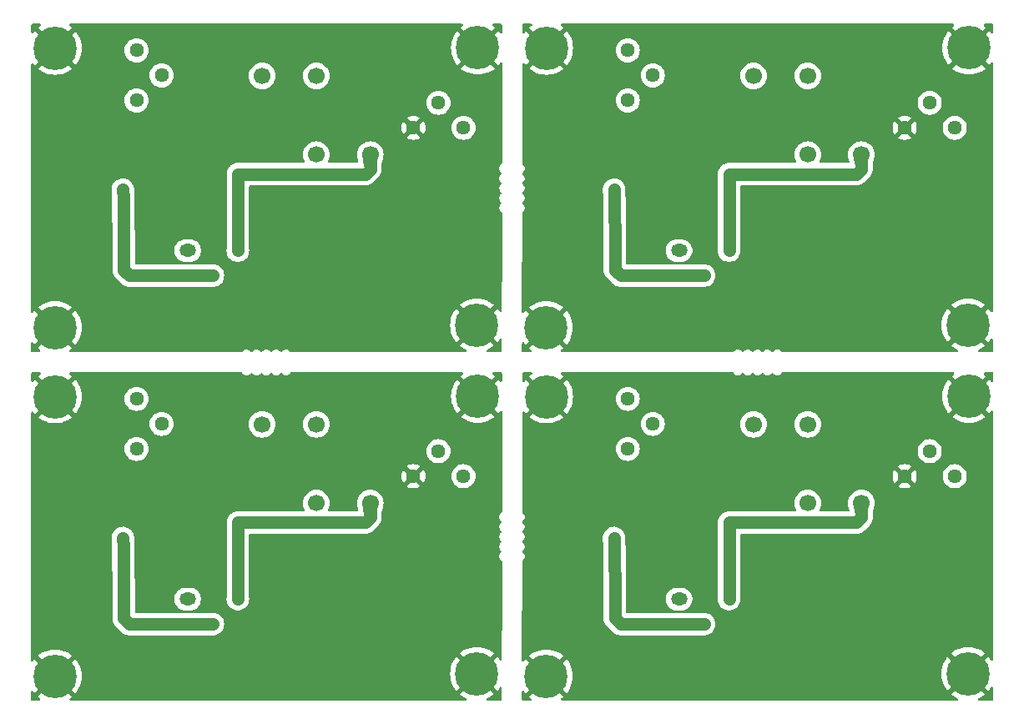
<source format=gbr>
%TF.GenerationSoftware,KiCad,Pcbnew,7.0.7-7.0.7~ubuntu22.04.1*%
%TF.CreationDate,2023-09-11T08:33:09+05:30*%
%TF.ProjectId,panelized,70616e65-6c69-47a6-9564-2e6b69636164,rev?*%
%TF.SameCoordinates,Original*%
%TF.FileFunction,Copper,L2,Bot*%
%TF.FilePolarity,Positive*%
%FSLAX46Y46*%
G04 Gerber Fmt 4.6, Leading zero omitted, Abs format (unit mm)*
G04 Created by KiCad (PCBNEW 7.0.7-7.0.7~ubuntu22.04.1) date 2023-09-11 08:33:09*
%MOMM*%
%LPD*%
G01*
G04 APERTURE LIST*
%TA.AperFunction,ComponentPad*%
%ADD10C,0.700000*%
%TD*%
%TA.AperFunction,ComponentPad*%
%ADD11C,4.400000*%
%TD*%
%TA.AperFunction,ComponentPad*%
%ADD12O,1.700000X1.300000*%
%TD*%
%TA.AperFunction,ComponentPad*%
%ADD13O,1.300000X1.300000*%
%TD*%
%TA.AperFunction,ComponentPad*%
%ADD14C,1.700000*%
%TD*%
%TA.AperFunction,ComponentPad*%
%ADD15C,1.440000*%
%TD*%
%TA.AperFunction,ViaPad*%
%ADD16C,0.800000*%
%TD*%
%TA.AperFunction,Conductor*%
%ADD17C,1.270000*%
%TD*%
G04 APERTURE END LIST*
D10*
%TO.P,H1,1,1*%
%TO.N,Board_1-GND*%
X50675164Y-2482000D03*
X51158438Y-1315274D03*
X51158438Y-3648726D03*
X52325164Y-832000D03*
D11*
X52325164Y-2482000D03*
D10*
X52325164Y-4132000D03*
X53491890Y-1315274D03*
X53491890Y-3648726D03*
X53975164Y-2482000D03*
%TD*%
D12*
%TO.P,Q1,1,E*%
%TO.N,Board_1-Net-(Q1-E)*%
X65780600Y-23027000D03*
D13*
%TO.P,Q1,2,B*%
%TO.N,Board_1-Net-(Q1-B)*%
X68320600Y-25567000D03*
%TO.P,Q1,3,C*%
%TO.N,Board_1-Net-(Q1-C)*%
X70860600Y-23027000D03*
%TD*%
D12*
%TO.P,Q1,1,E*%
%TO.N,Board_3-Net-(Q1-E)*%
X65780600Y-58402000D03*
D13*
%TO.P,Q1,2,B*%
%TO.N,Board_3-Net-(Q1-B)*%
X68320600Y-60942000D03*
%TO.P,Q1,3,C*%
%TO.N,Board_3-Net-(Q1-C)*%
X70860600Y-58402000D03*
%TD*%
D10*
%TO.P,H2,1,1*%
%TO.N,Board_1-GND*%
X93545164Y-2452000D03*
X94028438Y-1285274D03*
X94028438Y-3618726D03*
X95195164Y-802000D03*
D11*
X95195164Y-2452000D03*
D10*
X95195164Y-4102000D03*
X96361890Y-1285274D03*
X96361890Y-3618726D03*
X96845164Y-2452000D03*
%TD*%
D14*
%TO.P,T1,1,AA*%
%TO.N,Board_3-Net-(Q1-C)*%
X84295164Y-48667000D03*
%TO.P,T1,2,AB*%
%TO.N,Board_3-Net-(T1-AB)*%
X73335164Y-40667000D03*
%TO.P,T1,3,SA*%
%TO.N,Board_3-Net-(T1-SA)*%
X78835164Y-48667000D03*
%TO.P,T1,4,SB*%
%TO.N,Board_3-Net-(T1-AB)*%
X78835164Y-40667000D03*
%TD*%
D10*
%TO.P,H3,1,1*%
%TO.N,Board_2-GND*%
X823838Y-66230274D03*
X1307112Y-65063548D03*
X1307112Y-67397000D03*
X2473838Y-64580274D03*
D11*
X2473838Y-66230274D03*
D10*
X2473838Y-67880274D03*
X3640564Y-65063548D03*
X3640564Y-67397000D03*
X4123838Y-66230274D03*
%TD*%
D15*
%TO.P,RV2,1,1*%
%TO.N,Board_2-Net-(C35-Pad1)*%
X10750564Y-43157000D03*
%TO.P,RV2,2,2*%
%TO.N,Board_2-Net-(C18-Pad1)*%
X13290564Y-40617000D03*
%TO.P,RV2,3,3*%
X10750564Y-38077000D03*
%TD*%
D10*
%TO.P,H1,1,1*%
%TO.N,Board_3-GND*%
X50675164Y-37857000D03*
X51158438Y-36690274D03*
X51158438Y-39023726D03*
X52325164Y-36207000D03*
D11*
X52325164Y-37857000D03*
D10*
X52325164Y-39507000D03*
X53491890Y-36690274D03*
X53491890Y-39023726D03*
X53975164Y-37857000D03*
%TD*%
%TO.P,H3,1,1*%
%TO.N,Board_3-GND*%
X50658438Y-66230274D03*
X51141712Y-65063548D03*
X51141712Y-67397000D03*
X52308438Y-64580274D03*
D11*
X52308438Y-66230274D03*
D10*
X52308438Y-67880274D03*
X53475164Y-65063548D03*
X53475164Y-67397000D03*
X53958438Y-66230274D03*
%TD*%
D15*
%TO.P,RV1,1,1*%
%TO.N,Board_0-Net-(OUT1-In)*%
X43920564Y-10562000D03*
%TO.P,RV1,2,2*%
%TO.N,Board_0-Net-(C25-Pad1)*%
X41380564Y-8022000D03*
%TO.P,RV1,3,3*%
%TO.N,Board_0-GND*%
X38840564Y-10562000D03*
%TD*%
D12*
%TO.P,Q1,1,E*%
%TO.N,Board_2-Net-(Q1-E)*%
X15946000Y-58402000D03*
D13*
%TO.P,Q1,2,B*%
%TO.N,Board_2-Net-(Q1-B)*%
X18486000Y-60942000D03*
%TO.P,Q1,3,C*%
%TO.N,Board_2-Net-(Q1-C)*%
X21026000Y-58402000D03*
%TD*%
D10*
%TO.P,H2,1,1*%
%TO.N,Board_3-GND*%
X93545164Y-37827000D03*
X94028438Y-36660274D03*
X94028438Y-38993726D03*
X95195164Y-36177000D03*
D11*
X95195164Y-37827000D03*
D10*
X95195164Y-39477000D03*
X96361890Y-36660274D03*
X96361890Y-38993726D03*
X96845164Y-37827000D03*
%TD*%
D14*
%TO.P,T1,1,AA*%
%TO.N,Board_0-Net-(Q1-C)*%
X34460564Y-13292000D03*
%TO.P,T1,2,AB*%
%TO.N,Board_0-Net-(T1-AB)*%
X23500564Y-5292000D03*
%TO.P,T1,3,SA*%
%TO.N,Board_0-Net-(T1-SA)*%
X29000564Y-13292000D03*
%TO.P,T1,4,SB*%
%TO.N,Board_0-Net-(T1-AB)*%
X29000564Y-5292000D03*
%TD*%
D12*
%TO.P,Q1,1,E*%
%TO.N,Board_0-Net-(Q1-E)*%
X15946000Y-23027000D03*
D13*
%TO.P,Q1,2,B*%
%TO.N,Board_0-Net-(Q1-B)*%
X18486000Y-25567000D03*
%TO.P,Q1,3,C*%
%TO.N,Board_0-Net-(Q1-C)*%
X21026000Y-23027000D03*
%TD*%
D10*
%TO.P,H4,1,1*%
%TO.N,Board_1-GND*%
X93450438Y-30611274D03*
X93933712Y-29444548D03*
X93933712Y-31778000D03*
X95100438Y-28961274D03*
D11*
X95100438Y-30611274D03*
D10*
X95100438Y-32261274D03*
X96267164Y-29444548D03*
X96267164Y-31778000D03*
X96750438Y-30611274D03*
%TD*%
D15*
%TO.P,RV2,1,1*%
%TO.N,Board_1-Net-(C35-Pad1)*%
X60585164Y-7782000D03*
%TO.P,RV2,2,2*%
%TO.N,Board_1-Net-(C18-Pad1)*%
X63125164Y-5242000D03*
%TO.P,RV2,3,3*%
X60585164Y-2702000D03*
%TD*%
%TO.P,RV2,1,1*%
%TO.N,Board_3-Net-(C35-Pad1)*%
X60585164Y-43157000D03*
%TO.P,RV2,2,2*%
%TO.N,Board_3-Net-(C18-Pad1)*%
X63125164Y-40617000D03*
%TO.P,RV2,3,3*%
X60585164Y-38077000D03*
%TD*%
D10*
%TO.P,H4,1,1*%
%TO.N,Board_2-GND*%
X43615838Y-65986274D03*
X44099112Y-64819548D03*
X44099112Y-67153000D03*
X45265838Y-64336274D03*
D11*
X45265838Y-65986274D03*
D10*
X45265838Y-67636274D03*
X46432564Y-64819548D03*
X46432564Y-67153000D03*
X46915838Y-65986274D03*
%TD*%
D14*
%TO.P,T1,1,AA*%
%TO.N,Board_2-Net-(Q1-C)*%
X34460564Y-48667000D03*
%TO.P,T1,2,AB*%
%TO.N,Board_2-Net-(T1-AB)*%
X23500564Y-40667000D03*
%TO.P,T1,3,SA*%
%TO.N,Board_2-Net-(T1-SA)*%
X29000564Y-48667000D03*
%TO.P,T1,4,SB*%
%TO.N,Board_2-Net-(T1-AB)*%
X29000564Y-40667000D03*
%TD*%
D10*
%TO.P,H4,1,1*%
%TO.N,Board_0-GND*%
X43615838Y-30611274D03*
X44099112Y-29444548D03*
X44099112Y-31778000D03*
X45265838Y-28961274D03*
D11*
X45265838Y-30611274D03*
D10*
X45265838Y-32261274D03*
X46432564Y-29444548D03*
X46432564Y-31778000D03*
X46915838Y-30611274D03*
%TD*%
D15*
%TO.P,RV2,1,1*%
%TO.N,Board_0-Net-(C35-Pad1)*%
X10750564Y-7782000D03*
%TO.P,RV2,2,2*%
%TO.N,Board_0-Net-(C18-Pad1)*%
X13290564Y-5242000D03*
%TO.P,RV2,3,3*%
X10750564Y-2702000D03*
%TD*%
%TO.P,RV1,1,1*%
%TO.N,Board_1-Net-(OUT1-In)*%
X93755164Y-10562000D03*
%TO.P,RV1,2,2*%
%TO.N,Board_1-Net-(C25-Pad1)*%
X91215164Y-8022000D03*
%TO.P,RV1,3,3*%
%TO.N,Board_1-GND*%
X88675164Y-10562000D03*
%TD*%
D10*
%TO.P,H3,1,1*%
%TO.N,Board_0-GND*%
X823838Y-30855274D03*
X1307112Y-29688548D03*
X1307112Y-32022000D03*
X2473838Y-29205274D03*
D11*
X2473838Y-30855274D03*
D10*
X2473838Y-32505274D03*
X3640564Y-29688548D03*
X3640564Y-32022000D03*
X4123838Y-30855274D03*
%TD*%
D15*
%TO.P,RV1,1,1*%
%TO.N,Board_2-Net-(OUT1-In)*%
X43920564Y-45937000D03*
%TO.P,RV1,2,2*%
%TO.N,Board_2-Net-(C25-Pad1)*%
X41380564Y-43397000D03*
%TO.P,RV1,3,3*%
%TO.N,Board_2-GND*%
X38840564Y-45937000D03*
%TD*%
D10*
%TO.P,H2,1,1*%
%TO.N,Board_2-GND*%
X43710564Y-37827000D03*
X44193838Y-36660274D03*
X44193838Y-38993726D03*
X45360564Y-36177000D03*
D11*
X45360564Y-37827000D03*
D10*
X45360564Y-39477000D03*
X46527290Y-36660274D03*
X46527290Y-38993726D03*
X47010564Y-37827000D03*
%TD*%
D15*
%TO.P,RV1,1,1*%
%TO.N,Board_3-Net-(OUT1-In)*%
X93755164Y-45937000D03*
%TO.P,RV1,2,2*%
%TO.N,Board_3-Net-(C25-Pad1)*%
X91215164Y-43397000D03*
%TO.P,RV1,3,3*%
%TO.N,Board_3-GND*%
X88675164Y-45937000D03*
%TD*%
D10*
%TO.P,H4,1,1*%
%TO.N,Board_3-GND*%
X93450438Y-65986274D03*
X93933712Y-64819548D03*
X93933712Y-67153000D03*
X95100438Y-64336274D03*
D11*
X95100438Y-65986274D03*
D10*
X95100438Y-67636274D03*
X96267164Y-64819548D03*
X96267164Y-67153000D03*
X96750438Y-65986274D03*
%TD*%
%TO.P,H2,1,1*%
%TO.N,Board_0-GND*%
X43710564Y-2452000D03*
X44193838Y-1285274D03*
X44193838Y-3618726D03*
X45360564Y-802000D03*
D11*
X45360564Y-2452000D03*
D10*
X45360564Y-4102000D03*
X46527290Y-1285274D03*
X46527290Y-3618726D03*
X47010564Y-2452000D03*
%TD*%
D14*
%TO.P,T1,1,AA*%
%TO.N,Board_1-Net-(Q1-C)*%
X84295164Y-13292000D03*
%TO.P,T1,2,AB*%
%TO.N,Board_1-Net-(T1-AB)*%
X73335164Y-5292000D03*
%TO.P,T1,3,SA*%
%TO.N,Board_1-Net-(T1-SA)*%
X78835164Y-13292000D03*
%TO.P,T1,4,SB*%
%TO.N,Board_1-Net-(T1-AB)*%
X78835164Y-5292000D03*
%TD*%
D10*
%TO.P,H1,1,1*%
%TO.N,Board_2-GND*%
X840564Y-37857000D03*
X1323838Y-36690274D03*
X1323838Y-39023726D03*
X2490564Y-36207000D03*
D11*
X2490564Y-37857000D03*
D10*
X2490564Y-39507000D03*
X3657290Y-36690274D03*
X3657290Y-39023726D03*
X4140564Y-37857000D03*
%TD*%
%TO.P,H1,1,1*%
%TO.N,Board_0-GND*%
X840564Y-2482000D03*
X1323838Y-1315274D03*
X1323838Y-3648726D03*
X2490564Y-832000D03*
D11*
X2490564Y-2482000D03*
D10*
X2490564Y-4132000D03*
X3657290Y-1315274D03*
X3657290Y-3648726D03*
X4140564Y-2482000D03*
%TD*%
%TO.P,H3,1,1*%
%TO.N,Board_1-GND*%
X50658438Y-30855274D03*
X51141712Y-29688548D03*
X51141712Y-32022000D03*
X52308438Y-29205274D03*
D11*
X52308438Y-30855274D03*
D10*
X52308438Y-32505274D03*
X53475164Y-29688548D03*
X53475164Y-32022000D03*
X53958438Y-30855274D03*
%TD*%
D16*
%TO.N,Board_0-GND*%
X31904900Y-7557000D03*
X24284900Y-12637000D03*
X26824900Y-2477000D03*
X3964900Y-12637000D03*
X14124900Y-10097000D03*
X29364900Y-7557000D03*
X26824900Y-7557000D03*
X26824900Y-12637000D03*
X1424900Y-12637000D03*
X19204900Y-2477000D03*
X26824900Y-17717000D03*
X26824900Y-27877000D03*
X31904900Y-25337000D03*
X6504900Y-15177000D03*
X36984900Y-5017000D03*
X34444900Y-7557000D03*
X24284900Y-30417000D03*
X1424900Y-10097000D03*
X24284900Y-2477000D03*
X42064900Y-27877000D03*
X44604900Y-25337000D03*
X31904900Y-2477000D03*
X36984900Y-25337000D03*
X6504900Y-2477000D03*
X6504900Y-20257000D03*
X31904900Y-12637000D03*
X21744900Y-2477000D03*
X6504900Y-12637000D03*
X29364900Y-2477000D03*
X24284900Y-7557000D03*
X39524900Y-25337000D03*
X42064900Y-25337000D03*
X42064900Y-22797000D03*
X39524900Y-5017000D03*
X39524900Y-27877000D03*
X16664900Y-10097000D03*
%TO.N,Board_0-Net-(Q1-B)*%
X9376000Y-16667000D03*
X9386000Y-17677000D03*
%TO.N,Board_1-GND*%
X89359500Y-25337000D03*
X81739500Y-12637000D03*
X63959500Y-10097000D03*
X74119500Y-2477000D03*
X89359500Y-5017000D03*
X71579500Y-2477000D03*
X76659500Y-7557000D03*
X91899500Y-25337000D03*
X81739500Y-25337000D03*
X89359500Y-27877000D03*
X86819500Y-25337000D03*
X91899500Y-22797000D03*
X74119500Y-12637000D03*
X74119500Y-30417000D03*
X69039500Y-2477000D03*
X51259500Y-10097000D03*
X79199500Y-7557000D03*
X76659500Y-2477000D03*
X76659500Y-17717000D03*
X76659500Y-12637000D03*
X51259500Y-12637000D03*
X74119500Y-7557000D03*
X56339500Y-20257000D03*
X91899500Y-27877000D03*
X86819500Y-5017000D03*
X81739500Y-7557000D03*
X66499500Y-10097000D03*
X53799500Y-12637000D03*
X56339500Y-15177000D03*
X56339500Y-2477000D03*
X76659500Y-27877000D03*
X84279500Y-7557000D03*
X81739500Y-2477000D03*
X79199500Y-2477000D03*
X94439500Y-25337000D03*
X56339500Y-12637000D03*
%TO.N,Board_1-Net-(Q1-B)*%
X59220600Y-17677000D03*
X59210600Y-16667000D03*
%TO.N,Board_2-GND*%
X26824900Y-53092000D03*
X6504900Y-48012000D03*
X26824900Y-48012000D03*
X42064900Y-58172000D03*
X24284900Y-37852000D03*
X6504900Y-37852000D03*
X39524900Y-60712000D03*
X14124900Y-45472000D03*
X44604900Y-60712000D03*
X16664900Y-45472000D03*
X36984900Y-60712000D03*
X31904900Y-48012000D03*
X26824900Y-37852000D03*
X24284900Y-42932000D03*
X26824900Y-63252000D03*
X34444900Y-42932000D03*
X31904900Y-37852000D03*
X42064900Y-63252000D03*
X19204900Y-37852000D03*
X3964900Y-48012000D03*
X6504900Y-50552000D03*
X21744900Y-37852000D03*
X24284900Y-65792000D03*
X36984900Y-40392000D03*
X6504900Y-55632000D03*
X31904900Y-42932000D03*
X39524900Y-63252000D03*
X29364900Y-37852000D03*
X29364900Y-42932000D03*
X31904900Y-60712000D03*
X24284900Y-48012000D03*
X1424900Y-48012000D03*
X42064900Y-60712000D03*
X39524900Y-40392000D03*
X1424900Y-45472000D03*
X26824900Y-42932000D03*
%TO.N,Board_2-Net-(Q1-B)*%
X9386000Y-53052000D03*
X9376000Y-52042000D03*
%TO.N,Board_3-GND*%
X74119500Y-37852000D03*
X74119500Y-65792000D03*
X81739500Y-37852000D03*
X74119500Y-42932000D03*
X84279500Y-42932000D03*
X56339500Y-48012000D03*
X89359500Y-40392000D03*
X51259500Y-48012000D03*
X89359500Y-60712000D03*
X91899500Y-60712000D03*
X76659500Y-37852000D03*
X81739500Y-42932000D03*
X69039500Y-37852000D03*
X56339500Y-37852000D03*
X76659500Y-63252000D03*
X63959500Y-45472000D03*
X79199500Y-37852000D03*
X53799500Y-48012000D03*
X76659500Y-53092000D03*
X81739500Y-60712000D03*
X86819500Y-40392000D03*
X71579500Y-37852000D03*
X74119500Y-48012000D03*
X51259500Y-45472000D03*
X86819500Y-60712000D03*
X81739500Y-48012000D03*
X89359500Y-63252000D03*
X66499500Y-45472000D03*
X56339500Y-50552000D03*
X79199500Y-42932000D03*
X76659500Y-42932000D03*
X91899500Y-58172000D03*
X56339500Y-55632000D03*
X91899500Y-63252000D03*
X94439500Y-60712000D03*
X76659500Y-48012000D03*
%TO.N,Board_3-Net-(Q1-B)*%
X59220600Y-53052000D03*
X59210600Y-52042000D03*
%TD*%
D17*
%TO.N,Board_0-Net-(Q1-B)*%
X18486000Y-25567000D02*
X10016000Y-25567000D01*
X9440564Y-22772000D02*
X9386000Y-17677000D01*
X9386000Y-17677000D02*
X9366000Y-16827000D01*
X10016000Y-25567000D02*
X9436000Y-24987000D01*
X9436000Y-24987000D02*
X9440564Y-22772000D01*
%TO.N,Board_0-Net-(Q1-C)*%
X21026000Y-15262000D02*
X21026000Y-23027000D01*
X34460564Y-14752000D02*
X33950564Y-15262000D01*
X33950564Y-15262000D02*
X21026000Y-15262000D01*
X34460564Y-13292000D02*
X34460564Y-14752000D01*
%TO.N,Board_1-Net-(Q1-B)*%
X59220600Y-17677000D02*
X59200600Y-16827000D01*
X59270600Y-24987000D02*
X59275164Y-22772000D01*
X59850600Y-25567000D02*
X59270600Y-24987000D01*
X59275164Y-22772000D02*
X59220600Y-17677000D01*
X68320600Y-25567000D02*
X59850600Y-25567000D01*
%TO.N,Board_1-Net-(Q1-C)*%
X84295164Y-14752000D02*
X83785164Y-15262000D01*
X70860600Y-15262000D02*
X70860600Y-23027000D01*
X83785164Y-15262000D02*
X70860600Y-15262000D01*
X84295164Y-13292000D02*
X84295164Y-14752000D01*
%TO.N,Board_2-Net-(Q1-B)*%
X18486000Y-60942000D02*
X10016000Y-60942000D01*
X9436000Y-60362000D02*
X9440564Y-58147000D01*
X9440564Y-58147000D02*
X9386000Y-53052000D01*
X9386000Y-53052000D02*
X9366000Y-52202000D01*
X10016000Y-60942000D02*
X9436000Y-60362000D01*
%TO.N,Board_2-Net-(Q1-C)*%
X34460564Y-48667000D02*
X34460564Y-50127000D01*
X33950564Y-50637000D02*
X21026000Y-50637000D01*
X34460564Y-50127000D02*
X33950564Y-50637000D01*
X21026000Y-50637000D02*
X21026000Y-58402000D01*
%TO.N,Board_3-Net-(Q1-B)*%
X59275164Y-58147000D02*
X59220600Y-53052000D01*
X59220600Y-53052000D02*
X59200600Y-52202000D01*
X68320600Y-60942000D02*
X59850600Y-60942000D01*
X59270600Y-60362000D02*
X59275164Y-58147000D01*
X59850600Y-60942000D02*
X59270600Y-60362000D01*
%TO.N,Board_3-Net-(Q1-C)*%
X83785164Y-50637000D02*
X70860600Y-50637000D01*
X84295164Y-50127000D02*
X83785164Y-50637000D01*
X84295164Y-48667000D02*
X84295164Y-50127000D01*
X70860600Y-50637000D02*
X70860600Y-58402000D01*
%TD*%
%TA.AperFunction,Conductor*%
%TO.N,Board_2-GND*%
G36*
X46802361Y-67172526D02*
G01*
X46820888Y-67187771D01*
X47344359Y-67711242D01*
X47344360Y-67711242D01*
X47491950Y-67522858D01*
X47491956Y-67522850D01*
X47588173Y-67363688D01*
X47639701Y-67316501D01*
X47708560Y-67304662D01*
X47772889Y-67331931D01*
X47812263Y-67389649D01*
X47818290Y-67428061D01*
X47816222Y-68578171D01*
X47796417Y-68645175D01*
X47743531Y-68690835D01*
X47692170Y-68701948D01*
X46389409Y-68701403D01*
X46322378Y-68681690D01*
X46276645Y-68628867D01*
X46266731Y-68559705D01*
X46295782Y-68496161D01*
X46338570Y-68464327D01*
X46522879Y-68381376D01*
X46522881Y-68381375D01*
X46802414Y-68212392D01*
X46802422Y-68212386D01*
X46990806Y-68064796D01*
X46990806Y-68064795D01*
X46470379Y-67544368D01*
X46436894Y-67483045D01*
X46441878Y-67413353D01*
X46483750Y-67357420D01*
X46509712Y-67345404D01*
X46508983Y-67343889D01*
X46521568Y-67337827D01*
X46521572Y-67337827D01*
X46592951Y-67280905D01*
X46621487Y-67221649D01*
X46668310Y-67169791D01*
X46735737Y-67151478D01*
X46802361Y-67172526D01*
G37*
%TD.AperFunction*%
%TA.AperFunction,Conductor*%
G36*
X21450538Y-35395185D02*
G01*
X21487812Y-35432458D01*
X21535157Y-35506128D01*
X21643927Y-35600377D01*
X21774843Y-35660165D01*
X21881501Y-35675500D01*
X21881504Y-35675500D01*
X21953096Y-35675500D01*
X21953099Y-35675500D01*
X22059757Y-35660165D01*
X22190673Y-35600377D01*
X22299443Y-35506128D01*
X22312983Y-35485058D01*
X22365787Y-35439302D01*
X22434946Y-35429358D01*
X22498502Y-35458382D01*
X22521616Y-35485058D01*
X22535157Y-35506128D01*
X22643927Y-35600377D01*
X22774843Y-35660165D01*
X22881501Y-35675500D01*
X22881504Y-35675500D01*
X22953096Y-35675500D01*
X22953099Y-35675500D01*
X23059757Y-35660165D01*
X23190673Y-35600377D01*
X23299443Y-35506128D01*
X23312983Y-35485058D01*
X23365787Y-35439302D01*
X23434946Y-35429358D01*
X23498502Y-35458382D01*
X23521616Y-35485058D01*
X23535157Y-35506128D01*
X23643927Y-35600377D01*
X23774843Y-35660165D01*
X23881501Y-35675500D01*
X23881504Y-35675500D01*
X23953096Y-35675500D01*
X23953099Y-35675500D01*
X24059757Y-35660165D01*
X24190673Y-35600377D01*
X24299443Y-35506128D01*
X24312983Y-35485058D01*
X24365787Y-35439302D01*
X24434946Y-35429358D01*
X24498502Y-35458382D01*
X24521616Y-35485058D01*
X24535157Y-35506128D01*
X24643927Y-35600377D01*
X24774843Y-35660165D01*
X24881501Y-35675500D01*
X24881504Y-35675500D01*
X24953096Y-35675500D01*
X24953099Y-35675500D01*
X25059757Y-35660165D01*
X25190673Y-35600377D01*
X25299443Y-35506128D01*
X25312983Y-35485058D01*
X25365787Y-35439302D01*
X25434946Y-35429358D01*
X25498502Y-35458382D01*
X25521616Y-35485058D01*
X25535157Y-35506128D01*
X25643927Y-35600377D01*
X25774843Y-35660165D01*
X25881501Y-35675500D01*
X25881504Y-35675500D01*
X25953096Y-35675500D01*
X25953099Y-35675500D01*
X26059757Y-35660165D01*
X26190673Y-35600377D01*
X26299443Y-35506128D01*
X26346786Y-35432459D01*
X26399589Y-35386706D01*
X26451101Y-35375500D01*
X43752578Y-35375500D01*
X43819617Y-35395185D01*
X43865372Y-35447989D01*
X43875316Y-35517147D01*
X43846291Y-35580703D01*
X43826691Y-35598259D01*
X43826936Y-35598571D01*
X43635594Y-35748476D01*
X43635594Y-35748477D01*
X44156022Y-36268905D01*
X44189507Y-36330228D01*
X44184523Y-36399920D01*
X44142651Y-36455853D01*
X44116690Y-36467871D01*
X44117419Y-36469385D01*
X44104829Y-36475447D01*
X44033450Y-36532370D01*
X44004913Y-36591625D01*
X43958090Y-36643483D01*
X43890662Y-36661795D01*
X43824039Y-36640746D01*
X43805513Y-36625502D01*
X43282041Y-36102030D01*
X43282040Y-36102030D01*
X43134445Y-36290423D01*
X42965462Y-36569956D01*
X42965461Y-36569958D01*
X42831403Y-36867824D01*
X42831399Y-36867835D01*
X42734231Y-37179658D01*
X42675350Y-37500961D01*
X42655629Y-37826999D01*
X42675350Y-38153038D01*
X42734231Y-38474341D01*
X42831399Y-38786164D01*
X42831403Y-38786175D01*
X42965461Y-39084041D01*
X42965462Y-39084043D01*
X43134451Y-39363586D01*
X43282041Y-39551968D01*
X43805513Y-39028496D01*
X43866836Y-38995011D01*
X43936527Y-38999995D01*
X43992461Y-39041866D01*
X44004913Y-39062373D01*
X44033451Y-39121631D01*
X44104830Y-39178553D01*
X44104832Y-39178553D01*
X44117419Y-39184615D01*
X44115929Y-39187708D01*
X44156907Y-39210627D01*
X44189768Y-39272287D01*
X44184076Y-39341924D01*
X44156021Y-39385094D01*
X43635594Y-39905521D01*
X43635594Y-39905522D01*
X43823978Y-40053112D01*
X43823987Y-40053118D01*
X44103520Y-40222101D01*
X44103522Y-40222102D01*
X44401388Y-40356160D01*
X44401399Y-40356164D01*
X44713222Y-40453332D01*
X45034525Y-40512213D01*
X45360564Y-40531934D01*
X45686602Y-40512213D01*
X46007905Y-40453332D01*
X46319728Y-40356164D01*
X46319739Y-40356160D01*
X46617605Y-40222102D01*
X46617607Y-40222101D01*
X46897140Y-40053118D01*
X46897148Y-40053112D01*
X47085532Y-39905522D01*
X47085532Y-39905521D01*
X46565105Y-39385094D01*
X46531620Y-39323771D01*
X46536604Y-39254079D01*
X46578476Y-39198146D01*
X46604438Y-39186130D01*
X46603709Y-39184615D01*
X46616294Y-39178553D01*
X46616298Y-39178553D01*
X46687677Y-39121631D01*
X46716213Y-39062375D01*
X46763036Y-39010517D01*
X46830463Y-38992204D01*
X46897087Y-39013252D01*
X46915614Y-39028497D01*
X47439085Y-39551968D01*
X47439086Y-39551968D01*
X47586676Y-39363584D01*
X47586682Y-39363576D01*
X47603983Y-39334957D01*
X47655511Y-39287770D01*
X47724370Y-39275931D01*
X47788699Y-39303200D01*
X47828073Y-39360918D01*
X47834100Y-39399107D01*
X47834100Y-49524153D01*
X47814415Y-49591192D01*
X47768062Y-49631357D01*
X47768687Y-49632329D01*
X47761934Y-49636668D01*
X47761613Y-49636946D01*
X47761465Y-49637014D01*
X47761226Y-49637123D01*
X47652456Y-49731373D01*
X47574645Y-49852449D01*
X47534100Y-49990536D01*
X47534100Y-50134463D01*
X47574645Y-50272550D01*
X47574647Y-50272553D01*
X47652457Y-50393628D01*
X47717630Y-50450100D01*
X47739196Y-50468787D01*
X47776970Y-50527565D01*
X47776970Y-50597435D01*
X47739196Y-50656212D01*
X47683004Y-50704903D01*
X47652456Y-50731373D01*
X47574645Y-50852449D01*
X47534100Y-50990536D01*
X47534100Y-51134463D01*
X47574645Y-51272550D01*
X47574647Y-51272553D01*
X47652457Y-51393628D01*
X47739196Y-51468787D01*
X47776970Y-51527565D01*
X47776970Y-51597435D01*
X47739196Y-51656212D01*
X47684839Y-51703313D01*
X47652456Y-51731373D01*
X47574645Y-51852449D01*
X47534100Y-51990536D01*
X47534100Y-52134463D01*
X47574645Y-52272550D01*
X47574647Y-52272553D01*
X47652457Y-52393628D01*
X47739196Y-52468787D01*
X47776970Y-52527565D01*
X47776970Y-52597435D01*
X47739196Y-52656213D01*
X47652456Y-52731373D01*
X47574645Y-52852449D01*
X47534100Y-52990536D01*
X47534100Y-53134463D01*
X47574645Y-53272550D01*
X47574647Y-53272553D01*
X47652457Y-53393628D01*
X47739196Y-53468787D01*
X47776970Y-53527565D01*
X47776970Y-53597435D01*
X47739196Y-53656213D01*
X47652456Y-53731373D01*
X47574645Y-53852449D01*
X47534100Y-53990536D01*
X47534100Y-54134463D01*
X47574645Y-54272550D01*
X47574647Y-54272553D01*
X47652457Y-54393628D01*
X47761227Y-54487877D01*
X47761610Y-54488052D01*
X47761926Y-54488326D01*
X47768685Y-54492669D01*
X47768060Y-54493640D01*
X47814413Y-54533802D01*
X47834100Y-54600841D01*
X47834100Y-58635379D01*
X47823458Y-64553483D01*
X47803653Y-64620487D01*
X47750767Y-64666147D01*
X47681590Y-64675966D01*
X47618087Y-64646827D01*
X47593341Y-64617410D01*
X47491955Y-64449697D01*
X47491950Y-64449688D01*
X47344359Y-64261304D01*
X46820887Y-64784776D01*
X46759564Y-64818261D01*
X46689872Y-64813277D01*
X46633939Y-64771405D01*
X46621486Y-64750896D01*
X46620114Y-64748048D01*
X46613110Y-64733502D01*
X46592952Y-64691644D01*
X46571940Y-64674888D01*
X46521572Y-64634721D01*
X46508983Y-64628659D01*
X46510471Y-64625567D01*
X46469486Y-64602641D01*
X46436630Y-64540979D01*
X46442326Y-64471341D01*
X46470378Y-64428179D01*
X46990806Y-63907751D01*
X46990806Y-63907750D01*
X46802424Y-63760161D01*
X46522881Y-63591172D01*
X46522879Y-63591171D01*
X46225013Y-63457113D01*
X46225002Y-63457109D01*
X45913179Y-63359941D01*
X45591876Y-63301060D01*
X45265838Y-63281339D01*
X44939799Y-63301060D01*
X44618496Y-63359941D01*
X44306673Y-63457109D01*
X44306662Y-63457113D01*
X44008796Y-63591171D01*
X44008794Y-63591172D01*
X43729261Y-63760155D01*
X43540868Y-63907750D01*
X43540868Y-63907751D01*
X44061296Y-64428179D01*
X44094781Y-64489502D01*
X44089797Y-64559194D01*
X44047925Y-64615127D01*
X44021964Y-64627145D01*
X44022693Y-64628659D01*
X44010103Y-64634721D01*
X43938724Y-64691644D01*
X43910187Y-64750899D01*
X43863364Y-64802757D01*
X43795936Y-64821069D01*
X43729313Y-64800020D01*
X43710787Y-64784776D01*
X43187315Y-64261304D01*
X43187314Y-64261304D01*
X43039719Y-64449697D01*
X42870736Y-64729230D01*
X42870735Y-64729232D01*
X42736677Y-65027098D01*
X42736673Y-65027109D01*
X42639505Y-65338932D01*
X42580624Y-65660235D01*
X42560903Y-65986273D01*
X42580624Y-66312312D01*
X42639505Y-66633615D01*
X42736673Y-66945438D01*
X42736677Y-66945449D01*
X42870735Y-67243315D01*
X42870736Y-67243317D01*
X43039725Y-67522860D01*
X43187315Y-67711242D01*
X43710787Y-67187770D01*
X43772110Y-67154285D01*
X43841801Y-67159269D01*
X43897735Y-67201140D01*
X43910187Y-67221647D01*
X43938725Y-67280905D01*
X44010104Y-67337827D01*
X44010106Y-67337827D01*
X44022693Y-67343889D01*
X44021203Y-67346982D01*
X44062181Y-67369901D01*
X44095042Y-67431561D01*
X44089350Y-67501198D01*
X44061295Y-67544368D01*
X43540868Y-68064795D01*
X43540868Y-68064796D01*
X43729252Y-68212386D01*
X43729261Y-68212392D01*
X44008794Y-68381375D01*
X44008796Y-68381376D01*
X44191015Y-68463386D01*
X44244069Y-68508850D01*
X44264122Y-68575781D01*
X44244806Y-68642927D01*
X44192255Y-68688972D01*
X44140072Y-68700462D01*
X4078975Y-68683703D01*
X4011944Y-68663990D01*
X3966211Y-68611167D01*
X3956297Y-68542005D01*
X3985348Y-68478461D01*
X4008604Y-68457641D01*
X4010425Y-68456384D01*
X4198806Y-68308796D01*
X4198806Y-68308795D01*
X3678379Y-67788368D01*
X3644894Y-67727045D01*
X3649878Y-67657353D01*
X3691750Y-67601420D01*
X3717712Y-67589404D01*
X3716983Y-67587889D01*
X3729568Y-67581827D01*
X3729572Y-67581827D01*
X3800951Y-67524905D01*
X3829487Y-67465649D01*
X3876310Y-67413791D01*
X3943737Y-67395478D01*
X4010361Y-67416526D01*
X4028888Y-67431771D01*
X4552359Y-67955242D01*
X4552360Y-67955242D01*
X4699950Y-67766858D01*
X4699956Y-67766850D01*
X4868939Y-67487317D01*
X4868940Y-67487315D01*
X5002998Y-67189449D01*
X5003002Y-67189438D01*
X5100170Y-66877615D01*
X5159051Y-66556312D01*
X5178772Y-66230273D01*
X5159051Y-65904235D01*
X5100170Y-65582932D01*
X5003002Y-65271109D01*
X5002998Y-65271098D01*
X4868940Y-64973232D01*
X4868939Y-64973230D01*
X4699956Y-64693697D01*
X4699950Y-64693688D01*
X4552359Y-64505304D01*
X4028887Y-65028776D01*
X3967564Y-65062261D01*
X3897872Y-65057277D01*
X3841939Y-65015405D01*
X3829486Y-64994896D01*
X3800952Y-64935644D01*
X3729572Y-64878721D01*
X3716983Y-64872659D01*
X3718471Y-64869567D01*
X3677486Y-64846641D01*
X3644630Y-64784979D01*
X3650326Y-64715341D01*
X3678378Y-64672179D01*
X4198806Y-64151751D01*
X4198806Y-64151750D01*
X4010424Y-64004161D01*
X3730881Y-63835172D01*
X3730879Y-63835171D01*
X3433013Y-63701113D01*
X3433002Y-63701109D01*
X3121179Y-63603941D01*
X2799876Y-63545060D01*
X2473837Y-63525339D01*
X2147799Y-63545060D01*
X1826496Y-63603941D01*
X1514673Y-63701109D01*
X1514662Y-63701113D01*
X1216796Y-63835171D01*
X1216794Y-63835172D01*
X937261Y-64004155D01*
X748868Y-64151750D01*
X748868Y-64151751D01*
X1269296Y-64672179D01*
X1302781Y-64733502D01*
X1297797Y-64803194D01*
X1255925Y-64859127D01*
X1229964Y-64871145D01*
X1230693Y-64872659D01*
X1218103Y-64878721D01*
X1146724Y-64935644D01*
X1118187Y-64994899D01*
X1071364Y-65046757D01*
X1003936Y-65065069D01*
X937313Y-65044020D01*
X918787Y-65028776D01*
X395315Y-64505304D01*
X395314Y-64505304D01*
X247718Y-64693697D01*
X243386Y-64700864D01*
X191855Y-64748048D01*
X122995Y-64759882D01*
X58668Y-64732609D01*
X19297Y-64674888D01*
X13273Y-64636490D01*
X35778Y-52120312D01*
X8228263Y-52120312D01*
X8250642Y-53071402D01*
X8305051Y-58151950D01*
X8300716Y-60255808D01*
X8299000Y-60276108D01*
X8298242Y-60280614D01*
X8298241Y-60280627D01*
X8300472Y-60374349D01*
X8300391Y-60413752D01*
X8301558Y-60426252D01*
X8301809Y-60430537D01*
X8303402Y-60497420D01*
X8311023Y-60532455D01*
X8312171Y-60539872D01*
X8315505Y-60575558D01*
X8315506Y-60575564D01*
X8334217Y-60639781D01*
X8335276Y-60643946D01*
X8349498Y-60709317D01*
X8349499Y-60709321D01*
X8349500Y-60709322D01*
X8363607Y-60742266D01*
X8366139Y-60749331D01*
X8376172Y-60783759D01*
X8406701Y-60843277D01*
X8408529Y-60847168D01*
X8434863Y-60908663D01*
X8434867Y-60908669D01*
X8454958Y-60938355D01*
X8458781Y-60944813D01*
X8475140Y-60976707D01*
X8475144Y-60976713D01*
X8516383Y-61029376D01*
X8518914Y-61032850D01*
X8556411Y-61088250D01*
X8581758Y-61113597D01*
X8586731Y-61119210D01*
X8608842Y-61147446D01*
X8659315Y-61191363D01*
X8662451Y-61194290D01*
X9138720Y-61670560D01*
X9152044Y-61686311D01*
X9153943Y-61688977D01*
X9186905Y-61720406D01*
X9222622Y-61754463D01*
X9251315Y-61783156D01*
X9251337Y-61783176D01*
X9255323Y-61786467D01*
X9260069Y-61790385D01*
X9263373Y-61793318D01*
X9310889Y-61838624D01*
X9342082Y-61858670D01*
X9348028Y-61863010D01*
X9376648Y-61886641D01*
X9434284Y-61918112D01*
X9438085Y-61920368D01*
X9493317Y-61955863D01*
X9527761Y-61969652D01*
X9534415Y-61972788D01*
X9566977Y-61990568D01*
X9629536Y-62010565D01*
X9633674Y-62012053D01*
X9694638Y-62036460D01*
X9731070Y-62043482D01*
X9738199Y-62045301D01*
X9763280Y-62053319D01*
X9773534Y-62056597D01*
X9838723Y-62064391D01*
X9843098Y-62065073D01*
X9907567Y-62077499D01*
X9907568Y-62077499D01*
X9907573Y-62077500D01*
X9944663Y-62077500D01*
X9952030Y-62077939D01*
X9954677Y-62078255D01*
X9988855Y-62082342D01*
X10054348Y-62077657D01*
X10058770Y-62077500D01*
X18287656Y-62077500D01*
X18310440Y-62079610D01*
X18379390Y-62092500D01*
X18379392Y-62092500D01*
X18592608Y-62092500D01*
X18592610Y-62092500D01*
X18802198Y-62053321D01*
X19001019Y-61976298D01*
X19182302Y-61864052D01*
X19339872Y-61720407D01*
X19468366Y-61550255D01*
X19563405Y-61359389D01*
X19621756Y-61154310D01*
X19641429Y-60942000D01*
X19621756Y-60729690D01*
X19563405Y-60524611D01*
X19563403Y-60524606D01*
X19563403Y-60524605D01*
X19468367Y-60333746D01*
X19339872Y-60163593D01*
X19339871Y-60163593D01*
X19182302Y-60019948D01*
X19001019Y-59907702D01*
X19001017Y-59907701D01*
X18901608Y-59869190D01*
X18802198Y-59830679D01*
X18592610Y-59791500D01*
X18379390Y-59791500D01*
X18310441Y-59804389D01*
X18287656Y-59806500D01*
X10696903Y-59806500D01*
X10629864Y-59786815D01*
X10584109Y-59734011D01*
X10572903Y-59682245D01*
X10574106Y-59098300D01*
X10575321Y-58508610D01*
X14595500Y-58508610D01*
X14634679Y-58718198D01*
X14711702Y-58917019D01*
X14823948Y-59098302D01*
X14898797Y-59180407D01*
X14967593Y-59255872D01*
X15137746Y-59384367D01*
X15328606Y-59479403D01*
X15328608Y-59479403D01*
X15328611Y-59479405D01*
X15533690Y-59537756D01*
X15692806Y-59552500D01*
X15692810Y-59552500D01*
X16199190Y-59552500D01*
X16199194Y-59552500D01*
X16358310Y-59537756D01*
X16563389Y-59479405D01*
X16563393Y-59479403D01*
X16563394Y-59479403D01*
X16754253Y-59384367D01*
X16754253Y-59384366D01*
X16754255Y-59384366D01*
X16924407Y-59255872D01*
X17068052Y-59098302D01*
X17180298Y-58917019D01*
X17257321Y-58718198D01*
X17296500Y-58508610D01*
X17296500Y-58402000D01*
X19870570Y-58402000D01*
X19890244Y-58614310D01*
X19948596Y-58819392D01*
X19948596Y-58819394D01*
X20043632Y-59010253D01*
X20172127Y-59180406D01*
X20172128Y-59180407D01*
X20329698Y-59324052D01*
X20510981Y-59436298D01*
X20709802Y-59513321D01*
X20919390Y-59552500D01*
X20919392Y-59552500D01*
X21132608Y-59552500D01*
X21132610Y-59552500D01*
X21342198Y-59513321D01*
X21541019Y-59436298D01*
X21722302Y-59324052D01*
X21879872Y-59180407D01*
X22008366Y-59010255D01*
X22103405Y-58819389D01*
X22161756Y-58614310D01*
X22181429Y-58402000D01*
X22161764Y-58189776D01*
X22161499Y-58184052D01*
X22161500Y-51896500D01*
X22181185Y-51829461D01*
X22233989Y-51783706D01*
X22285500Y-51772500D01*
X33845402Y-51772500D01*
X33865966Y-51774216D01*
X33869190Y-51774759D01*
X33962020Y-51772549D01*
X33964083Y-51772500D01*
X34004646Y-51772500D01*
X34004655Y-51772500D01*
X34004664Y-51772499D01*
X34004666Y-51772499D01*
X34005367Y-51772431D01*
X34015933Y-51771422D01*
X34020327Y-51771160D01*
X34085983Y-51769598D01*
X34111712Y-51764000D01*
X34122217Y-51761716D01*
X34129509Y-51760578D01*
X34129884Y-51760542D01*
X34166436Y-51757052D01*
X34229464Y-51738544D01*
X34233709Y-51737461D01*
X34297881Y-51723502D01*
X34331969Y-51708903D01*
X34338907Y-51706409D01*
X34374506Y-51695957D01*
X34420066Y-51672467D01*
X34432871Y-51665867D01*
X34436878Y-51663979D01*
X34497227Y-51638137D01*
X34527944Y-51617346D01*
X34534294Y-51613579D01*
X34535394Y-51613011D01*
X34567254Y-51596588D01*
X34618877Y-51555989D01*
X34622434Y-51553393D01*
X34676814Y-51516589D01*
X34703039Y-51490362D01*
X34708556Y-51485465D01*
X34737713Y-51462538D01*
X34780724Y-51412899D01*
X34783706Y-51409695D01*
X35189128Y-51004274D01*
X35204881Y-50990950D01*
X35207541Y-50989057D01*
X35273026Y-50920377D01*
X35301732Y-50891672D01*
X35308957Y-50882919D01*
X35311860Y-50879648D01*
X35357187Y-50832112D01*
X35377244Y-50800900D01*
X35381573Y-50794972D01*
X35405205Y-50766352D01*
X35436685Y-50708698D01*
X35438928Y-50704919D01*
X35474427Y-50649683D01*
X35488210Y-50615253D01*
X35491349Y-50608588D01*
X35509132Y-50576023D01*
X35529125Y-50513477D01*
X35530614Y-50509330D01*
X35555024Y-50448362D01*
X35562046Y-50411928D01*
X35563863Y-50404807D01*
X35575161Y-50369465D01*
X35575327Y-50368082D01*
X35581596Y-50315638D01*
X35582956Y-50304261D01*
X35583631Y-50299928D01*
X35596064Y-50235427D01*
X35596064Y-50198336D01*
X35596503Y-50190969D01*
X35600906Y-50154145D01*
X35596222Y-50088653D01*
X35596064Y-50084229D01*
X35596064Y-49619451D01*
X35600925Y-49585071D01*
X35602953Y-49578043D01*
X35725462Y-49153506D01*
X35732223Y-49135475D01*
X35734467Y-49130663D01*
X35795627Y-48902408D01*
X35816223Y-48667000D01*
X35795627Y-48431592D01*
X35734467Y-48203337D01*
X35634599Y-47989171D01*
X35499059Y-47795599D01*
X35499058Y-47795597D01*
X35331966Y-47628506D01*
X35331959Y-47628501D01*
X35138398Y-47492967D01*
X35138394Y-47492965D01*
X35138393Y-47492964D01*
X34924227Y-47393097D01*
X34924223Y-47393096D01*
X34924219Y-47393094D01*
X34695977Y-47331938D01*
X34695967Y-47331936D01*
X34460565Y-47311341D01*
X34460563Y-47311341D01*
X34225160Y-47331936D01*
X34225150Y-47331938D01*
X33996908Y-47393094D01*
X33996899Y-47393098D01*
X33782735Y-47492964D01*
X33782733Y-47492965D01*
X33589161Y-47628505D01*
X33422069Y-47795597D01*
X33286529Y-47989169D01*
X33286528Y-47989171D01*
X33186662Y-48203335D01*
X33186658Y-48203344D01*
X33125502Y-48431586D01*
X33125500Y-48431596D01*
X33104905Y-48666999D01*
X33104905Y-48667000D01*
X33125500Y-48902403D01*
X33125502Y-48902413D01*
X33184703Y-49123362D01*
X33185660Y-49127491D01*
X33204548Y-49223912D01*
X33229964Y-49353663D01*
X33223535Y-49423236D01*
X33180512Y-49478288D01*
X33114555Y-49501341D01*
X33108278Y-49501500D01*
X30296184Y-49501500D01*
X30229145Y-49481815D01*
X30183390Y-49429011D01*
X30173446Y-49359853D01*
X30183802Y-49325095D01*
X30202251Y-49285528D01*
X30274467Y-49130663D01*
X30335627Y-48902408D01*
X30356223Y-48667000D01*
X30335627Y-48431592D01*
X30274467Y-48203337D01*
X30174599Y-47989171D01*
X30039059Y-47795599D01*
X30039058Y-47795597D01*
X29871966Y-47628506D01*
X29871959Y-47628501D01*
X29678398Y-47492967D01*
X29678394Y-47492965D01*
X29678393Y-47492964D01*
X29464227Y-47393097D01*
X29464223Y-47393096D01*
X29464219Y-47393094D01*
X29235977Y-47331938D01*
X29235967Y-47331936D01*
X29000565Y-47311341D01*
X29000563Y-47311341D01*
X28765160Y-47331936D01*
X28765150Y-47331938D01*
X28536908Y-47393094D01*
X28536899Y-47393098D01*
X28322735Y-47492964D01*
X28322733Y-47492965D01*
X28129161Y-47628505D01*
X27962069Y-47795597D01*
X27826529Y-47989169D01*
X27826528Y-47989171D01*
X27726662Y-48203335D01*
X27726658Y-48203344D01*
X27665502Y-48431586D01*
X27665500Y-48431596D01*
X27644905Y-48666999D01*
X27644905Y-48667000D01*
X27665500Y-48902403D01*
X27665502Y-48902413D01*
X27726658Y-49130655D01*
X27726660Y-49130659D01*
X27726661Y-49130663D01*
X27728905Y-49135475D01*
X27817326Y-49325095D01*
X27827818Y-49394173D01*
X27799298Y-49457957D01*
X27740821Y-49496196D01*
X27704944Y-49501500D01*
X21116081Y-49501500D01*
X21098436Y-49500238D01*
X21088160Y-49498760D01*
X21080275Y-49497627D01*
X21080274Y-49497627D01*
X21000433Y-49501430D01*
X20997483Y-49501500D01*
X20971906Y-49501500D01*
X20946427Y-49503931D01*
X20943489Y-49504141D01*
X20863670Y-49507944D01*
X20863668Y-49507944D01*
X20863666Y-49507945D01*
X20845827Y-49512272D01*
X20828393Y-49515203D01*
X20810128Y-49516948D01*
X20775503Y-49527114D01*
X20733442Y-49539464D01*
X20730593Y-49540227D01*
X20652934Y-49559068D01*
X20652916Y-49559074D01*
X20636234Y-49566692D01*
X20619669Y-49572871D01*
X20602056Y-49578043D01*
X20531027Y-49614661D01*
X20528374Y-49615950D01*
X20455668Y-49649154D01*
X20440718Y-49659800D01*
X20425622Y-49669001D01*
X20409313Y-49677410D01*
X20346479Y-49726820D01*
X20344118Y-49728587D01*
X20279029Y-49774937D01*
X20279023Y-49774942D01*
X20266356Y-49788226D01*
X20253277Y-49800116D01*
X20238849Y-49811463D01*
X20186501Y-49871875D01*
X20184517Y-49874057D01*
X20129379Y-49931885D01*
X20129374Y-49931891D01*
X20119454Y-49947326D01*
X20108860Y-49961477D01*
X20096844Y-49975345D01*
X20096842Y-49975347D01*
X20056871Y-50044578D01*
X20055336Y-50047096D01*
X20012137Y-50114316D01*
X20012133Y-50114322D01*
X20005315Y-50131354D01*
X19997589Y-50147261D01*
X19988414Y-50163152D01*
X19962274Y-50238677D01*
X19961243Y-50241441D01*
X19931540Y-50315637D01*
X19931538Y-50315642D01*
X19928066Y-50333657D01*
X19923490Y-50350736D01*
X19917489Y-50368075D01*
X19917488Y-50368082D01*
X19906113Y-50447191D01*
X19905623Y-50450100D01*
X19890500Y-50528570D01*
X19890500Y-50546919D01*
X19889238Y-50564564D01*
X19886627Y-50582725D01*
X19890430Y-50662566D01*
X19890500Y-50665516D01*
X19890500Y-58184062D01*
X19890235Y-58189786D01*
X19870571Y-58401999D01*
X19870570Y-58402000D01*
X17296500Y-58402000D01*
X17296500Y-58295390D01*
X17257321Y-58085802D01*
X17180298Y-57886981D01*
X17068052Y-57705698D01*
X16924407Y-57548128D01*
X16924406Y-57548127D01*
X16754253Y-57419632D01*
X16563393Y-57324596D01*
X16358310Y-57266244D01*
X16358309Y-57266244D01*
X16199194Y-57251500D01*
X15692806Y-57251500D01*
X15565513Y-57263295D01*
X15533689Y-57266244D01*
X15328607Y-57324596D01*
X15328605Y-57324596D01*
X15137746Y-57419632D01*
X14967593Y-57548127D01*
X14823947Y-57705699D01*
X14711702Y-57886980D01*
X14711701Y-57886982D01*
X14634680Y-58085799D01*
X14634679Y-58085802D01*
X14595500Y-58295390D01*
X14595500Y-58508610D01*
X10575321Y-58508610D01*
X10575830Y-58261495D01*
X10576954Y-58249175D01*
X10576661Y-58249151D01*
X10577158Y-58243271D01*
X10577160Y-58243261D01*
X10576076Y-58142085D01*
X10576173Y-58095249D01*
X10575734Y-58090555D01*
X10575470Y-58085457D01*
X10538152Y-54600841D01*
X10522635Y-53151960D01*
X10523604Y-53139603D01*
X10523313Y-53139583D01*
X10523736Y-53133693D01*
X10521357Y-53032616D01*
X10520856Y-52985752D01*
X10520354Y-52981035D01*
X10520024Y-52975960D01*
X10499913Y-52121214D01*
X10499805Y-52120312D01*
X10480664Y-51959843D01*
X10480663Y-51959835D01*
X10414692Y-51753266D01*
X10414689Y-51753260D01*
X10310818Y-51562911D01*
X10303985Y-51554631D01*
X10172794Y-51395650D01*
X10170346Y-51393628D01*
X10102420Y-51337512D01*
X10005611Y-51257535D01*
X10005609Y-51257534D01*
X10005608Y-51257533D01*
X9815311Y-51153556D01*
X9815309Y-51153555D01*
X9608772Y-51087470D01*
X9608770Y-51087469D01*
X9393463Y-51061666D01*
X9393460Y-51061666D01*
X9393459Y-51061666D01*
X9249254Y-51071939D01*
X9177150Y-51077076D01*
X9177143Y-51077077D01*
X8967674Y-51133144D01*
X8967668Y-51133146D01*
X8772591Y-51227842D01*
X8772581Y-51227848D01*
X8598952Y-51357751D01*
X8598951Y-51357752D01*
X8453042Y-51518170D01*
X8453038Y-51518174D01*
X8379873Y-51638137D01*
X8344610Y-51695955D01*
X8340122Y-51703313D01*
X8264283Y-51906473D01*
X8264281Y-51906478D01*
X8228264Y-52120305D01*
X8228263Y-52120312D01*
X35778Y-52120312D01*
X46896Y-45937002D01*
X37615904Y-45937002D01*
X37634508Y-46149654D01*
X37634509Y-46149662D01*
X37689758Y-46355853D01*
X37689761Y-46355859D01*
X37779976Y-46549328D01*
X37779977Y-46549330D01*
X37818979Y-46605030D01*
X37818979Y-46605031D01*
X38303144Y-46120866D01*
X38364467Y-46087381D01*
X38434158Y-46092365D01*
X38490092Y-46134236D01*
X38501306Y-46152246D01*
X38512923Y-46175045D01*
X38512925Y-46175047D01*
X38512927Y-46175050D01*
X38602513Y-46264636D01*
X38602515Y-46264637D01*
X38602519Y-46264641D01*
X38625311Y-46276254D01*
X38676106Y-46324228D01*
X38692901Y-46392049D01*
X38670363Y-46458184D01*
X38656696Y-46474419D01*
X38172531Y-46958583D01*
X38228234Y-46997586D01*
X38421704Y-47087802D01*
X38421710Y-47087805D01*
X38627901Y-47143054D01*
X38627909Y-47143055D01*
X38840562Y-47161660D01*
X38840566Y-47161660D01*
X39053218Y-47143055D01*
X39053226Y-47143054D01*
X39259417Y-47087805D01*
X39259423Y-47087802D01*
X39452894Y-46997586D01*
X39452900Y-46997582D01*
X39508595Y-46958584D01*
X39024430Y-46474419D01*
X38990945Y-46413096D01*
X38995929Y-46343404D01*
X39037801Y-46287471D01*
X39055809Y-46276258D01*
X39078609Y-46264641D01*
X39168205Y-46175045D01*
X39179818Y-46152252D01*
X39227789Y-46101458D01*
X39295610Y-46084661D01*
X39361745Y-46107197D01*
X39377983Y-46120866D01*
X39862148Y-46605031D01*
X39901146Y-46549336D01*
X39901150Y-46549330D01*
X39991366Y-46355859D01*
X39991369Y-46355853D01*
X40046618Y-46149662D01*
X40046619Y-46149654D01*
X40065224Y-45937002D01*
X40065224Y-45937001D01*
X42695402Y-45937001D01*
X42714014Y-46149741D01*
X42714016Y-46149752D01*
X42769285Y-46356022D01*
X42769287Y-46356026D01*
X42769288Y-46356030D01*
X42786084Y-46392049D01*
X42859541Y-46549578D01*
X42982036Y-46724521D01*
X43133042Y-46875527D01*
X43133045Y-46875529D01*
X43307983Y-46998021D01*
X43307985Y-46998022D01*
X43307984Y-46998022D01*
X43372500Y-47028106D01*
X43501534Y-47088276D01*
X43707817Y-47143549D01*
X43859779Y-47156844D01*
X43920562Y-47162162D01*
X43920564Y-47162162D01*
X43920566Y-47162162D01*
X43973750Y-47157508D01*
X44133311Y-47143549D01*
X44339594Y-47088276D01*
X44533145Y-46998021D01*
X44708083Y-46875529D01*
X44859093Y-46724519D01*
X44981585Y-46549581D01*
X45071840Y-46356030D01*
X45127113Y-46149747D01*
X45145726Y-45937000D01*
X45127113Y-45724253D01*
X45071840Y-45517970D01*
X44981585Y-45324419D01*
X44859093Y-45149481D01*
X44859091Y-45149478D01*
X44708085Y-44998472D01*
X44533142Y-44875977D01*
X44533143Y-44875977D01*
X44404111Y-44815809D01*
X44339594Y-44785724D01*
X44339590Y-44785723D01*
X44339586Y-44785721D01*
X44133316Y-44730452D01*
X44133312Y-44730451D01*
X44133311Y-44730451D01*
X44133310Y-44730450D01*
X44133305Y-44730450D01*
X43920566Y-44711838D01*
X43920562Y-44711838D01*
X43707822Y-44730450D01*
X43707811Y-44730452D01*
X43501541Y-44785721D01*
X43501532Y-44785725D01*
X43307985Y-44875977D01*
X43133042Y-44998472D01*
X42982036Y-45149478D01*
X42859541Y-45324421D01*
X42769289Y-45517968D01*
X42769285Y-45517977D01*
X42714016Y-45724247D01*
X42714014Y-45724258D01*
X42695402Y-45936998D01*
X42695402Y-45937001D01*
X40065224Y-45937001D01*
X40065224Y-45936997D01*
X40046619Y-45724345D01*
X40046618Y-45724337D01*
X39991369Y-45518146D01*
X39991366Y-45518140D01*
X39901150Y-45324670D01*
X39862147Y-45268967D01*
X39377983Y-45753132D01*
X39316660Y-45786617D01*
X39246968Y-45781633D01*
X39191035Y-45739761D01*
X39179820Y-45721751D01*
X39168205Y-45698955D01*
X39168201Y-45698951D01*
X39168200Y-45698949D01*
X39078614Y-45609363D01*
X39078611Y-45609361D01*
X39078609Y-45609359D01*
X39055814Y-45597744D01*
X39005020Y-45549771D01*
X38988225Y-45481950D01*
X39010762Y-45415815D01*
X39024430Y-45399580D01*
X39508595Y-44915415D01*
X39452894Y-44876413D01*
X39452892Y-44876412D01*
X39259423Y-44786197D01*
X39259417Y-44786194D01*
X39053226Y-44730945D01*
X39053218Y-44730944D01*
X38840566Y-44712340D01*
X38840562Y-44712340D01*
X38627909Y-44730944D01*
X38627901Y-44730945D01*
X38421710Y-44786194D01*
X38421704Y-44786197D01*
X38228231Y-44876414D01*
X38172531Y-44915414D01*
X38656697Y-45399580D01*
X38690182Y-45460903D01*
X38685198Y-45530595D01*
X38643326Y-45586528D01*
X38625312Y-45597745D01*
X38602520Y-45609358D01*
X38602513Y-45609363D01*
X38512927Y-45698949D01*
X38512922Y-45698956D01*
X38501309Y-45721748D01*
X38453334Y-45772544D01*
X38385513Y-45789338D01*
X38319378Y-45766800D01*
X38303144Y-45753133D01*
X37818978Y-45268967D01*
X37779978Y-45324667D01*
X37689761Y-45518140D01*
X37689758Y-45518146D01*
X37634509Y-45724337D01*
X37634508Y-45724345D01*
X37615904Y-45936997D01*
X37615904Y-45937002D01*
X46896Y-45937002D01*
X51894Y-43157001D01*
X9525402Y-43157001D01*
X9544014Y-43369741D01*
X9544016Y-43369752D01*
X9599285Y-43576022D01*
X9599287Y-43576026D01*
X9599288Y-43576030D01*
X9615008Y-43609741D01*
X9689541Y-43769578D01*
X9812036Y-43944521D01*
X9963042Y-44095527D01*
X9963045Y-44095529D01*
X10137983Y-44218021D01*
X10137985Y-44218022D01*
X10137984Y-44218022D01*
X10202500Y-44248106D01*
X10331534Y-44308276D01*
X10537817Y-44363549D01*
X10689779Y-44376843D01*
X10750562Y-44382162D01*
X10750564Y-44382162D01*
X10750566Y-44382162D01*
X10803750Y-44377508D01*
X10963311Y-44363549D01*
X11169594Y-44308276D01*
X11363145Y-44218021D01*
X11538083Y-44095529D01*
X11689093Y-43944519D01*
X11811585Y-43769581D01*
X11901840Y-43576030D01*
X11949810Y-43397001D01*
X40155402Y-43397001D01*
X40174014Y-43609741D01*
X40174016Y-43609752D01*
X40229285Y-43816022D01*
X40229287Y-43816026D01*
X40229288Y-43816030D01*
X40271735Y-43907058D01*
X40319541Y-44009578D01*
X40442036Y-44184521D01*
X40593042Y-44335527D01*
X40593045Y-44335529D01*
X40767983Y-44458021D01*
X40767985Y-44458022D01*
X40767984Y-44458022D01*
X40832500Y-44488106D01*
X40961534Y-44548276D01*
X41167817Y-44603549D01*
X41319779Y-44616844D01*
X41380562Y-44622162D01*
X41380564Y-44622162D01*
X41380566Y-44622162D01*
X41433750Y-44617508D01*
X41593311Y-44603549D01*
X41799594Y-44548276D01*
X41993145Y-44458021D01*
X42168083Y-44335529D01*
X42319093Y-44184519D01*
X42441585Y-44009581D01*
X42531840Y-43816030D01*
X42587113Y-43609747D01*
X42605726Y-43397000D01*
X42587113Y-43184253D01*
X42531840Y-42977970D01*
X42441585Y-42784419D01*
X42319093Y-42609481D01*
X42319091Y-42609478D01*
X42168085Y-42458472D01*
X41993142Y-42335977D01*
X41993143Y-42335977D01*
X41864111Y-42275809D01*
X41799594Y-42245724D01*
X41799590Y-42245723D01*
X41799586Y-42245721D01*
X41593316Y-42190452D01*
X41593312Y-42190451D01*
X41593311Y-42190451D01*
X41593310Y-42190450D01*
X41593305Y-42190450D01*
X41380566Y-42171838D01*
X41380562Y-42171838D01*
X41167822Y-42190450D01*
X41167811Y-42190452D01*
X40961541Y-42245721D01*
X40961532Y-42245725D01*
X40767985Y-42335977D01*
X40593042Y-42458472D01*
X40442036Y-42609478D01*
X40319541Y-42784421D01*
X40229289Y-42977968D01*
X40229285Y-42977977D01*
X40174016Y-43184247D01*
X40174014Y-43184258D01*
X40155402Y-43396998D01*
X40155402Y-43397001D01*
X11949810Y-43397001D01*
X11957113Y-43369747D01*
X11975726Y-43157000D01*
X11957113Y-42944253D01*
X11901840Y-42737970D01*
X11811585Y-42544419D01*
X11689093Y-42369481D01*
X11689091Y-42369478D01*
X11538085Y-42218472D01*
X11363142Y-42095977D01*
X11363143Y-42095977D01*
X11234111Y-42035809D01*
X11169594Y-42005724D01*
X11169590Y-42005723D01*
X11169586Y-42005721D01*
X10963316Y-41950452D01*
X10963312Y-41950451D01*
X10963311Y-41950451D01*
X10963310Y-41950450D01*
X10963305Y-41950450D01*
X10750566Y-41931838D01*
X10750562Y-41931838D01*
X10537822Y-41950450D01*
X10537811Y-41950452D01*
X10331541Y-42005721D01*
X10331532Y-42005725D01*
X10137985Y-42095977D01*
X9963042Y-42218472D01*
X9812036Y-42369478D01*
X9689541Y-42544421D01*
X9599289Y-42737968D01*
X9599285Y-42737977D01*
X9544016Y-42944247D01*
X9544014Y-42944258D01*
X9525402Y-43156998D01*
X9525402Y-43157001D01*
X51894Y-43157001D01*
X56461Y-40617001D01*
X12065402Y-40617001D01*
X12084014Y-40829741D01*
X12084016Y-40829752D01*
X12139285Y-41036022D01*
X12139287Y-41036026D01*
X12139288Y-41036030D01*
X12181735Y-41127058D01*
X12229541Y-41229578D01*
X12352036Y-41404521D01*
X12503042Y-41555527D01*
X12503045Y-41555529D01*
X12677983Y-41678021D01*
X12677985Y-41678022D01*
X12677984Y-41678022D01*
X12736896Y-41705493D01*
X12871534Y-41768276D01*
X13077817Y-41823549D01*
X13229779Y-41836843D01*
X13290562Y-41842162D01*
X13290564Y-41842162D01*
X13290566Y-41842162D01*
X13343750Y-41837508D01*
X13503311Y-41823549D01*
X13709594Y-41768276D01*
X13903145Y-41678021D01*
X14078083Y-41555529D01*
X14229093Y-41404519D01*
X14351585Y-41229581D01*
X14441840Y-41036030D01*
X14497113Y-40829747D01*
X14511352Y-40667000D01*
X22144905Y-40667000D01*
X22165500Y-40902403D01*
X22165502Y-40902413D01*
X22226658Y-41130655D01*
X22226660Y-41130659D01*
X22226661Y-41130663D01*
X22326529Y-41344830D01*
X22326531Y-41344834D01*
X22368325Y-41404521D01*
X22462069Y-41538401D01*
X22629163Y-41705495D01*
X22718826Y-41768278D01*
X22822729Y-41841032D01*
X22822731Y-41841033D01*
X22822734Y-41841035D01*
X23036901Y-41940903D01*
X23265156Y-42002063D01*
X23453482Y-42018539D01*
X23500563Y-42022659D01*
X23500564Y-42022659D01*
X23500565Y-42022659D01*
X23539798Y-42019226D01*
X23735972Y-42002063D01*
X23964227Y-41940903D01*
X24178394Y-41841035D01*
X24371965Y-41705495D01*
X24539059Y-41538401D01*
X24674599Y-41344830D01*
X24774467Y-41130663D01*
X24835627Y-40902408D01*
X24856223Y-40667000D01*
X27644905Y-40667000D01*
X27665500Y-40902403D01*
X27665502Y-40902413D01*
X27726658Y-41130655D01*
X27726660Y-41130659D01*
X27726661Y-41130663D01*
X27826529Y-41344830D01*
X27826531Y-41344834D01*
X27868325Y-41404521D01*
X27962069Y-41538401D01*
X28129163Y-41705495D01*
X28218826Y-41768278D01*
X28322729Y-41841032D01*
X28322731Y-41841033D01*
X28322734Y-41841035D01*
X28536901Y-41940903D01*
X28765156Y-42002063D01*
X28953482Y-42018539D01*
X29000563Y-42022659D01*
X29000564Y-42022659D01*
X29000565Y-42022659D01*
X29039798Y-42019226D01*
X29235972Y-42002063D01*
X29464227Y-41940903D01*
X29678394Y-41841035D01*
X29871965Y-41705495D01*
X30039059Y-41538401D01*
X30174599Y-41344830D01*
X30274467Y-41130663D01*
X30335627Y-40902408D01*
X30356223Y-40667000D01*
X30335627Y-40431592D01*
X30274467Y-40203337D01*
X30174599Y-39989171D01*
X30062784Y-39829481D01*
X30039058Y-39795597D01*
X29871966Y-39628506D01*
X29871959Y-39628501D01*
X29678398Y-39492967D01*
X29678394Y-39492965D01*
X29671613Y-39489803D01*
X29464227Y-39393097D01*
X29464223Y-39393096D01*
X29464219Y-39393094D01*
X29235977Y-39331938D01*
X29235967Y-39331936D01*
X29000565Y-39311341D01*
X29000563Y-39311341D01*
X28765160Y-39331936D01*
X28765150Y-39331938D01*
X28536908Y-39393094D01*
X28536901Y-39393096D01*
X28536901Y-39393097D01*
X28524013Y-39399107D01*
X28322735Y-39492964D01*
X28322733Y-39492965D01*
X28129161Y-39628505D01*
X27962069Y-39795597D01*
X27826529Y-39989169D01*
X27826528Y-39989171D01*
X27726662Y-40203335D01*
X27726658Y-40203344D01*
X27665502Y-40431586D01*
X27665500Y-40431596D01*
X27644905Y-40666999D01*
X27644905Y-40667000D01*
X24856223Y-40667000D01*
X24835627Y-40431592D01*
X24774467Y-40203337D01*
X24674599Y-39989171D01*
X24562784Y-39829481D01*
X24539058Y-39795597D01*
X24371966Y-39628506D01*
X24371959Y-39628501D01*
X24178398Y-39492967D01*
X24178394Y-39492965D01*
X24171613Y-39489803D01*
X23964227Y-39393097D01*
X23964223Y-39393096D01*
X23964219Y-39393094D01*
X23735977Y-39331938D01*
X23735967Y-39331936D01*
X23500565Y-39311341D01*
X23500563Y-39311341D01*
X23265160Y-39331936D01*
X23265150Y-39331938D01*
X23036908Y-39393094D01*
X23036901Y-39393096D01*
X23036901Y-39393097D01*
X23024013Y-39399107D01*
X22822735Y-39492964D01*
X22822733Y-39492965D01*
X22629161Y-39628505D01*
X22462069Y-39795597D01*
X22326529Y-39989169D01*
X22326528Y-39989171D01*
X22226662Y-40203335D01*
X22226658Y-40203344D01*
X22165502Y-40431586D01*
X22165500Y-40431596D01*
X22144905Y-40666999D01*
X22144905Y-40667000D01*
X14511352Y-40667000D01*
X14515726Y-40617000D01*
X14497113Y-40404253D01*
X14441840Y-40197970D01*
X14351585Y-40004419D01*
X14229093Y-39829481D01*
X14229091Y-39829478D01*
X14078085Y-39678472D01*
X13903142Y-39555977D01*
X13903143Y-39555977D01*
X13761231Y-39489803D01*
X13709594Y-39465724D01*
X13709590Y-39465723D01*
X13709586Y-39465721D01*
X13503316Y-39410452D01*
X13503312Y-39410451D01*
X13503311Y-39410451D01*
X13503310Y-39410450D01*
X13503305Y-39410450D01*
X13290566Y-39391838D01*
X13290562Y-39391838D01*
X13077822Y-39410450D01*
X13077811Y-39410452D01*
X12871541Y-39465721D01*
X12871532Y-39465725D01*
X12677985Y-39555977D01*
X12503042Y-39678472D01*
X12352036Y-39829478D01*
X12229541Y-40004421D01*
X12139289Y-40197968D01*
X12139285Y-40197977D01*
X12084016Y-40404247D01*
X12084014Y-40404258D01*
X12065402Y-40616998D01*
X12065402Y-40617001D01*
X56461Y-40617001D01*
X58488Y-39489803D01*
X78292Y-39422804D01*
X131178Y-39377144D01*
X200355Y-39367325D01*
X263858Y-39396464D01*
X280097Y-39413557D01*
X412040Y-39581968D01*
X412041Y-39581968D01*
X935513Y-39058496D01*
X996836Y-39025011D01*
X1066527Y-39029995D01*
X1122461Y-39071866D01*
X1134913Y-39092373D01*
X1163451Y-39151631D01*
X1234830Y-39208553D01*
X1234832Y-39208553D01*
X1247419Y-39214615D01*
X1245929Y-39217708D01*
X1286907Y-39240627D01*
X1319768Y-39302287D01*
X1314076Y-39371924D01*
X1286021Y-39415094D01*
X765594Y-39935521D01*
X765594Y-39935522D01*
X953978Y-40083112D01*
X953987Y-40083118D01*
X1233520Y-40252101D01*
X1233522Y-40252102D01*
X1531388Y-40386160D01*
X1531399Y-40386164D01*
X1843222Y-40483332D01*
X2164525Y-40542213D01*
X2490563Y-40561934D01*
X2816602Y-40542213D01*
X3137905Y-40483332D01*
X3449728Y-40386164D01*
X3449739Y-40386160D01*
X3747605Y-40252102D01*
X3747607Y-40252101D01*
X4027140Y-40083118D01*
X4027148Y-40083112D01*
X4215532Y-39935522D01*
X4215532Y-39935521D01*
X3695105Y-39415094D01*
X3661620Y-39353771D01*
X3666604Y-39284079D01*
X3708476Y-39228146D01*
X3734438Y-39216130D01*
X3733709Y-39214615D01*
X3746294Y-39208553D01*
X3746298Y-39208553D01*
X3817677Y-39151631D01*
X3846213Y-39092375D01*
X3893036Y-39040517D01*
X3960463Y-39022204D01*
X4027087Y-39043252D01*
X4045614Y-39058497D01*
X4569085Y-39581968D01*
X4569086Y-39581968D01*
X4716676Y-39393584D01*
X4716682Y-39393576D01*
X4885665Y-39114043D01*
X4885666Y-39114041D01*
X5019724Y-38816175D01*
X5019728Y-38816164D01*
X5116896Y-38504341D01*
X5175777Y-38183038D01*
X5182191Y-38077001D01*
X9525402Y-38077001D01*
X9544014Y-38289741D01*
X9544016Y-38289752D01*
X9599285Y-38496022D01*
X9599287Y-38496026D01*
X9599288Y-38496030D01*
X9624746Y-38550624D01*
X9689541Y-38689578D01*
X9812036Y-38864521D01*
X9963042Y-39015527D01*
X9976587Y-39025011D01*
X10137983Y-39138021D01*
X10137985Y-39138022D01*
X10137984Y-39138022D01*
X10202500Y-39168106D01*
X10331534Y-39228276D01*
X10537817Y-39283549D01*
X10689779Y-39296843D01*
X10750562Y-39302162D01*
X10750564Y-39302162D01*
X10750566Y-39302162D01*
X10803750Y-39297508D01*
X10963311Y-39283549D01*
X11169594Y-39228276D01*
X11363145Y-39138021D01*
X11538083Y-39015529D01*
X11689093Y-38864519D01*
X11811585Y-38689581D01*
X11901840Y-38496030D01*
X11957113Y-38289747D01*
X11975726Y-38077000D01*
X11957113Y-37864253D01*
X11901840Y-37657970D01*
X11811585Y-37464419D01*
X11689093Y-37289481D01*
X11689091Y-37289478D01*
X11538085Y-37138472D01*
X11363142Y-37015977D01*
X11363143Y-37015977D01*
X11197710Y-36938835D01*
X11169594Y-36925724D01*
X11169590Y-36925723D01*
X11169586Y-36925721D01*
X10963316Y-36870452D01*
X10963312Y-36870451D01*
X10963311Y-36870451D01*
X10963310Y-36870450D01*
X10963305Y-36870450D01*
X10750566Y-36851838D01*
X10750562Y-36851838D01*
X10537822Y-36870450D01*
X10537811Y-36870452D01*
X10331541Y-36925721D01*
X10331532Y-36925725D01*
X10137985Y-37015977D01*
X9963042Y-37138472D01*
X9812036Y-37289478D01*
X9689541Y-37464421D01*
X9599289Y-37657968D01*
X9599285Y-37657977D01*
X9544016Y-37864247D01*
X9544014Y-37864258D01*
X9525402Y-38076998D01*
X9525402Y-38077001D01*
X5182191Y-38077001D01*
X5195498Y-37857000D01*
X5175777Y-37530961D01*
X5116896Y-37209658D01*
X5019728Y-36897835D01*
X5019724Y-36897824D01*
X4885666Y-36599958D01*
X4885665Y-36599956D01*
X4716682Y-36320423D01*
X4716676Y-36320414D01*
X4569085Y-36132030D01*
X4045613Y-36655502D01*
X3984290Y-36688987D01*
X3914598Y-36684003D01*
X3858665Y-36642131D01*
X3846212Y-36621622D01*
X3842842Y-36614625D01*
X3821331Y-36569956D01*
X3817678Y-36562370D01*
X3746298Y-36505447D01*
X3733709Y-36499385D01*
X3735197Y-36496293D01*
X3694212Y-36473367D01*
X3661356Y-36411705D01*
X3667052Y-36342067D01*
X3695104Y-36298905D01*
X4215532Y-35778477D01*
X4215532Y-35778476D01*
X4027150Y-35630887D01*
X3985347Y-35605617D01*
X3938160Y-35554089D01*
X3926321Y-35485230D01*
X3953590Y-35420901D01*
X4011308Y-35381527D01*
X4049497Y-35375500D01*
X21383499Y-35375500D01*
X21450538Y-35395185D01*
G37*
%TD.AperFunction*%
%TA.AperFunction,Conductor*%
G36*
X1049801Y-67403269D02*
G01*
X1105735Y-67445140D01*
X1118187Y-67465647D01*
X1146725Y-67524905D01*
X1218104Y-67581827D01*
X1218106Y-67581827D01*
X1230693Y-67587889D01*
X1229203Y-67590982D01*
X1270181Y-67613901D01*
X1303042Y-67675561D01*
X1297350Y-67745198D01*
X1269295Y-67788368D01*
X748868Y-68308795D01*
X748868Y-68308796D01*
X940209Y-68458702D01*
X939651Y-68459413D01*
X981125Y-68510576D01*
X988794Y-68580024D01*
X957699Y-68642593D01*
X897713Y-68678418D01*
X866649Y-68682359D01*
X130171Y-68682051D01*
X63140Y-68662338D01*
X17407Y-68609515D01*
X6223Y-68557828D01*
X7560Y-67814159D01*
X27364Y-67747160D01*
X80250Y-67701500D01*
X149427Y-67691681D01*
X212930Y-67720820D01*
X237674Y-67750234D01*
X247724Y-67766858D01*
X395315Y-67955242D01*
X918787Y-67431770D01*
X980110Y-67398285D01*
X1049801Y-67403269D01*
G37*
%TD.AperFunction*%
%TA.AperFunction,Conductor*%
G36*
X3511951Y-66914834D02*
G01*
X3602748Y-67005631D01*
X3636233Y-67066954D01*
X3631249Y-67136646D01*
X3589377Y-67192579D01*
X3563416Y-67204597D01*
X3564145Y-67206111D01*
X3551555Y-67212173D01*
X3480176Y-67269096D01*
X3451639Y-67328351D01*
X3404816Y-67380209D01*
X3337388Y-67398521D01*
X3270765Y-67377472D01*
X3252239Y-67362228D01*
X3158072Y-67268061D01*
X3124587Y-67206738D01*
X3129571Y-67137046D01*
X3169101Y-67082910D01*
X3236378Y-67030003D01*
X3330561Y-66921309D01*
X3389334Y-66883538D01*
X3459203Y-66883537D01*
X3511951Y-66914834D01*
G37*
%TD.AperFunction*%
%TA.AperFunction,Conductor*%
G36*
X1565407Y-66887664D02*
G01*
X1621340Y-66929536D01*
X1623080Y-66931918D01*
X1638731Y-66953897D01*
X1638733Y-66953899D01*
X1784879Y-67093249D01*
X1819814Y-67153758D01*
X1816489Y-67223548D01*
X1786990Y-67270673D01*
X1695435Y-67362228D01*
X1634112Y-67395713D01*
X1564420Y-67390729D01*
X1508487Y-67348857D01*
X1496034Y-67328348D01*
X1467500Y-67269096D01*
X1451233Y-67256124D01*
X1396120Y-67212173D01*
X1383531Y-67206111D01*
X1385019Y-67203019D01*
X1344034Y-67180093D01*
X1311178Y-67118431D01*
X1316874Y-67048793D01*
X1344926Y-67005631D01*
X1434392Y-66916165D01*
X1495715Y-66882680D01*
X1565407Y-66887664D01*
G37*
%TD.AperFunction*%
%TA.AperFunction,Conductor*%
G36*
X46303951Y-66670834D02*
G01*
X46394748Y-66761631D01*
X46428233Y-66822954D01*
X46423249Y-66892646D01*
X46381377Y-66948579D01*
X46355416Y-66960597D01*
X46356145Y-66962111D01*
X46343555Y-66968173D01*
X46272176Y-67025096D01*
X46243639Y-67084351D01*
X46196816Y-67136209D01*
X46129388Y-67154521D01*
X46062765Y-67133472D01*
X46044239Y-67118228D01*
X45950072Y-67024061D01*
X45916587Y-66962738D01*
X45921571Y-66893046D01*
X45961101Y-66838910D01*
X46028378Y-66786003D01*
X46122561Y-66677309D01*
X46181334Y-66639538D01*
X46251203Y-66639537D01*
X46303951Y-66670834D01*
G37*
%TD.AperFunction*%
%TA.AperFunction,Conductor*%
G36*
X44357407Y-66643664D02*
G01*
X44413340Y-66685536D01*
X44415080Y-66687918D01*
X44430731Y-66709897D01*
X44430733Y-66709899D01*
X44576879Y-66849249D01*
X44611814Y-66909758D01*
X44608489Y-66979548D01*
X44578990Y-67026673D01*
X44487435Y-67118228D01*
X44426112Y-67151713D01*
X44356420Y-67146729D01*
X44300487Y-67104857D01*
X44288034Y-67084348D01*
X44259500Y-67025096D01*
X44243233Y-67012124D01*
X44188120Y-66968173D01*
X44175531Y-66962111D01*
X44177019Y-66959019D01*
X44136034Y-66936093D01*
X44103178Y-66874431D01*
X44108874Y-66804793D01*
X44136926Y-66761631D01*
X44226392Y-66672165D01*
X44287715Y-66638680D01*
X44357407Y-66643664D01*
G37*
%TD.AperFunction*%
%TA.AperFunction,Conductor*%
G36*
X3383254Y-65069817D02*
G01*
X3439187Y-65111689D01*
X3451639Y-65132195D01*
X3480177Y-65191453D01*
X3551556Y-65248375D01*
X3551558Y-65248375D01*
X3564145Y-65254437D01*
X3562655Y-65257530D01*
X3603633Y-65280449D01*
X3636494Y-65342109D01*
X3630802Y-65411746D01*
X3602747Y-65454916D01*
X3513282Y-65544381D01*
X3451959Y-65577866D01*
X3382267Y-65572882D01*
X3326334Y-65531010D01*
X3324593Y-65528626D01*
X3308946Y-65506652D01*
X3308942Y-65506648D01*
X3162795Y-65367297D01*
X3127860Y-65306788D01*
X3131185Y-65236998D01*
X3160684Y-65189873D01*
X3252239Y-65098318D01*
X3313562Y-65064833D01*
X3383254Y-65069817D01*
G37*
%TD.AperFunction*%
%TA.AperFunction,Conductor*%
G36*
X1676909Y-65083074D02*
G01*
X1695436Y-65098319D01*
X1789603Y-65192486D01*
X1823088Y-65253809D01*
X1818104Y-65323501D01*
X1778575Y-65377637D01*
X1711296Y-65430546D01*
X1711291Y-65430551D01*
X1617116Y-65539234D01*
X1558338Y-65577008D01*
X1488468Y-65577008D01*
X1435723Y-65545712D01*
X1344927Y-65454916D01*
X1311442Y-65393593D01*
X1316426Y-65323901D01*
X1358298Y-65267968D01*
X1384260Y-65255952D01*
X1383531Y-65254437D01*
X1396116Y-65248375D01*
X1396120Y-65248375D01*
X1467499Y-65191453D01*
X1496035Y-65132197D01*
X1542858Y-65080339D01*
X1610285Y-65062026D01*
X1676909Y-65083074D01*
G37*
%TD.AperFunction*%
%TA.AperFunction,Conductor*%
G36*
X46175254Y-64825817D02*
G01*
X46231187Y-64867689D01*
X46243639Y-64888195D01*
X46272177Y-64947453D01*
X46343556Y-65004375D01*
X46343558Y-65004375D01*
X46356145Y-65010437D01*
X46354655Y-65013530D01*
X46395633Y-65036449D01*
X46428494Y-65098109D01*
X46422802Y-65167746D01*
X46394747Y-65210916D01*
X46305282Y-65300381D01*
X46243959Y-65333866D01*
X46174267Y-65328882D01*
X46118334Y-65287010D01*
X46116593Y-65284626D01*
X46100946Y-65262652D01*
X46100942Y-65262648D01*
X45954795Y-65123297D01*
X45919860Y-65062788D01*
X45923185Y-64992998D01*
X45952684Y-64945873D01*
X46044239Y-64854318D01*
X46105562Y-64820833D01*
X46175254Y-64825817D01*
G37*
%TD.AperFunction*%
%TA.AperFunction,Conductor*%
G36*
X44468909Y-64839074D02*
G01*
X44487436Y-64854319D01*
X44581603Y-64948486D01*
X44615088Y-65009809D01*
X44610104Y-65079501D01*
X44570575Y-65133637D01*
X44503296Y-65186546D01*
X44503291Y-65186551D01*
X44409116Y-65295234D01*
X44350338Y-65333008D01*
X44280468Y-65333008D01*
X44227723Y-65301712D01*
X44136927Y-65210916D01*
X44103442Y-65149593D01*
X44108426Y-65079901D01*
X44150298Y-65023968D01*
X44176260Y-65011952D01*
X44175531Y-65010437D01*
X44188116Y-65004375D01*
X44188120Y-65004375D01*
X44259499Y-64947453D01*
X44288035Y-64888197D01*
X44334858Y-64836339D01*
X44402285Y-64818026D01*
X44468909Y-64839074D01*
G37*
%TD.AperFunction*%
%TA.AperFunction,Conductor*%
G36*
X3528677Y-38541560D02*
G01*
X3619474Y-38632357D01*
X3652959Y-38693680D01*
X3647975Y-38763372D01*
X3606103Y-38819305D01*
X3580142Y-38831323D01*
X3580871Y-38832837D01*
X3568281Y-38838899D01*
X3496902Y-38895822D01*
X3468365Y-38955077D01*
X3421542Y-39006935D01*
X3354114Y-39025247D01*
X3287491Y-39004198D01*
X3268965Y-38988954D01*
X3174798Y-38894787D01*
X3141313Y-38833464D01*
X3146297Y-38763772D01*
X3185827Y-38709636D01*
X3253104Y-38656729D01*
X3347287Y-38548035D01*
X3406060Y-38510264D01*
X3475929Y-38510263D01*
X3528677Y-38541560D01*
G37*
%TD.AperFunction*%
%TA.AperFunction,Conductor*%
G36*
X1582133Y-38514390D02*
G01*
X1638066Y-38556262D01*
X1639806Y-38558644D01*
X1655457Y-38580623D01*
X1655459Y-38580625D01*
X1801605Y-38719975D01*
X1836540Y-38780484D01*
X1833215Y-38850274D01*
X1803716Y-38897399D01*
X1712161Y-38988954D01*
X1650838Y-39022439D01*
X1581146Y-39017455D01*
X1525213Y-38975583D01*
X1512760Y-38955074D01*
X1509390Y-38948077D01*
X1494542Y-38917244D01*
X1484226Y-38895822D01*
X1473469Y-38887244D01*
X1412846Y-38838899D01*
X1412846Y-38838898D01*
X1400257Y-38832837D01*
X1401745Y-38829745D01*
X1360760Y-38806819D01*
X1327904Y-38745157D01*
X1333600Y-38675519D01*
X1361652Y-38632357D01*
X1451118Y-38542891D01*
X1512441Y-38509406D01*
X1582133Y-38514390D01*
G37*
%TD.AperFunction*%
%TA.AperFunction,Conductor*%
G36*
X46398677Y-38511560D02*
G01*
X46489474Y-38602357D01*
X46522959Y-38663680D01*
X46517975Y-38733372D01*
X46476103Y-38789305D01*
X46450142Y-38801323D01*
X46450871Y-38802837D01*
X46438281Y-38808899D01*
X46366902Y-38865822D01*
X46338365Y-38925077D01*
X46291542Y-38976935D01*
X46224114Y-38995247D01*
X46157491Y-38974198D01*
X46138965Y-38958954D01*
X46044798Y-38864787D01*
X46011313Y-38803464D01*
X46016297Y-38733772D01*
X46055827Y-38679636D01*
X46123104Y-38626729D01*
X46217287Y-38518035D01*
X46276060Y-38480264D01*
X46345929Y-38480263D01*
X46398677Y-38511560D01*
G37*
%TD.AperFunction*%
%TA.AperFunction,Conductor*%
G36*
X44452133Y-38484390D02*
G01*
X44508066Y-38526262D01*
X44509806Y-38528644D01*
X44525457Y-38550623D01*
X44525459Y-38550625D01*
X44671605Y-38689975D01*
X44706540Y-38750484D01*
X44703215Y-38820274D01*
X44673716Y-38867399D01*
X44582161Y-38958954D01*
X44520838Y-38992439D01*
X44451146Y-38987455D01*
X44395213Y-38945583D01*
X44382760Y-38925074D01*
X44354226Y-38865822D01*
X44337959Y-38852850D01*
X44282846Y-38808899D01*
X44282846Y-38808898D01*
X44270257Y-38802837D01*
X44271745Y-38799745D01*
X44230760Y-38776819D01*
X44197904Y-38715157D01*
X44203600Y-38645519D01*
X44231652Y-38602357D01*
X44321118Y-38512891D01*
X44382441Y-38479406D01*
X44452133Y-38484390D01*
G37*
%TD.AperFunction*%
%TA.AperFunction,Conductor*%
G36*
X3399980Y-36696543D02*
G01*
X3455913Y-36738415D01*
X3468365Y-36758921D01*
X3496903Y-36818179D01*
X3568282Y-36875101D01*
X3568284Y-36875101D01*
X3580871Y-36881163D01*
X3579381Y-36884256D01*
X3620359Y-36907175D01*
X3653220Y-36968835D01*
X3647528Y-37038472D01*
X3619473Y-37081642D01*
X3530008Y-37171107D01*
X3468685Y-37204592D01*
X3398993Y-37199608D01*
X3343060Y-37157736D01*
X3341319Y-37155352D01*
X3325672Y-37133378D01*
X3325668Y-37133374D01*
X3179521Y-36994023D01*
X3144586Y-36933514D01*
X3147911Y-36863724D01*
X3177410Y-36816599D01*
X3268965Y-36725044D01*
X3330288Y-36691559D01*
X3399980Y-36696543D01*
G37*
%TD.AperFunction*%
%TA.AperFunction,Conductor*%
G36*
X1693635Y-36709800D02*
G01*
X1712162Y-36725045D01*
X1806329Y-36819212D01*
X1839814Y-36880535D01*
X1834830Y-36950227D01*
X1795301Y-37004363D01*
X1728022Y-37057272D01*
X1728017Y-37057277D01*
X1633842Y-37165960D01*
X1575064Y-37203734D01*
X1505194Y-37203734D01*
X1452449Y-37172438D01*
X1361653Y-37081642D01*
X1328168Y-37020319D01*
X1333152Y-36950627D01*
X1375024Y-36894694D01*
X1400986Y-36882678D01*
X1400257Y-36881163D01*
X1412842Y-36875101D01*
X1412846Y-36875101D01*
X1484225Y-36818179D01*
X1512761Y-36758923D01*
X1559584Y-36707065D01*
X1627011Y-36688752D01*
X1693635Y-36709800D01*
G37*
%TD.AperFunction*%
%TA.AperFunction,Conductor*%
G36*
X46269980Y-36666543D02*
G01*
X46325913Y-36708415D01*
X46338365Y-36728921D01*
X46366903Y-36788179D01*
X46438282Y-36845101D01*
X46438284Y-36845101D01*
X46450871Y-36851163D01*
X46449381Y-36854256D01*
X46490359Y-36877175D01*
X46523220Y-36938835D01*
X46517528Y-37008472D01*
X46489473Y-37051642D01*
X46400008Y-37141107D01*
X46338685Y-37174592D01*
X46268993Y-37169608D01*
X46213060Y-37127736D01*
X46211319Y-37125352D01*
X46195672Y-37103378D01*
X46195668Y-37103374D01*
X46049521Y-36964023D01*
X46014586Y-36903514D01*
X46017911Y-36833724D01*
X46047410Y-36786599D01*
X46138965Y-36695044D01*
X46200288Y-36661559D01*
X46269980Y-36666543D01*
G37*
%TD.AperFunction*%
%TA.AperFunction,Conductor*%
G36*
X44563635Y-36679800D02*
G01*
X44582162Y-36695045D01*
X44676329Y-36789212D01*
X44709814Y-36850535D01*
X44704830Y-36920227D01*
X44665301Y-36974363D01*
X44598022Y-37027272D01*
X44598017Y-37027277D01*
X44503842Y-37135960D01*
X44445064Y-37173734D01*
X44375194Y-37173734D01*
X44322449Y-37142438D01*
X44231653Y-37051642D01*
X44198168Y-36990319D01*
X44203152Y-36920627D01*
X44245024Y-36864694D01*
X44270986Y-36852678D01*
X44270257Y-36851163D01*
X44282842Y-36845101D01*
X44282846Y-36845101D01*
X44354225Y-36788179D01*
X44382761Y-36728923D01*
X44429584Y-36677065D01*
X44497011Y-36658752D01*
X44563635Y-36679800D01*
G37*
%TD.AperFunction*%
%TA.AperFunction,Conductor*%
G36*
X998668Y-35395185D02*
G01*
X1044423Y-35447989D01*
X1054367Y-35517147D01*
X1025342Y-35580703D01*
X995779Y-35605617D01*
X953987Y-35630880D01*
X765594Y-35778476D01*
X765594Y-35778477D01*
X1286022Y-36298905D01*
X1319507Y-36360228D01*
X1314523Y-36429920D01*
X1272651Y-36485853D01*
X1246690Y-36497871D01*
X1247419Y-36499385D01*
X1234829Y-36505447D01*
X1163450Y-36562370D01*
X1134913Y-36621625D01*
X1088090Y-36673483D01*
X1020662Y-36691795D01*
X954039Y-36670746D01*
X935513Y-36655502D01*
X412041Y-36132030D01*
X412040Y-36132030D01*
X285985Y-36292929D01*
X229145Y-36333562D01*
X159361Y-36337014D01*
X98788Y-36302190D01*
X66658Y-36240146D01*
X64374Y-36216233D01*
X65663Y-35499275D01*
X85468Y-35432273D01*
X138354Y-35386613D01*
X189663Y-35375500D01*
X931629Y-35375500D01*
X998668Y-35395185D01*
G37*
%TD.AperFunction*%
%TA.AperFunction,Conductor*%
G36*
X47777139Y-35395185D02*
G01*
X47822894Y-35447989D01*
X47834100Y-35499500D01*
X47834100Y-36254892D01*
X47814415Y-36321931D01*
X47761611Y-36367686D01*
X47692453Y-36377630D01*
X47628897Y-36348605D01*
X47603984Y-36319043D01*
X47586685Y-36290428D01*
X47586676Y-36290414D01*
X47439085Y-36102030D01*
X46915613Y-36625502D01*
X46854290Y-36658987D01*
X46784598Y-36654003D01*
X46728665Y-36612131D01*
X46716212Y-36591622D01*
X46687678Y-36532370D01*
X46616298Y-36475447D01*
X46603709Y-36469385D01*
X46605197Y-36466293D01*
X46564212Y-36443367D01*
X46531356Y-36381705D01*
X46537052Y-36312067D01*
X46565104Y-36268905D01*
X47085532Y-35748477D01*
X47085532Y-35748476D01*
X46894193Y-35598571D01*
X46894935Y-35597623D01*
X46854128Y-35547288D01*
X46846456Y-35477841D01*
X46877548Y-35415270D01*
X46937532Y-35379442D01*
X46968550Y-35375500D01*
X47710100Y-35375500D01*
X47777139Y-35395185D01*
G37*
%TD.AperFunction*%
%TD*%
%TA.AperFunction,Conductor*%
%TO.N,Board_3-Net-(Q1-C)*%
G36*
X84298026Y-48667188D02*
G01*
X85070812Y-48988271D01*
X85077137Y-48994610D01*
X85077564Y-49002320D01*
X84579967Y-50726671D01*
X84574381Y-50733670D01*
X84565482Y-50734668D01*
X84560453Y-50731700D01*
X83678969Y-49850216D01*
X83675760Y-49844192D01*
X83447894Y-48680937D01*
X83449667Y-48672160D01*
X83457127Y-48667206D01*
X83459363Y-48666988D01*
X84293534Y-48666294D01*
X84298026Y-48667188D01*
G37*
%TD.AperFunction*%
%TD*%
%TA.AperFunction,Conductor*%
%TO.N,Board_0-Net-(Q1-C)*%
G36*
X34463426Y-13292188D02*
G01*
X35236212Y-13613271D01*
X35242537Y-13619610D01*
X35242964Y-13627320D01*
X34745367Y-15351671D01*
X34739781Y-15358670D01*
X34730882Y-15359668D01*
X34725853Y-15356700D01*
X33844369Y-14475216D01*
X33841160Y-14469192D01*
X33613294Y-13305937D01*
X33615067Y-13297160D01*
X33622527Y-13292206D01*
X33624763Y-13291988D01*
X34458934Y-13291294D01*
X34463426Y-13292188D01*
G37*
%TD.AperFunction*%
%TD*%
%TA.AperFunction,Conductor*%
%TO.N,Board_2-Net-(Q1-C)*%
G36*
X34463426Y-48667188D02*
G01*
X35236212Y-48988271D01*
X35242537Y-48994610D01*
X35242964Y-49002320D01*
X34745367Y-50726671D01*
X34739781Y-50733670D01*
X34730882Y-50734668D01*
X34725853Y-50731700D01*
X33844369Y-49850216D01*
X33841160Y-49844192D01*
X33613294Y-48680937D01*
X33615067Y-48672160D01*
X33622527Y-48667206D01*
X33624763Y-48666988D01*
X34458934Y-48666294D01*
X34463426Y-48667188D01*
G37*
%TD.AperFunction*%
%TD*%
%TA.AperFunction,Conductor*%
%TO.N,Board_1-Net-(Q1-C)*%
G36*
X84298026Y-13292188D02*
G01*
X85070812Y-13613271D01*
X85077137Y-13619610D01*
X85077564Y-13627320D01*
X84579967Y-15351671D01*
X84574381Y-15358670D01*
X84565482Y-15359668D01*
X84560453Y-15356700D01*
X83678969Y-14475216D01*
X83675760Y-14469192D01*
X83447894Y-13305937D01*
X83449667Y-13297160D01*
X83457127Y-13292206D01*
X83459363Y-13291988D01*
X84293534Y-13291294D01*
X84298026Y-13292188D01*
G37*
%TD.AperFunction*%
%TD*%
%TA.AperFunction,Conductor*%
%TO.N,Board_0-GND*%
G36*
X46802361Y-31797526D02*
G01*
X46820888Y-31812771D01*
X47344359Y-32336242D01*
X47344360Y-32336242D01*
X47491950Y-32147858D01*
X47491956Y-32147850D01*
X47588173Y-31988688D01*
X47639701Y-31941501D01*
X47708560Y-31929662D01*
X47772889Y-31956931D01*
X47812263Y-32014649D01*
X47818290Y-32053061D01*
X47816222Y-33203171D01*
X47796417Y-33270175D01*
X47743531Y-33315835D01*
X47692170Y-33326948D01*
X46389409Y-33326403D01*
X46322378Y-33306690D01*
X46276645Y-33253867D01*
X46266731Y-33184705D01*
X46295782Y-33121161D01*
X46338570Y-33089327D01*
X46522879Y-33006376D01*
X46522881Y-33006375D01*
X46802414Y-32837392D01*
X46802422Y-32837386D01*
X46990806Y-32689796D01*
X46990806Y-32689795D01*
X46470379Y-32169368D01*
X46436894Y-32108045D01*
X46441878Y-32038353D01*
X46483750Y-31982420D01*
X46509712Y-31970404D01*
X46508983Y-31968889D01*
X46521568Y-31962827D01*
X46521572Y-31962827D01*
X46592951Y-31905905D01*
X46621487Y-31846649D01*
X46668310Y-31794791D01*
X46735737Y-31776478D01*
X46802361Y-31797526D01*
G37*
%TD.AperFunction*%
%TA.AperFunction,Conductor*%
G36*
X43819617Y-20185D02*
G01*
X43865372Y-72989D01*
X43875316Y-142147D01*
X43846291Y-205703D01*
X43826691Y-223259D01*
X43826936Y-223571D01*
X43635594Y-373476D01*
X43635594Y-373477D01*
X44156022Y-893905D01*
X44189507Y-955228D01*
X44184523Y-1024920D01*
X44142651Y-1080853D01*
X44116690Y-1092871D01*
X44117419Y-1094385D01*
X44104829Y-1100447D01*
X44033450Y-1157370D01*
X44004913Y-1216625D01*
X43958090Y-1268483D01*
X43890662Y-1286795D01*
X43824039Y-1265746D01*
X43805513Y-1250502D01*
X43282041Y-727030D01*
X43282040Y-727030D01*
X43134445Y-915423D01*
X42965462Y-1194956D01*
X42965461Y-1194958D01*
X42831403Y-1492824D01*
X42831399Y-1492835D01*
X42734231Y-1804658D01*
X42675350Y-2125961D01*
X42655629Y-2452000D01*
X42675350Y-2778038D01*
X42734231Y-3099341D01*
X42831399Y-3411164D01*
X42831403Y-3411175D01*
X42965461Y-3709041D01*
X42965462Y-3709043D01*
X43134451Y-3988586D01*
X43282041Y-4176968D01*
X43805513Y-3653496D01*
X43866836Y-3620011D01*
X43936527Y-3624995D01*
X43992461Y-3666866D01*
X44004913Y-3687373D01*
X44033451Y-3746631D01*
X44104830Y-3803553D01*
X44104832Y-3803553D01*
X44117419Y-3809615D01*
X44115929Y-3812708D01*
X44156907Y-3835627D01*
X44189768Y-3897287D01*
X44184076Y-3966924D01*
X44156021Y-4010094D01*
X43635594Y-4530521D01*
X43635594Y-4530522D01*
X43823978Y-4678112D01*
X43823987Y-4678118D01*
X44103520Y-4847101D01*
X44103522Y-4847102D01*
X44401388Y-4981160D01*
X44401399Y-4981164D01*
X44713222Y-5078332D01*
X45034525Y-5137213D01*
X45360564Y-5156934D01*
X45686602Y-5137213D01*
X46007905Y-5078332D01*
X46319728Y-4981164D01*
X46319739Y-4981160D01*
X46617605Y-4847102D01*
X46617607Y-4847101D01*
X46897140Y-4678118D01*
X46897148Y-4678112D01*
X47085532Y-4530522D01*
X47085532Y-4530521D01*
X46565105Y-4010094D01*
X46531620Y-3948771D01*
X46536604Y-3879079D01*
X46578476Y-3823146D01*
X46604438Y-3811130D01*
X46603709Y-3809615D01*
X46616294Y-3803553D01*
X46616298Y-3803553D01*
X46687677Y-3746631D01*
X46716213Y-3687375D01*
X46763036Y-3635517D01*
X46830463Y-3617204D01*
X46897087Y-3638252D01*
X46915614Y-3653497D01*
X47439085Y-4176968D01*
X47439086Y-4176968D01*
X47586676Y-3988584D01*
X47586682Y-3988576D01*
X47603983Y-3959957D01*
X47655511Y-3912770D01*
X47724370Y-3900931D01*
X47788699Y-3928200D01*
X47828073Y-3985918D01*
X47834100Y-4024107D01*
X47834100Y-14149153D01*
X47814415Y-14216192D01*
X47768062Y-14256357D01*
X47768687Y-14257329D01*
X47761934Y-14261668D01*
X47761613Y-14261946D01*
X47761465Y-14262014D01*
X47761226Y-14262123D01*
X47652456Y-14356373D01*
X47574645Y-14477449D01*
X47534100Y-14615536D01*
X47534100Y-14759463D01*
X47574645Y-14897550D01*
X47574647Y-14897553D01*
X47652457Y-15018628D01*
X47717630Y-15075100D01*
X47739196Y-15093787D01*
X47776970Y-15152565D01*
X47776970Y-15222435D01*
X47739196Y-15281212D01*
X47683004Y-15329903D01*
X47652456Y-15356373D01*
X47574645Y-15477449D01*
X47534100Y-15615536D01*
X47534100Y-15759463D01*
X47574645Y-15897550D01*
X47574647Y-15897553D01*
X47652457Y-16018628D01*
X47739195Y-16093786D01*
X47776970Y-16152563D01*
X47776970Y-16222433D01*
X47739196Y-16281211D01*
X47652458Y-16356369D01*
X47652457Y-16356372D01*
X47574645Y-16477449D01*
X47534100Y-16615536D01*
X47534100Y-16759463D01*
X47574645Y-16897550D01*
X47574647Y-16897553D01*
X47652457Y-17018628D01*
X47739196Y-17093787D01*
X47776970Y-17152565D01*
X47776970Y-17222435D01*
X47739196Y-17281213D01*
X47652456Y-17356373D01*
X47574645Y-17477449D01*
X47534100Y-17615536D01*
X47534100Y-17759463D01*
X47574645Y-17897550D01*
X47574647Y-17897553D01*
X47652457Y-18018628D01*
X47739195Y-18093786D01*
X47776970Y-18152563D01*
X47776970Y-18222433D01*
X47739196Y-18281211D01*
X47652458Y-18356369D01*
X47652457Y-18356372D01*
X47574645Y-18477449D01*
X47534100Y-18615536D01*
X47534100Y-18759463D01*
X47574645Y-18897550D01*
X47574647Y-18897553D01*
X47652457Y-19018628D01*
X47761227Y-19112877D01*
X47761610Y-19113052D01*
X47761926Y-19113326D01*
X47768685Y-19117669D01*
X47768060Y-19118640D01*
X47814413Y-19158802D01*
X47834100Y-19225841D01*
X47834100Y-23260379D01*
X47823458Y-29178483D01*
X47803653Y-29245487D01*
X47750767Y-29291147D01*
X47681590Y-29300966D01*
X47618087Y-29271827D01*
X47593341Y-29242410D01*
X47491955Y-29074697D01*
X47491950Y-29074688D01*
X47344359Y-28886304D01*
X46820887Y-29409776D01*
X46759564Y-29443261D01*
X46689872Y-29438277D01*
X46633939Y-29396405D01*
X46621486Y-29375896D01*
X46620114Y-29373048D01*
X46613110Y-29358502D01*
X46592952Y-29316644D01*
X46571940Y-29299888D01*
X46521572Y-29259721D01*
X46508983Y-29253659D01*
X46510471Y-29250567D01*
X46469486Y-29227641D01*
X46436630Y-29165979D01*
X46442326Y-29096341D01*
X46470378Y-29053179D01*
X46990806Y-28532751D01*
X46990806Y-28532750D01*
X46802424Y-28385161D01*
X46522881Y-28216172D01*
X46522879Y-28216171D01*
X46225013Y-28082113D01*
X46225002Y-28082109D01*
X45913179Y-27984941D01*
X45591876Y-27926060D01*
X45265838Y-27906339D01*
X44939799Y-27926060D01*
X44618496Y-27984941D01*
X44306673Y-28082109D01*
X44306662Y-28082113D01*
X44008796Y-28216171D01*
X44008794Y-28216172D01*
X43729261Y-28385155D01*
X43540868Y-28532750D01*
X43540868Y-28532751D01*
X44061296Y-29053179D01*
X44094781Y-29114502D01*
X44089797Y-29184194D01*
X44047925Y-29240127D01*
X44021964Y-29252145D01*
X44022693Y-29253659D01*
X44010103Y-29259721D01*
X43938724Y-29316644D01*
X43910187Y-29375899D01*
X43863364Y-29427757D01*
X43795936Y-29446069D01*
X43729313Y-29425020D01*
X43710787Y-29409776D01*
X43187315Y-28886304D01*
X43187314Y-28886304D01*
X43039719Y-29074697D01*
X42870736Y-29354230D01*
X42870735Y-29354232D01*
X42736677Y-29652098D01*
X42736673Y-29652109D01*
X42639505Y-29963932D01*
X42580624Y-30285235D01*
X42560903Y-30611274D01*
X42580624Y-30937312D01*
X42639505Y-31258615D01*
X42736673Y-31570438D01*
X42736677Y-31570449D01*
X42870735Y-31868315D01*
X42870736Y-31868317D01*
X43039725Y-32147860D01*
X43187315Y-32336242D01*
X43710787Y-31812770D01*
X43772110Y-31779285D01*
X43841801Y-31784269D01*
X43897735Y-31826140D01*
X43910187Y-31846647D01*
X43938725Y-31905905D01*
X44010104Y-31962827D01*
X44010106Y-31962827D01*
X44022693Y-31968889D01*
X44021203Y-31971982D01*
X44062181Y-31994901D01*
X44095042Y-32056561D01*
X44089350Y-32126198D01*
X44061295Y-32169368D01*
X43540868Y-32689795D01*
X43540868Y-32689796D01*
X43729252Y-32837386D01*
X43729261Y-32837392D01*
X44008794Y-33006375D01*
X44008796Y-33006376D01*
X44191014Y-33088386D01*
X44244069Y-33133850D01*
X44264121Y-33200781D01*
X44244805Y-33267927D01*
X44192253Y-33313972D01*
X44140071Y-33325462D01*
X26414768Y-33318046D01*
X26347737Y-33298333D01*
X26310505Y-33261085D01*
X26299443Y-33243872D01*
X26299442Y-33243871D01*
X26299437Y-33243866D01*
X26190677Y-33149625D01*
X26190671Y-33149622D01*
X26059756Y-33089834D01*
X25979911Y-33078355D01*
X25953099Y-33074500D01*
X25881501Y-33074500D01*
X25868094Y-33076427D01*
X25774843Y-33089834D01*
X25643928Y-33149622D01*
X25643922Y-33149625D01*
X25535162Y-33243866D01*
X25535155Y-33243874D01*
X25524357Y-33260675D01*
X25471551Y-33306427D01*
X25420000Y-33317630D01*
X25414507Y-33317628D01*
X25347475Y-33297919D01*
X25310236Y-33260666D01*
X25299444Y-33243874D01*
X25299443Y-33243872D01*
X25190673Y-33149623D01*
X25159915Y-33135576D01*
X25059756Y-33089834D01*
X24979911Y-33078355D01*
X24953099Y-33074500D01*
X24881501Y-33074500D01*
X24868094Y-33076427D01*
X24774843Y-33089834D01*
X24643928Y-33149622D01*
X24643922Y-33149625D01*
X24535162Y-33243866D01*
X24535157Y-33243872D01*
X24524627Y-33260256D01*
X24471821Y-33306008D01*
X24420273Y-33317212D01*
X24414242Y-33317210D01*
X24347209Y-33297503D01*
X24309967Y-33260248D01*
X24299443Y-33243872D01*
X24190673Y-33149623D01*
X24159915Y-33135576D01*
X24059756Y-33089834D01*
X23979911Y-33078355D01*
X23953099Y-33074500D01*
X23881501Y-33074500D01*
X23868094Y-33076427D01*
X23774843Y-33089834D01*
X23643928Y-33149622D01*
X23643922Y-33149625D01*
X23535162Y-33243866D01*
X23535156Y-33243873D01*
X23524897Y-33259836D01*
X23472091Y-33305590D01*
X23420526Y-33316794D01*
X23413957Y-33316791D01*
X23346927Y-33297076D01*
X23309698Y-33259829D01*
X23299444Y-33243874D01*
X23299443Y-33243872D01*
X23190673Y-33149623D01*
X23159915Y-33135576D01*
X23059756Y-33089834D01*
X22979911Y-33078355D01*
X22953099Y-33074500D01*
X22881501Y-33074500D01*
X22868094Y-33076427D01*
X22774843Y-33089834D01*
X22643928Y-33149622D01*
X22643922Y-33149625D01*
X22535162Y-33243866D01*
X22535154Y-33243875D01*
X22525165Y-33259418D01*
X22472359Y-33305171D01*
X22420817Y-33316375D01*
X22413710Y-33316373D01*
X22346676Y-33296670D01*
X22309429Y-33259411D01*
X22299443Y-33243872D01*
X22190673Y-33149623D01*
X22159915Y-33135576D01*
X22059756Y-33089834D01*
X21979911Y-33078355D01*
X21953099Y-33074500D01*
X21881501Y-33074500D01*
X21868094Y-33076427D01*
X21774843Y-33089834D01*
X21643928Y-33149622D01*
X21643922Y-33149625D01*
X21535162Y-33243866D01*
X21535157Y-33243871D01*
X21525432Y-33259003D01*
X21472625Y-33304754D01*
X21421068Y-33315957D01*
X4078975Y-33308703D01*
X4011944Y-33288990D01*
X3966211Y-33236167D01*
X3956297Y-33167005D01*
X3985348Y-33103461D01*
X4008604Y-33082641D01*
X4010425Y-33081384D01*
X4198806Y-32933796D01*
X4198806Y-32933795D01*
X3678379Y-32413368D01*
X3644894Y-32352045D01*
X3649878Y-32282353D01*
X3691750Y-32226420D01*
X3717712Y-32214404D01*
X3716983Y-32212889D01*
X3729568Y-32206827D01*
X3729572Y-32206827D01*
X3800951Y-32149905D01*
X3829487Y-32090649D01*
X3876310Y-32038791D01*
X3943737Y-32020478D01*
X4010361Y-32041526D01*
X4028888Y-32056771D01*
X4552359Y-32580242D01*
X4552360Y-32580242D01*
X4699950Y-32391858D01*
X4699956Y-32391850D01*
X4868939Y-32112317D01*
X4868940Y-32112315D01*
X5002998Y-31814449D01*
X5003002Y-31814438D01*
X5100170Y-31502615D01*
X5159051Y-31181312D01*
X5178772Y-30855274D01*
X5159051Y-30529235D01*
X5100170Y-30207932D01*
X5003002Y-29896109D01*
X5002998Y-29896098D01*
X4868940Y-29598232D01*
X4868939Y-29598230D01*
X4699956Y-29318697D01*
X4699950Y-29318688D01*
X4552359Y-29130304D01*
X4028887Y-29653776D01*
X3967564Y-29687261D01*
X3897872Y-29682277D01*
X3841939Y-29640405D01*
X3829486Y-29619896D01*
X3800952Y-29560644D01*
X3729572Y-29503721D01*
X3716983Y-29497659D01*
X3718471Y-29494567D01*
X3677486Y-29471641D01*
X3644630Y-29409979D01*
X3650326Y-29340341D01*
X3678378Y-29297179D01*
X4198806Y-28776751D01*
X4198806Y-28776750D01*
X4010424Y-28629161D01*
X3730881Y-28460172D01*
X3730879Y-28460171D01*
X3433013Y-28326113D01*
X3433002Y-28326109D01*
X3121179Y-28228941D01*
X2799876Y-28170060D01*
X2473838Y-28150339D01*
X2147799Y-28170060D01*
X1826496Y-28228941D01*
X1514673Y-28326109D01*
X1514662Y-28326113D01*
X1216796Y-28460171D01*
X1216794Y-28460172D01*
X937261Y-28629155D01*
X748868Y-28776750D01*
X748868Y-28776751D01*
X1269296Y-29297179D01*
X1302781Y-29358502D01*
X1297797Y-29428194D01*
X1255925Y-29484127D01*
X1229964Y-29496145D01*
X1230693Y-29497659D01*
X1218103Y-29503721D01*
X1146724Y-29560644D01*
X1118187Y-29619899D01*
X1071364Y-29671757D01*
X1003936Y-29690069D01*
X937313Y-29669020D01*
X918787Y-29653776D01*
X395315Y-29130304D01*
X395314Y-29130304D01*
X247718Y-29318697D01*
X243386Y-29325864D01*
X191855Y-29373048D01*
X122995Y-29384882D01*
X58668Y-29357609D01*
X19297Y-29299888D01*
X13273Y-29261490D01*
X35778Y-16745312D01*
X8228263Y-16745312D01*
X8250642Y-17696402D01*
X8305051Y-22776950D01*
X8300716Y-24880808D01*
X8299000Y-24901108D01*
X8298242Y-24905614D01*
X8298241Y-24905627D01*
X8300472Y-24999349D01*
X8300391Y-25038752D01*
X8301558Y-25051252D01*
X8301809Y-25055537D01*
X8303402Y-25122420D01*
X8311023Y-25157455D01*
X8312171Y-25164872D01*
X8315505Y-25200558D01*
X8315506Y-25200564D01*
X8334217Y-25264781D01*
X8335276Y-25268946D01*
X8349498Y-25334317D01*
X8349499Y-25334321D01*
X8349500Y-25334322D01*
X8363607Y-25367266D01*
X8366139Y-25374331D01*
X8376172Y-25408759D01*
X8406701Y-25468277D01*
X8408529Y-25472168D01*
X8434863Y-25533663D01*
X8434867Y-25533669D01*
X8454958Y-25563355D01*
X8458781Y-25569813D01*
X8475140Y-25601707D01*
X8475144Y-25601713D01*
X8516383Y-25654376D01*
X8518914Y-25657850D01*
X8556411Y-25713250D01*
X8581758Y-25738597D01*
X8586731Y-25744210D01*
X8608842Y-25772446D01*
X8659315Y-25816363D01*
X8662451Y-25819290D01*
X9138720Y-26295560D01*
X9152044Y-26311311D01*
X9153943Y-26313977D01*
X9186905Y-26345406D01*
X9222622Y-26379463D01*
X9251315Y-26408156D01*
X9251337Y-26408176D01*
X9255323Y-26411467D01*
X9260069Y-26415385D01*
X9263373Y-26418318D01*
X9310889Y-26463624D01*
X9342082Y-26483670D01*
X9348028Y-26488010D01*
X9376648Y-26511641D01*
X9434284Y-26543112D01*
X9438085Y-26545368D01*
X9493317Y-26580863D01*
X9527761Y-26594652D01*
X9534415Y-26597788D01*
X9566977Y-26615568D01*
X9629536Y-26635565D01*
X9633674Y-26637053D01*
X9694638Y-26661460D01*
X9731070Y-26668482D01*
X9738199Y-26670301D01*
X9763280Y-26678319D01*
X9773534Y-26681597D01*
X9838723Y-26689391D01*
X9843098Y-26690073D01*
X9907567Y-26702499D01*
X9907568Y-26702499D01*
X9907573Y-26702500D01*
X9944663Y-26702500D01*
X9952030Y-26702939D01*
X9954677Y-26703255D01*
X9988855Y-26707342D01*
X10054348Y-26702657D01*
X10058770Y-26702500D01*
X18287656Y-26702500D01*
X18310440Y-26704610D01*
X18379390Y-26717500D01*
X18379392Y-26717500D01*
X18592608Y-26717500D01*
X18592610Y-26717500D01*
X18802198Y-26678321D01*
X19001019Y-26601298D01*
X19182302Y-26489052D01*
X19339872Y-26345407D01*
X19468366Y-26175255D01*
X19563405Y-25984389D01*
X19621756Y-25779310D01*
X19641429Y-25567000D01*
X19621756Y-25354690D01*
X19563405Y-25149611D01*
X19563403Y-25149606D01*
X19563403Y-25149605D01*
X19468367Y-24958746D01*
X19339872Y-24788593D01*
X19339871Y-24788593D01*
X19182302Y-24644948D01*
X19001019Y-24532702D01*
X19001017Y-24532701D01*
X18901608Y-24494190D01*
X18802198Y-24455679D01*
X18592610Y-24416500D01*
X18379390Y-24416500D01*
X18310441Y-24429389D01*
X18287656Y-24431500D01*
X10696903Y-24431500D01*
X10629864Y-24411815D01*
X10584109Y-24359011D01*
X10572903Y-24307245D01*
X10574106Y-23723300D01*
X10575321Y-23133610D01*
X14595500Y-23133610D01*
X14634679Y-23343198D01*
X14711702Y-23542019D01*
X14823948Y-23723302D01*
X14898797Y-23805407D01*
X14967593Y-23880872D01*
X15137746Y-24009367D01*
X15328606Y-24104403D01*
X15328608Y-24104403D01*
X15328611Y-24104405D01*
X15533690Y-24162756D01*
X15692806Y-24177500D01*
X15692810Y-24177500D01*
X16199190Y-24177500D01*
X16199194Y-24177500D01*
X16358310Y-24162756D01*
X16563389Y-24104405D01*
X16563393Y-24104403D01*
X16563394Y-24104403D01*
X16754253Y-24009367D01*
X16754253Y-24009366D01*
X16754255Y-24009366D01*
X16924407Y-23880872D01*
X17068052Y-23723302D01*
X17180298Y-23542019D01*
X17257321Y-23343198D01*
X17296500Y-23133610D01*
X17296500Y-23027000D01*
X19870570Y-23027000D01*
X19890244Y-23239310D01*
X19948596Y-23444392D01*
X19948596Y-23444394D01*
X20043632Y-23635253D01*
X20172127Y-23805406D01*
X20172128Y-23805407D01*
X20329698Y-23949052D01*
X20510981Y-24061298D01*
X20709802Y-24138321D01*
X20919390Y-24177500D01*
X20919392Y-24177500D01*
X21132608Y-24177500D01*
X21132610Y-24177500D01*
X21342198Y-24138321D01*
X21541019Y-24061298D01*
X21722302Y-23949052D01*
X21879872Y-23805407D01*
X22008366Y-23635255D01*
X22103405Y-23444389D01*
X22161756Y-23239310D01*
X22181429Y-23027000D01*
X22161764Y-22814776D01*
X22161499Y-22809052D01*
X22161500Y-16521500D01*
X22181185Y-16454461D01*
X22233989Y-16408706D01*
X22285500Y-16397500D01*
X33845402Y-16397500D01*
X33865966Y-16399216D01*
X33869190Y-16399759D01*
X33962020Y-16397549D01*
X33964083Y-16397500D01*
X34004646Y-16397500D01*
X34004655Y-16397500D01*
X34004664Y-16397499D01*
X34004666Y-16397499D01*
X34005367Y-16397431D01*
X34015933Y-16396422D01*
X34020327Y-16396160D01*
X34085983Y-16394598D01*
X34111712Y-16389000D01*
X34122217Y-16386716D01*
X34129509Y-16385578D01*
X34129884Y-16385542D01*
X34166436Y-16382052D01*
X34229464Y-16363544D01*
X34233709Y-16362461D01*
X34297881Y-16348502D01*
X34331969Y-16333903D01*
X34338907Y-16331409D01*
X34374506Y-16320957D01*
X34420066Y-16297467D01*
X34432871Y-16290867D01*
X34436878Y-16288979D01*
X34497227Y-16263137D01*
X34527944Y-16242346D01*
X34534294Y-16238579D01*
X34535394Y-16238011D01*
X34567254Y-16221588D01*
X34618877Y-16180989D01*
X34622434Y-16178393D01*
X34676814Y-16141589D01*
X34703039Y-16115362D01*
X34708556Y-16110465D01*
X34737713Y-16087538D01*
X34780724Y-16037899D01*
X34783706Y-16034695D01*
X35189128Y-15629274D01*
X35204881Y-15615950D01*
X35207541Y-15614057D01*
X35273026Y-15545377D01*
X35301732Y-15516672D01*
X35308957Y-15507919D01*
X35311860Y-15504648D01*
X35357187Y-15457112D01*
X35377244Y-15425900D01*
X35381573Y-15419972D01*
X35405205Y-15391352D01*
X35436685Y-15333698D01*
X35438928Y-15329919D01*
X35474427Y-15274683D01*
X35488210Y-15240253D01*
X35491349Y-15233588D01*
X35509132Y-15201023D01*
X35529125Y-15138477D01*
X35530614Y-15134330D01*
X35555024Y-15073362D01*
X35562046Y-15036928D01*
X35563863Y-15029807D01*
X35575161Y-14994465D01*
X35575327Y-14993082D01*
X35581596Y-14940638D01*
X35582956Y-14929261D01*
X35583631Y-14924928D01*
X35596064Y-14860427D01*
X35596064Y-14823336D01*
X35596503Y-14815969D01*
X35600906Y-14779145D01*
X35596222Y-14713653D01*
X35596064Y-14709229D01*
X35596064Y-14244451D01*
X35600925Y-14210071D01*
X35602953Y-14203043D01*
X35725462Y-13778506D01*
X35732223Y-13760475D01*
X35734467Y-13755663D01*
X35795627Y-13527408D01*
X35816223Y-13292000D01*
X35795627Y-13056592D01*
X35734467Y-12828337D01*
X35634599Y-12614171D01*
X35499059Y-12420599D01*
X35499058Y-12420597D01*
X35331966Y-12253506D01*
X35331959Y-12253501D01*
X35138398Y-12117967D01*
X35138394Y-12117965D01*
X35138392Y-12117964D01*
X34924227Y-12018097D01*
X34924223Y-12018096D01*
X34924219Y-12018094D01*
X34695977Y-11956938D01*
X34695967Y-11956936D01*
X34460565Y-11936341D01*
X34460563Y-11936341D01*
X34225160Y-11956936D01*
X34225150Y-11956938D01*
X33996908Y-12018094D01*
X33996899Y-12018098D01*
X33782735Y-12117964D01*
X33782733Y-12117965D01*
X33589161Y-12253505D01*
X33422069Y-12420597D01*
X33286529Y-12614169D01*
X33286528Y-12614171D01*
X33186662Y-12828335D01*
X33186658Y-12828344D01*
X33125502Y-13056586D01*
X33125500Y-13056596D01*
X33104905Y-13291999D01*
X33104905Y-13292000D01*
X33125500Y-13527403D01*
X33125502Y-13527413D01*
X33184703Y-13748362D01*
X33185660Y-13752491D01*
X33204548Y-13848912D01*
X33229964Y-13978663D01*
X33223535Y-14048236D01*
X33180512Y-14103288D01*
X33114555Y-14126341D01*
X33108278Y-14126500D01*
X30296184Y-14126500D01*
X30229145Y-14106815D01*
X30183390Y-14054011D01*
X30173446Y-13984853D01*
X30183802Y-13950095D01*
X30202251Y-13910528D01*
X30274467Y-13755663D01*
X30335627Y-13527408D01*
X30356223Y-13292000D01*
X30335627Y-13056592D01*
X30274467Y-12828337D01*
X30174599Y-12614171D01*
X30039059Y-12420599D01*
X30039058Y-12420597D01*
X29871966Y-12253506D01*
X29871959Y-12253501D01*
X29678398Y-12117967D01*
X29678394Y-12117965D01*
X29678392Y-12117964D01*
X29464227Y-12018097D01*
X29464223Y-12018096D01*
X29464219Y-12018094D01*
X29235977Y-11956938D01*
X29235967Y-11956936D01*
X29000565Y-11936341D01*
X29000563Y-11936341D01*
X28765160Y-11956936D01*
X28765150Y-11956938D01*
X28536908Y-12018094D01*
X28536899Y-12018098D01*
X28322735Y-12117964D01*
X28322733Y-12117965D01*
X28129161Y-12253505D01*
X27962069Y-12420597D01*
X27826529Y-12614169D01*
X27826528Y-12614171D01*
X27726662Y-12828335D01*
X27726658Y-12828344D01*
X27665502Y-13056586D01*
X27665500Y-13056596D01*
X27644905Y-13291999D01*
X27644905Y-13292000D01*
X27665500Y-13527403D01*
X27665502Y-13527413D01*
X27726658Y-13755655D01*
X27726660Y-13755659D01*
X27726661Y-13755663D01*
X27728905Y-13760475D01*
X27817326Y-13950095D01*
X27827818Y-14019173D01*
X27799298Y-14082957D01*
X27740821Y-14121196D01*
X27704944Y-14126500D01*
X21116081Y-14126500D01*
X21098436Y-14125238D01*
X21088160Y-14123760D01*
X21080275Y-14122627D01*
X21080274Y-14122627D01*
X21000433Y-14126430D01*
X20997483Y-14126500D01*
X20971906Y-14126500D01*
X20946427Y-14128931D01*
X20943489Y-14129141D01*
X20863670Y-14132944D01*
X20863668Y-14132944D01*
X20863666Y-14132945D01*
X20845827Y-14137272D01*
X20828393Y-14140203D01*
X20810128Y-14141948D01*
X20775503Y-14152114D01*
X20733442Y-14164464D01*
X20730593Y-14165227D01*
X20652934Y-14184068D01*
X20652916Y-14184074D01*
X20636234Y-14191692D01*
X20619669Y-14197871D01*
X20602056Y-14203043D01*
X20531027Y-14239661D01*
X20528374Y-14240950D01*
X20455668Y-14274154D01*
X20440718Y-14284800D01*
X20425622Y-14294001D01*
X20409313Y-14302410D01*
X20346479Y-14351820D01*
X20344118Y-14353587D01*
X20279029Y-14399937D01*
X20279023Y-14399942D01*
X20266356Y-14413226D01*
X20253277Y-14425116D01*
X20238849Y-14436463D01*
X20186501Y-14496875D01*
X20184517Y-14499057D01*
X20129379Y-14556885D01*
X20129374Y-14556891D01*
X20119454Y-14572326D01*
X20108860Y-14586477D01*
X20096844Y-14600345D01*
X20096842Y-14600347D01*
X20056871Y-14669578D01*
X20055336Y-14672096D01*
X20012137Y-14739316D01*
X20012133Y-14739322D01*
X20005315Y-14756354D01*
X19997589Y-14772261D01*
X19988414Y-14788152D01*
X19962274Y-14863677D01*
X19961243Y-14866441D01*
X19931540Y-14940637D01*
X19931538Y-14940642D01*
X19928066Y-14958657D01*
X19923490Y-14975736D01*
X19917489Y-14993075D01*
X19917488Y-14993082D01*
X19906113Y-15072191D01*
X19905623Y-15075100D01*
X19890500Y-15153570D01*
X19890500Y-15171919D01*
X19889238Y-15189564D01*
X19886627Y-15207725D01*
X19890430Y-15287566D01*
X19890500Y-15290516D01*
X19890500Y-22809062D01*
X19890235Y-22814786D01*
X19870571Y-23026999D01*
X19870570Y-23027000D01*
X17296500Y-23027000D01*
X17296500Y-22920390D01*
X17257321Y-22710802D01*
X17180298Y-22511981D01*
X17068052Y-22330698D01*
X16924407Y-22173128D01*
X16924406Y-22173127D01*
X16754253Y-22044632D01*
X16563393Y-21949596D01*
X16358310Y-21891244D01*
X16358309Y-21891244D01*
X16199194Y-21876500D01*
X15692806Y-21876500D01*
X15565513Y-21888295D01*
X15533689Y-21891244D01*
X15328607Y-21949596D01*
X15328605Y-21949596D01*
X15137746Y-22044632D01*
X14967593Y-22173127D01*
X14823947Y-22330699D01*
X14711702Y-22511980D01*
X14711701Y-22511982D01*
X14634680Y-22710799D01*
X14634679Y-22710802D01*
X14595500Y-22920390D01*
X14595500Y-23133610D01*
X10575321Y-23133610D01*
X10575830Y-22886495D01*
X10576954Y-22874175D01*
X10576661Y-22874151D01*
X10577158Y-22868271D01*
X10577160Y-22868261D01*
X10576076Y-22767085D01*
X10576173Y-22720249D01*
X10575734Y-22715555D01*
X10575470Y-22710457D01*
X10538152Y-19225841D01*
X10522635Y-17776960D01*
X10523604Y-17764603D01*
X10523313Y-17764583D01*
X10523736Y-17758693D01*
X10521357Y-17657616D01*
X10520856Y-17610752D01*
X10520354Y-17606035D01*
X10520024Y-17600960D01*
X10499913Y-16746214D01*
X10499805Y-16745312D01*
X10480664Y-16584843D01*
X10480663Y-16584835D01*
X10414692Y-16378266D01*
X10414689Y-16378260D01*
X10310818Y-16187911D01*
X10303985Y-16179631D01*
X10172794Y-16020650D01*
X10170346Y-16018628D01*
X10102420Y-15962512D01*
X10005611Y-15882535D01*
X10005609Y-15882534D01*
X10005608Y-15882533D01*
X9815311Y-15778556D01*
X9815309Y-15778555D01*
X9608772Y-15712470D01*
X9608770Y-15712469D01*
X9393463Y-15686666D01*
X9393460Y-15686666D01*
X9393459Y-15686666D01*
X9249254Y-15696939D01*
X9177150Y-15702076D01*
X9177143Y-15702077D01*
X8967674Y-15758144D01*
X8967668Y-15758146D01*
X8772591Y-15852842D01*
X8772581Y-15852848D01*
X8598952Y-15982751D01*
X8598951Y-15982752D01*
X8453042Y-16143170D01*
X8453038Y-16143174D01*
X8364112Y-16288979D01*
X8344610Y-16320955D01*
X8340122Y-16328313D01*
X8264283Y-16531473D01*
X8264281Y-16531478D01*
X8228264Y-16745305D01*
X8228263Y-16745312D01*
X35778Y-16745312D01*
X46896Y-10562002D01*
X37615904Y-10562002D01*
X37634508Y-10774654D01*
X37634509Y-10774662D01*
X37689758Y-10980853D01*
X37689761Y-10980859D01*
X37779976Y-11174328D01*
X37779977Y-11174330D01*
X37818979Y-11230030D01*
X37818979Y-11230031D01*
X38303144Y-10745866D01*
X38364467Y-10712381D01*
X38434158Y-10717365D01*
X38490092Y-10759236D01*
X38501306Y-10777246D01*
X38512923Y-10800045D01*
X38512925Y-10800047D01*
X38512927Y-10800050D01*
X38602513Y-10889636D01*
X38602515Y-10889637D01*
X38602519Y-10889641D01*
X38625311Y-10901254D01*
X38676106Y-10949228D01*
X38692901Y-11017049D01*
X38670363Y-11083184D01*
X38656696Y-11099419D01*
X38172531Y-11583583D01*
X38228234Y-11622586D01*
X38421704Y-11712802D01*
X38421710Y-11712805D01*
X38627901Y-11768054D01*
X38627909Y-11768055D01*
X38840562Y-11786660D01*
X38840566Y-11786660D01*
X39053218Y-11768055D01*
X39053226Y-11768054D01*
X39259417Y-11712805D01*
X39259423Y-11712802D01*
X39452894Y-11622586D01*
X39452900Y-11622582D01*
X39508595Y-11583584D01*
X39024430Y-11099419D01*
X38990945Y-11038096D01*
X38995929Y-10968404D01*
X39037801Y-10912471D01*
X39055809Y-10901258D01*
X39078609Y-10889641D01*
X39168205Y-10800045D01*
X39179818Y-10777252D01*
X39227789Y-10726458D01*
X39295610Y-10709661D01*
X39361745Y-10732197D01*
X39377983Y-10745866D01*
X39862148Y-11230031D01*
X39901146Y-11174336D01*
X39901150Y-11174330D01*
X39991366Y-10980859D01*
X39991369Y-10980853D01*
X40046618Y-10774662D01*
X40046619Y-10774654D01*
X40065224Y-10562002D01*
X40065224Y-10562001D01*
X42695402Y-10562001D01*
X42714014Y-10774741D01*
X42714016Y-10774752D01*
X42769285Y-10981022D01*
X42769287Y-10981026D01*
X42769288Y-10981030D01*
X42786084Y-11017049D01*
X42859541Y-11174578D01*
X42982036Y-11349521D01*
X43133042Y-11500527D01*
X43133045Y-11500529D01*
X43307983Y-11623021D01*
X43307985Y-11623022D01*
X43307984Y-11623022D01*
X43372500Y-11653106D01*
X43501534Y-11713276D01*
X43707817Y-11768549D01*
X43859779Y-11781844D01*
X43920562Y-11787162D01*
X43920564Y-11787162D01*
X43920566Y-11787162D01*
X43973750Y-11782508D01*
X44133311Y-11768549D01*
X44339594Y-11713276D01*
X44533145Y-11623021D01*
X44708083Y-11500529D01*
X44859093Y-11349519D01*
X44981585Y-11174581D01*
X45071840Y-10981030D01*
X45127113Y-10774747D01*
X45145726Y-10562000D01*
X45127113Y-10349253D01*
X45071840Y-10142970D01*
X44981585Y-9949419D01*
X44859093Y-9774481D01*
X44859091Y-9774478D01*
X44708085Y-9623472D01*
X44533142Y-9500977D01*
X44533143Y-9500977D01*
X44404110Y-9440809D01*
X44339594Y-9410724D01*
X44339590Y-9410723D01*
X44339586Y-9410721D01*
X44133316Y-9355452D01*
X44133312Y-9355451D01*
X44133311Y-9355451D01*
X44133310Y-9355450D01*
X44133305Y-9355450D01*
X43920566Y-9336838D01*
X43920562Y-9336838D01*
X43707822Y-9355450D01*
X43707811Y-9355452D01*
X43501541Y-9410721D01*
X43501532Y-9410725D01*
X43307985Y-9500977D01*
X43133042Y-9623472D01*
X42982036Y-9774478D01*
X42859541Y-9949421D01*
X42769289Y-10142968D01*
X42769285Y-10142977D01*
X42714016Y-10349247D01*
X42714014Y-10349258D01*
X42695402Y-10561998D01*
X42695402Y-10562001D01*
X40065224Y-10562001D01*
X40065224Y-10561997D01*
X40046619Y-10349345D01*
X40046618Y-10349337D01*
X39991369Y-10143146D01*
X39991366Y-10143140D01*
X39901150Y-9949670D01*
X39862147Y-9893967D01*
X39377983Y-10378132D01*
X39316660Y-10411617D01*
X39246968Y-10406633D01*
X39191035Y-10364761D01*
X39179820Y-10346751D01*
X39168205Y-10323955D01*
X39168201Y-10323951D01*
X39168200Y-10323949D01*
X39078614Y-10234363D01*
X39078611Y-10234361D01*
X39078609Y-10234359D01*
X39055814Y-10222744D01*
X39005020Y-10174771D01*
X38988225Y-10106950D01*
X39010762Y-10040815D01*
X39024430Y-10024580D01*
X39508595Y-9540415D01*
X39452894Y-9501413D01*
X39452892Y-9501412D01*
X39259423Y-9411197D01*
X39259417Y-9411194D01*
X39053226Y-9355945D01*
X39053218Y-9355944D01*
X38840566Y-9337340D01*
X38840562Y-9337340D01*
X38627909Y-9355944D01*
X38627901Y-9355945D01*
X38421710Y-9411194D01*
X38421704Y-9411197D01*
X38228231Y-9501414D01*
X38172531Y-9540414D01*
X38656697Y-10024580D01*
X38690182Y-10085903D01*
X38685198Y-10155595D01*
X38643326Y-10211528D01*
X38625312Y-10222745D01*
X38602520Y-10234358D01*
X38602513Y-10234363D01*
X38512927Y-10323949D01*
X38512922Y-10323956D01*
X38501309Y-10346748D01*
X38453334Y-10397544D01*
X38385513Y-10414338D01*
X38319378Y-10391800D01*
X38303144Y-10378133D01*
X37818978Y-9893967D01*
X37779978Y-9949667D01*
X37689761Y-10143140D01*
X37689758Y-10143146D01*
X37634509Y-10349337D01*
X37634508Y-10349345D01*
X37615904Y-10561997D01*
X37615904Y-10562002D01*
X46896Y-10562002D01*
X51894Y-7782001D01*
X9525402Y-7782001D01*
X9544014Y-7994741D01*
X9544016Y-7994752D01*
X9599285Y-8201022D01*
X9599287Y-8201026D01*
X9599288Y-8201030D01*
X9615008Y-8234741D01*
X9689541Y-8394578D01*
X9812036Y-8569521D01*
X9963042Y-8720527D01*
X9963045Y-8720529D01*
X10137983Y-8843021D01*
X10137985Y-8843022D01*
X10137984Y-8843022D01*
X10202500Y-8873106D01*
X10331534Y-8933276D01*
X10537817Y-8988549D01*
X10689779Y-9001844D01*
X10750562Y-9007162D01*
X10750564Y-9007162D01*
X10750566Y-9007162D01*
X10803750Y-9002508D01*
X10963311Y-8988549D01*
X11169594Y-8933276D01*
X11363145Y-8843021D01*
X11538083Y-8720529D01*
X11689093Y-8569519D01*
X11811585Y-8394581D01*
X11901840Y-8201030D01*
X11949810Y-8022001D01*
X40155402Y-8022001D01*
X40174014Y-8234741D01*
X40174016Y-8234752D01*
X40229285Y-8441022D01*
X40229287Y-8441026D01*
X40229288Y-8441030D01*
X40271735Y-8532058D01*
X40319541Y-8634578D01*
X40442036Y-8809521D01*
X40593042Y-8960527D01*
X40593045Y-8960529D01*
X40767983Y-9083021D01*
X40767985Y-9083022D01*
X40767984Y-9083022D01*
X40832500Y-9113106D01*
X40961534Y-9173276D01*
X41167817Y-9228549D01*
X41319779Y-9241843D01*
X41380562Y-9247162D01*
X41380564Y-9247162D01*
X41380566Y-9247162D01*
X41433750Y-9242508D01*
X41593311Y-9228549D01*
X41799594Y-9173276D01*
X41993145Y-9083021D01*
X42168083Y-8960529D01*
X42319093Y-8809519D01*
X42441585Y-8634581D01*
X42531840Y-8441030D01*
X42587113Y-8234747D01*
X42605726Y-8022000D01*
X42587113Y-7809253D01*
X42531840Y-7602970D01*
X42441585Y-7409419D01*
X42319093Y-7234481D01*
X42319091Y-7234478D01*
X42168085Y-7083472D01*
X41993142Y-6960977D01*
X41993143Y-6960977D01*
X41864110Y-6900809D01*
X41799594Y-6870724D01*
X41799590Y-6870723D01*
X41799586Y-6870721D01*
X41593316Y-6815452D01*
X41593312Y-6815451D01*
X41593311Y-6815451D01*
X41593310Y-6815450D01*
X41593305Y-6815450D01*
X41380566Y-6796838D01*
X41380562Y-6796838D01*
X41167822Y-6815450D01*
X41167811Y-6815452D01*
X40961541Y-6870721D01*
X40961532Y-6870725D01*
X40767985Y-6960977D01*
X40593042Y-7083472D01*
X40442036Y-7234478D01*
X40319541Y-7409421D01*
X40229289Y-7602968D01*
X40229285Y-7602977D01*
X40174016Y-7809247D01*
X40174014Y-7809258D01*
X40155402Y-8021998D01*
X40155402Y-8022001D01*
X11949810Y-8022001D01*
X11957113Y-7994747D01*
X11975726Y-7782000D01*
X11957113Y-7569253D01*
X11901840Y-7362970D01*
X11811585Y-7169419D01*
X11689093Y-6994481D01*
X11689091Y-6994478D01*
X11538085Y-6843472D01*
X11363142Y-6720977D01*
X11363143Y-6720977D01*
X11234111Y-6660809D01*
X11169594Y-6630724D01*
X11169590Y-6630723D01*
X11169586Y-6630721D01*
X10963316Y-6575452D01*
X10963312Y-6575451D01*
X10963311Y-6575451D01*
X10963310Y-6575450D01*
X10963305Y-6575450D01*
X10750566Y-6556838D01*
X10750562Y-6556838D01*
X10537822Y-6575450D01*
X10537811Y-6575452D01*
X10331541Y-6630721D01*
X10331532Y-6630725D01*
X10137985Y-6720977D01*
X9963042Y-6843472D01*
X9812036Y-6994478D01*
X9689541Y-7169421D01*
X9599289Y-7362968D01*
X9599285Y-7362977D01*
X9544016Y-7569247D01*
X9544014Y-7569258D01*
X9525402Y-7781998D01*
X9525402Y-7782001D01*
X51894Y-7782001D01*
X56461Y-5242001D01*
X12065402Y-5242001D01*
X12084014Y-5454741D01*
X12084016Y-5454752D01*
X12139285Y-5661022D01*
X12139287Y-5661026D01*
X12139288Y-5661030D01*
X12181735Y-5752058D01*
X12229541Y-5854578D01*
X12352036Y-6029521D01*
X12503042Y-6180527D01*
X12503045Y-6180529D01*
X12677983Y-6303021D01*
X12677985Y-6303022D01*
X12677984Y-6303022D01*
X12736896Y-6330493D01*
X12871534Y-6393276D01*
X13077817Y-6448549D01*
X13229779Y-6461843D01*
X13290562Y-6467162D01*
X13290564Y-6467162D01*
X13290566Y-6467162D01*
X13343750Y-6462508D01*
X13503311Y-6448549D01*
X13709594Y-6393276D01*
X13903145Y-6303021D01*
X14078083Y-6180529D01*
X14229093Y-6029519D01*
X14351585Y-5854581D01*
X14441840Y-5661030D01*
X14497113Y-5454747D01*
X14511352Y-5292000D01*
X22144905Y-5292000D01*
X22165500Y-5527403D01*
X22165502Y-5527413D01*
X22226658Y-5755655D01*
X22226660Y-5755659D01*
X22226661Y-5755663D01*
X22326528Y-5969830D01*
X22326529Y-5969830D01*
X22326531Y-5969834D01*
X22368325Y-6029521D01*
X22462069Y-6163401D01*
X22629163Y-6330495D01*
X22718826Y-6393278D01*
X22822729Y-6466032D01*
X22822731Y-6466033D01*
X22822734Y-6466035D01*
X23036901Y-6565903D01*
X23265156Y-6627063D01*
X23453482Y-6643539D01*
X23500563Y-6647659D01*
X23500564Y-6647659D01*
X23500565Y-6647659D01*
X23539798Y-6644226D01*
X23735972Y-6627063D01*
X23964227Y-6565903D01*
X24178394Y-6466035D01*
X24371965Y-6330495D01*
X24539059Y-6163401D01*
X24674599Y-5969830D01*
X24774467Y-5755663D01*
X24835627Y-5527408D01*
X24856223Y-5292000D01*
X27644905Y-5292000D01*
X27665500Y-5527403D01*
X27665502Y-5527413D01*
X27726658Y-5755655D01*
X27726660Y-5755659D01*
X27726661Y-5755663D01*
X27826529Y-5969830D01*
X27826531Y-5969834D01*
X27868325Y-6029521D01*
X27962069Y-6163401D01*
X28129163Y-6330495D01*
X28218826Y-6393278D01*
X28322729Y-6466032D01*
X28322731Y-6466033D01*
X28322734Y-6466035D01*
X28536901Y-6565903D01*
X28765156Y-6627063D01*
X28953482Y-6643539D01*
X29000563Y-6647659D01*
X29000564Y-6647659D01*
X29000565Y-6647659D01*
X29039798Y-6644226D01*
X29235972Y-6627063D01*
X29464227Y-6565903D01*
X29678394Y-6466035D01*
X29871965Y-6330495D01*
X30039059Y-6163401D01*
X30174599Y-5969830D01*
X30274467Y-5755663D01*
X30335627Y-5527408D01*
X30356223Y-5292000D01*
X30335627Y-5056592D01*
X30274467Y-4828337D01*
X30174599Y-4614171D01*
X30062784Y-4454481D01*
X30039058Y-4420597D01*
X29871966Y-4253506D01*
X29871959Y-4253501D01*
X29678398Y-4117967D01*
X29678394Y-4117965D01*
X29671613Y-4114803D01*
X29464227Y-4018097D01*
X29464223Y-4018096D01*
X29464219Y-4018094D01*
X29235977Y-3956938D01*
X29235967Y-3956936D01*
X29000565Y-3936341D01*
X29000563Y-3936341D01*
X28765160Y-3956936D01*
X28765150Y-3956938D01*
X28536908Y-4018094D01*
X28536901Y-4018096D01*
X28536901Y-4018097D01*
X28524013Y-4024107D01*
X28322735Y-4117964D01*
X28322733Y-4117965D01*
X28129161Y-4253505D01*
X27962069Y-4420597D01*
X27826529Y-4614169D01*
X27826528Y-4614171D01*
X27726662Y-4828335D01*
X27726658Y-4828344D01*
X27665502Y-5056586D01*
X27665500Y-5056596D01*
X27644905Y-5291999D01*
X27644905Y-5292000D01*
X24856223Y-5292000D01*
X24835627Y-5056592D01*
X24774467Y-4828337D01*
X24674599Y-4614171D01*
X24562784Y-4454481D01*
X24539058Y-4420597D01*
X24371966Y-4253506D01*
X24371959Y-4253501D01*
X24178398Y-4117967D01*
X24178394Y-4117965D01*
X24171613Y-4114803D01*
X23964227Y-4018097D01*
X23964223Y-4018096D01*
X23964219Y-4018094D01*
X23735977Y-3956938D01*
X23735967Y-3956936D01*
X23500565Y-3936341D01*
X23500563Y-3936341D01*
X23265160Y-3956936D01*
X23265150Y-3956938D01*
X23036908Y-4018094D01*
X23036901Y-4018096D01*
X23036901Y-4018097D01*
X23024013Y-4024107D01*
X22822735Y-4117964D01*
X22822733Y-4117965D01*
X22629161Y-4253505D01*
X22462069Y-4420597D01*
X22326529Y-4614169D01*
X22326528Y-4614171D01*
X22226662Y-4828335D01*
X22226658Y-4828344D01*
X22165502Y-5056586D01*
X22165500Y-5056596D01*
X22144905Y-5291999D01*
X22144905Y-5292000D01*
X14511352Y-5292000D01*
X14515726Y-5242000D01*
X14497113Y-5029253D01*
X14441840Y-4822970D01*
X14351585Y-4629419D01*
X14229093Y-4454481D01*
X14229091Y-4454478D01*
X14078085Y-4303472D01*
X13903142Y-4180977D01*
X13903143Y-4180977D01*
X13761231Y-4114803D01*
X13709594Y-4090724D01*
X13709590Y-4090723D01*
X13709586Y-4090721D01*
X13503316Y-4035452D01*
X13503312Y-4035451D01*
X13503311Y-4035451D01*
X13503310Y-4035450D01*
X13503305Y-4035450D01*
X13290566Y-4016838D01*
X13290562Y-4016838D01*
X13077822Y-4035450D01*
X13077811Y-4035452D01*
X12871541Y-4090721D01*
X12871532Y-4090725D01*
X12677985Y-4180977D01*
X12503042Y-4303472D01*
X12352036Y-4454478D01*
X12229541Y-4629421D01*
X12139289Y-4822968D01*
X12139285Y-4822977D01*
X12084016Y-5029247D01*
X12084014Y-5029258D01*
X12065402Y-5241998D01*
X12065402Y-5242001D01*
X56461Y-5242001D01*
X58488Y-4114803D01*
X78292Y-4047804D01*
X131178Y-4002144D01*
X200355Y-3992325D01*
X263858Y-4021464D01*
X280097Y-4038557D01*
X412040Y-4206968D01*
X412041Y-4206968D01*
X935513Y-3683496D01*
X996836Y-3650011D01*
X1066527Y-3654995D01*
X1122461Y-3696866D01*
X1134913Y-3717373D01*
X1163451Y-3776631D01*
X1234830Y-3833553D01*
X1234832Y-3833553D01*
X1247419Y-3839615D01*
X1245929Y-3842708D01*
X1286907Y-3865627D01*
X1319768Y-3927287D01*
X1314076Y-3996924D01*
X1286021Y-4040094D01*
X765594Y-4560521D01*
X765594Y-4560522D01*
X953978Y-4708112D01*
X953987Y-4708118D01*
X1233520Y-4877101D01*
X1233522Y-4877102D01*
X1531388Y-5011160D01*
X1531399Y-5011164D01*
X1843222Y-5108332D01*
X2164525Y-5167213D01*
X2490564Y-5186934D01*
X2816602Y-5167213D01*
X3137905Y-5108332D01*
X3449728Y-5011164D01*
X3449739Y-5011160D01*
X3747605Y-4877102D01*
X3747607Y-4877101D01*
X4027140Y-4708118D01*
X4027148Y-4708112D01*
X4215532Y-4560522D01*
X4215532Y-4560521D01*
X3695105Y-4040094D01*
X3661620Y-3978771D01*
X3666604Y-3909079D01*
X3708476Y-3853146D01*
X3734438Y-3841130D01*
X3733709Y-3839615D01*
X3746294Y-3833553D01*
X3746298Y-3833553D01*
X3817677Y-3776631D01*
X3846213Y-3717375D01*
X3893036Y-3665517D01*
X3960463Y-3647204D01*
X4027087Y-3668252D01*
X4045614Y-3683497D01*
X4569085Y-4206968D01*
X4569086Y-4206968D01*
X4716676Y-4018584D01*
X4716682Y-4018576D01*
X4885665Y-3739043D01*
X4885666Y-3739041D01*
X5019724Y-3441175D01*
X5019728Y-3441164D01*
X5116896Y-3129341D01*
X5175777Y-2808038D01*
X5182191Y-2702001D01*
X9525402Y-2702001D01*
X9544014Y-2914741D01*
X9544016Y-2914752D01*
X9599285Y-3121022D01*
X9599287Y-3121026D01*
X9599288Y-3121030D01*
X9624746Y-3175624D01*
X9689541Y-3314578D01*
X9812036Y-3489521D01*
X9963042Y-3640527D01*
X9976587Y-3650011D01*
X10137983Y-3763021D01*
X10137985Y-3763022D01*
X10137984Y-3763022D01*
X10202500Y-3793106D01*
X10331534Y-3853276D01*
X10537817Y-3908549D01*
X10689779Y-3921843D01*
X10750562Y-3927162D01*
X10750564Y-3927162D01*
X10750566Y-3927162D01*
X10803750Y-3922508D01*
X10963311Y-3908549D01*
X11169594Y-3853276D01*
X11363145Y-3763021D01*
X11538083Y-3640529D01*
X11689093Y-3489519D01*
X11811585Y-3314581D01*
X11901840Y-3121030D01*
X11957113Y-2914747D01*
X11975726Y-2702000D01*
X11957113Y-2489253D01*
X11901840Y-2282970D01*
X11811585Y-2089419D01*
X11689093Y-1914481D01*
X11689091Y-1914478D01*
X11538085Y-1763472D01*
X11363142Y-1640977D01*
X11363143Y-1640977D01*
X11197710Y-1563835D01*
X11169594Y-1550724D01*
X11169590Y-1550723D01*
X11169586Y-1550721D01*
X10963316Y-1495452D01*
X10963312Y-1495451D01*
X10963311Y-1495451D01*
X10963310Y-1495450D01*
X10963305Y-1495450D01*
X10750566Y-1476838D01*
X10750562Y-1476838D01*
X10537822Y-1495450D01*
X10537811Y-1495452D01*
X10331541Y-1550721D01*
X10331532Y-1550725D01*
X10137985Y-1640977D01*
X9963042Y-1763472D01*
X9812036Y-1914478D01*
X9689541Y-2089421D01*
X9599289Y-2282968D01*
X9599285Y-2282977D01*
X9544016Y-2489247D01*
X9544014Y-2489258D01*
X9525402Y-2701998D01*
X9525402Y-2702001D01*
X5182191Y-2702001D01*
X5195498Y-2482000D01*
X5175777Y-2155961D01*
X5116896Y-1834658D01*
X5019728Y-1522835D01*
X5019724Y-1522824D01*
X4885666Y-1224958D01*
X4885665Y-1224956D01*
X4716682Y-945423D01*
X4716676Y-945414D01*
X4569085Y-757030D01*
X4045613Y-1280502D01*
X3984290Y-1313987D01*
X3914598Y-1309003D01*
X3858665Y-1267131D01*
X3846212Y-1246622D01*
X3842842Y-1239625D01*
X3821331Y-1194956D01*
X3817678Y-1187370D01*
X3746298Y-1130447D01*
X3733709Y-1124385D01*
X3735197Y-1121293D01*
X3694212Y-1098367D01*
X3661356Y-1036705D01*
X3667052Y-967067D01*
X3695104Y-923905D01*
X4215532Y-403477D01*
X4215532Y-403476D01*
X4027150Y-255887D01*
X3985347Y-230617D01*
X3938160Y-179089D01*
X3926321Y-110230D01*
X3953590Y-45901D01*
X4011308Y-6527D01*
X4049497Y-500D01*
X43752578Y-500D01*
X43819617Y-20185D01*
G37*
%TD.AperFunction*%
%TA.AperFunction,Conductor*%
G36*
X1049801Y-32028269D02*
G01*
X1105735Y-32070140D01*
X1118187Y-32090647D01*
X1146725Y-32149905D01*
X1218104Y-32206827D01*
X1218106Y-32206827D01*
X1230693Y-32212889D01*
X1229203Y-32215982D01*
X1270181Y-32238901D01*
X1303042Y-32300561D01*
X1297350Y-32370198D01*
X1269295Y-32413368D01*
X748868Y-32933795D01*
X748868Y-32933796D01*
X940209Y-33083702D01*
X939651Y-33084413D01*
X981125Y-33135576D01*
X988794Y-33205024D01*
X957699Y-33267593D01*
X897713Y-33303418D01*
X866649Y-33307359D01*
X130171Y-33307051D01*
X63140Y-33287338D01*
X17407Y-33234515D01*
X6223Y-33182828D01*
X7560Y-32439159D01*
X27364Y-32372160D01*
X80250Y-32326500D01*
X149427Y-32316681D01*
X212930Y-32345820D01*
X237674Y-32375234D01*
X247724Y-32391858D01*
X395315Y-32580242D01*
X918787Y-32056770D01*
X980110Y-32023285D01*
X1049801Y-32028269D01*
G37*
%TD.AperFunction*%
%TA.AperFunction,Conductor*%
G36*
X3511951Y-31539834D02*
G01*
X3602748Y-31630631D01*
X3636233Y-31691954D01*
X3631249Y-31761646D01*
X3589377Y-31817579D01*
X3563416Y-31829597D01*
X3564145Y-31831111D01*
X3551555Y-31837173D01*
X3480176Y-31894096D01*
X3451639Y-31953351D01*
X3404816Y-32005209D01*
X3337388Y-32023521D01*
X3270765Y-32002472D01*
X3252239Y-31987228D01*
X3158072Y-31893061D01*
X3124587Y-31831738D01*
X3129571Y-31762046D01*
X3169101Y-31707910D01*
X3236378Y-31655003D01*
X3330561Y-31546309D01*
X3389334Y-31508538D01*
X3459203Y-31508537D01*
X3511951Y-31539834D01*
G37*
%TD.AperFunction*%
%TA.AperFunction,Conductor*%
G36*
X1565407Y-31512664D02*
G01*
X1621340Y-31554536D01*
X1623080Y-31556918D01*
X1638731Y-31578897D01*
X1638733Y-31578899D01*
X1784879Y-31718249D01*
X1819814Y-31778758D01*
X1816489Y-31848548D01*
X1786990Y-31895673D01*
X1695435Y-31987228D01*
X1634112Y-32020713D01*
X1564420Y-32015729D01*
X1508487Y-31973857D01*
X1496034Y-31953348D01*
X1467500Y-31894096D01*
X1451233Y-31881124D01*
X1396120Y-31837173D01*
X1383531Y-31831111D01*
X1385019Y-31828019D01*
X1344034Y-31805093D01*
X1311178Y-31743431D01*
X1316874Y-31673793D01*
X1344926Y-31630631D01*
X1434392Y-31541165D01*
X1495715Y-31507680D01*
X1565407Y-31512664D01*
G37*
%TD.AperFunction*%
%TA.AperFunction,Conductor*%
G36*
X46303951Y-31295834D02*
G01*
X46394748Y-31386631D01*
X46428233Y-31447954D01*
X46423249Y-31517646D01*
X46381377Y-31573579D01*
X46355416Y-31585597D01*
X46356145Y-31587111D01*
X46343555Y-31593173D01*
X46272176Y-31650096D01*
X46243639Y-31709351D01*
X46196816Y-31761209D01*
X46129388Y-31779521D01*
X46062765Y-31758472D01*
X46044239Y-31743228D01*
X45950072Y-31649061D01*
X45916587Y-31587738D01*
X45921571Y-31518046D01*
X45961101Y-31463910D01*
X46028378Y-31411003D01*
X46122561Y-31302309D01*
X46181334Y-31264538D01*
X46251203Y-31264537D01*
X46303951Y-31295834D01*
G37*
%TD.AperFunction*%
%TA.AperFunction,Conductor*%
G36*
X44357407Y-31268664D02*
G01*
X44413340Y-31310536D01*
X44415080Y-31312918D01*
X44430731Y-31334897D01*
X44430733Y-31334899D01*
X44576879Y-31474249D01*
X44611814Y-31534758D01*
X44608489Y-31604548D01*
X44578990Y-31651673D01*
X44487435Y-31743228D01*
X44426112Y-31776713D01*
X44356420Y-31771729D01*
X44300487Y-31729857D01*
X44288034Y-31709348D01*
X44259500Y-31650096D01*
X44243233Y-31637124D01*
X44188120Y-31593173D01*
X44175531Y-31587111D01*
X44177019Y-31584019D01*
X44136034Y-31561093D01*
X44103178Y-31499431D01*
X44108874Y-31429793D01*
X44136926Y-31386631D01*
X44226392Y-31297165D01*
X44287715Y-31263680D01*
X44357407Y-31268664D01*
G37*
%TD.AperFunction*%
%TA.AperFunction,Conductor*%
G36*
X3383254Y-29694817D02*
G01*
X3439187Y-29736689D01*
X3451639Y-29757195D01*
X3480177Y-29816453D01*
X3551556Y-29873375D01*
X3551558Y-29873375D01*
X3564145Y-29879437D01*
X3562655Y-29882530D01*
X3603633Y-29905449D01*
X3636494Y-29967109D01*
X3630802Y-30036746D01*
X3602747Y-30079916D01*
X3513282Y-30169381D01*
X3451959Y-30202866D01*
X3382267Y-30197882D01*
X3326334Y-30156010D01*
X3324593Y-30153626D01*
X3308946Y-30131652D01*
X3308942Y-30131648D01*
X3162795Y-29992297D01*
X3127860Y-29931788D01*
X3131185Y-29861998D01*
X3160684Y-29814873D01*
X3252239Y-29723318D01*
X3313562Y-29689833D01*
X3383254Y-29694817D01*
G37*
%TD.AperFunction*%
%TA.AperFunction,Conductor*%
G36*
X1676909Y-29708074D02*
G01*
X1695436Y-29723319D01*
X1789603Y-29817486D01*
X1823088Y-29878809D01*
X1818104Y-29948501D01*
X1778575Y-30002637D01*
X1711296Y-30055546D01*
X1711291Y-30055551D01*
X1617116Y-30164234D01*
X1558338Y-30202008D01*
X1488468Y-30202008D01*
X1435723Y-30170712D01*
X1344927Y-30079916D01*
X1311442Y-30018593D01*
X1316426Y-29948901D01*
X1358298Y-29892968D01*
X1384260Y-29880952D01*
X1383531Y-29879437D01*
X1396116Y-29873375D01*
X1396120Y-29873375D01*
X1467499Y-29816453D01*
X1496035Y-29757197D01*
X1542858Y-29705339D01*
X1610285Y-29687026D01*
X1676909Y-29708074D01*
G37*
%TD.AperFunction*%
%TA.AperFunction,Conductor*%
G36*
X46175254Y-29450817D02*
G01*
X46231187Y-29492689D01*
X46243639Y-29513195D01*
X46272177Y-29572453D01*
X46343556Y-29629375D01*
X46343558Y-29629375D01*
X46356145Y-29635437D01*
X46354655Y-29638530D01*
X46395633Y-29661449D01*
X46428494Y-29723109D01*
X46422802Y-29792746D01*
X46394747Y-29835916D01*
X46305282Y-29925381D01*
X46243959Y-29958866D01*
X46174267Y-29953882D01*
X46118334Y-29912010D01*
X46116593Y-29909626D01*
X46100946Y-29887652D01*
X46100942Y-29887648D01*
X45954795Y-29748297D01*
X45919860Y-29687788D01*
X45923185Y-29617998D01*
X45952684Y-29570873D01*
X46044239Y-29479318D01*
X46105562Y-29445833D01*
X46175254Y-29450817D01*
G37*
%TD.AperFunction*%
%TA.AperFunction,Conductor*%
G36*
X44468909Y-29464074D02*
G01*
X44487436Y-29479319D01*
X44581603Y-29573486D01*
X44615088Y-29634809D01*
X44610104Y-29704501D01*
X44570575Y-29758637D01*
X44503296Y-29811546D01*
X44503291Y-29811551D01*
X44409116Y-29920234D01*
X44350338Y-29958008D01*
X44280468Y-29958008D01*
X44227723Y-29926712D01*
X44136927Y-29835916D01*
X44103442Y-29774593D01*
X44108426Y-29704901D01*
X44150298Y-29648968D01*
X44176260Y-29636952D01*
X44175531Y-29635437D01*
X44188116Y-29629375D01*
X44188120Y-29629375D01*
X44259499Y-29572453D01*
X44288035Y-29513197D01*
X44334858Y-29461339D01*
X44402285Y-29443026D01*
X44468909Y-29464074D01*
G37*
%TD.AperFunction*%
%TA.AperFunction,Conductor*%
G36*
X3528677Y-3166560D02*
G01*
X3619474Y-3257357D01*
X3652959Y-3318680D01*
X3647975Y-3388372D01*
X3606103Y-3444305D01*
X3580142Y-3456323D01*
X3580871Y-3457837D01*
X3568281Y-3463899D01*
X3496902Y-3520822D01*
X3468365Y-3580077D01*
X3421542Y-3631935D01*
X3354114Y-3650247D01*
X3287491Y-3629198D01*
X3268965Y-3613954D01*
X3174798Y-3519787D01*
X3141313Y-3458464D01*
X3146297Y-3388772D01*
X3185827Y-3334636D01*
X3253104Y-3281729D01*
X3347287Y-3173035D01*
X3406060Y-3135264D01*
X3475929Y-3135263D01*
X3528677Y-3166560D01*
G37*
%TD.AperFunction*%
%TA.AperFunction,Conductor*%
G36*
X1582133Y-3139390D02*
G01*
X1638066Y-3181262D01*
X1639806Y-3183644D01*
X1655457Y-3205623D01*
X1655459Y-3205625D01*
X1801605Y-3344975D01*
X1836540Y-3405484D01*
X1833215Y-3475274D01*
X1803716Y-3522399D01*
X1712161Y-3613954D01*
X1650838Y-3647439D01*
X1581146Y-3642455D01*
X1525213Y-3600583D01*
X1512760Y-3580074D01*
X1509390Y-3573077D01*
X1494542Y-3542244D01*
X1484226Y-3520822D01*
X1473469Y-3512244D01*
X1412846Y-3463899D01*
X1412845Y-3463899D01*
X1400257Y-3457837D01*
X1401745Y-3454745D01*
X1360760Y-3431819D01*
X1327904Y-3370157D01*
X1333600Y-3300519D01*
X1361652Y-3257357D01*
X1451118Y-3167891D01*
X1512441Y-3134406D01*
X1582133Y-3139390D01*
G37*
%TD.AperFunction*%
%TA.AperFunction,Conductor*%
G36*
X46398677Y-3136560D02*
G01*
X46489474Y-3227357D01*
X46522959Y-3288680D01*
X46517975Y-3358372D01*
X46476103Y-3414305D01*
X46450142Y-3426323D01*
X46450871Y-3427837D01*
X46438281Y-3433899D01*
X46366902Y-3490822D01*
X46338365Y-3550077D01*
X46291542Y-3601935D01*
X46224114Y-3620247D01*
X46157491Y-3599198D01*
X46138965Y-3583954D01*
X46044798Y-3489787D01*
X46011313Y-3428464D01*
X46016297Y-3358772D01*
X46055827Y-3304636D01*
X46123104Y-3251729D01*
X46217287Y-3143035D01*
X46276060Y-3105264D01*
X46345929Y-3105263D01*
X46398677Y-3136560D01*
G37*
%TD.AperFunction*%
%TA.AperFunction,Conductor*%
G36*
X44452133Y-3109390D02*
G01*
X44508066Y-3151262D01*
X44509806Y-3153644D01*
X44525457Y-3175623D01*
X44525459Y-3175625D01*
X44671605Y-3314975D01*
X44706540Y-3375484D01*
X44703215Y-3445274D01*
X44673716Y-3492399D01*
X44582161Y-3583954D01*
X44520838Y-3617439D01*
X44451146Y-3612455D01*
X44395213Y-3570583D01*
X44382760Y-3550074D01*
X44354226Y-3490822D01*
X44337959Y-3477850D01*
X44282846Y-3433899D01*
X44270257Y-3427837D01*
X44271745Y-3424745D01*
X44230760Y-3401819D01*
X44197904Y-3340157D01*
X44203600Y-3270519D01*
X44231652Y-3227357D01*
X44321118Y-3137891D01*
X44382441Y-3104406D01*
X44452133Y-3109390D01*
G37*
%TD.AperFunction*%
%TA.AperFunction,Conductor*%
G36*
X3399980Y-1321543D02*
G01*
X3455913Y-1363415D01*
X3468365Y-1383921D01*
X3496903Y-1443179D01*
X3568282Y-1500101D01*
X3568284Y-1500101D01*
X3580871Y-1506163D01*
X3579381Y-1509256D01*
X3620359Y-1532175D01*
X3653220Y-1593835D01*
X3647528Y-1663472D01*
X3619473Y-1706642D01*
X3530008Y-1796107D01*
X3468685Y-1829592D01*
X3398993Y-1824608D01*
X3343060Y-1782736D01*
X3341319Y-1780352D01*
X3325672Y-1758378D01*
X3325668Y-1758374D01*
X3179521Y-1619023D01*
X3144586Y-1558514D01*
X3147911Y-1488724D01*
X3177410Y-1441599D01*
X3268965Y-1350044D01*
X3330288Y-1316559D01*
X3399980Y-1321543D01*
G37*
%TD.AperFunction*%
%TA.AperFunction,Conductor*%
G36*
X1693635Y-1334800D02*
G01*
X1712162Y-1350045D01*
X1806329Y-1444212D01*
X1839814Y-1505535D01*
X1834830Y-1575227D01*
X1795301Y-1629363D01*
X1728022Y-1682272D01*
X1728017Y-1682277D01*
X1633842Y-1790960D01*
X1575064Y-1828734D01*
X1505194Y-1828734D01*
X1452449Y-1797438D01*
X1361653Y-1706642D01*
X1328168Y-1645319D01*
X1333152Y-1575627D01*
X1375024Y-1519694D01*
X1400986Y-1507678D01*
X1400257Y-1506163D01*
X1412842Y-1500101D01*
X1412846Y-1500101D01*
X1484225Y-1443179D01*
X1512761Y-1383923D01*
X1559584Y-1332065D01*
X1627011Y-1313752D01*
X1693635Y-1334800D01*
G37*
%TD.AperFunction*%
%TA.AperFunction,Conductor*%
G36*
X46269980Y-1291543D02*
G01*
X46325913Y-1333415D01*
X46338365Y-1353921D01*
X46366903Y-1413179D01*
X46438282Y-1470101D01*
X46438284Y-1470101D01*
X46450871Y-1476163D01*
X46449381Y-1479256D01*
X46490359Y-1502175D01*
X46523220Y-1563835D01*
X46517528Y-1633472D01*
X46489473Y-1676642D01*
X46400008Y-1766107D01*
X46338685Y-1799592D01*
X46268993Y-1794608D01*
X46213060Y-1752736D01*
X46211319Y-1750352D01*
X46195672Y-1728378D01*
X46195668Y-1728374D01*
X46049521Y-1589023D01*
X46014586Y-1528514D01*
X46017911Y-1458724D01*
X46047410Y-1411599D01*
X46138965Y-1320044D01*
X46200288Y-1286559D01*
X46269980Y-1291543D01*
G37*
%TD.AperFunction*%
%TA.AperFunction,Conductor*%
G36*
X44563635Y-1304800D02*
G01*
X44582162Y-1320045D01*
X44676329Y-1414212D01*
X44709814Y-1475535D01*
X44704830Y-1545227D01*
X44665301Y-1599363D01*
X44598022Y-1652272D01*
X44598017Y-1652277D01*
X44503842Y-1760960D01*
X44445064Y-1798734D01*
X44375194Y-1798734D01*
X44322449Y-1767438D01*
X44231653Y-1676642D01*
X44198168Y-1615319D01*
X44203152Y-1545627D01*
X44245024Y-1489694D01*
X44270986Y-1477678D01*
X44270257Y-1476163D01*
X44282842Y-1470101D01*
X44282846Y-1470101D01*
X44354225Y-1413179D01*
X44382761Y-1353923D01*
X44429584Y-1302065D01*
X44497011Y-1283752D01*
X44563635Y-1304800D01*
G37*
%TD.AperFunction*%
%TA.AperFunction,Conductor*%
G36*
X998668Y-20185D02*
G01*
X1044423Y-72989D01*
X1054367Y-142147D01*
X1025342Y-205703D01*
X995779Y-230617D01*
X953987Y-255880D01*
X765594Y-403476D01*
X765594Y-403477D01*
X1286022Y-923905D01*
X1319507Y-985228D01*
X1314523Y-1054920D01*
X1272651Y-1110853D01*
X1246690Y-1122871D01*
X1247419Y-1124385D01*
X1234829Y-1130447D01*
X1163450Y-1187370D01*
X1134913Y-1246625D01*
X1088090Y-1298483D01*
X1020662Y-1316795D01*
X954039Y-1295746D01*
X935513Y-1280502D01*
X412041Y-757030D01*
X412040Y-757030D01*
X285985Y-917929D01*
X229145Y-958562D01*
X159361Y-962014D01*
X98788Y-927190D01*
X66658Y-865146D01*
X64374Y-841233D01*
X65663Y-124275D01*
X85468Y-57273D01*
X138354Y-11613D01*
X189663Y-500D01*
X931629Y-500D01*
X998668Y-20185D01*
G37*
%TD.AperFunction*%
%TA.AperFunction,Conductor*%
G36*
X47777139Y-20185D02*
G01*
X47822894Y-72989D01*
X47834100Y-124500D01*
X47834100Y-879892D01*
X47814415Y-946931D01*
X47761611Y-992686D01*
X47692453Y-1002630D01*
X47628897Y-973605D01*
X47603984Y-944043D01*
X47586685Y-915428D01*
X47586676Y-915414D01*
X47439085Y-727030D01*
X46915613Y-1250502D01*
X46854290Y-1283987D01*
X46784598Y-1279003D01*
X46728665Y-1237131D01*
X46716212Y-1216622D01*
X46687678Y-1157370D01*
X46616298Y-1100447D01*
X46603709Y-1094385D01*
X46605197Y-1091293D01*
X46564212Y-1068367D01*
X46531356Y-1006705D01*
X46537052Y-937067D01*
X46565104Y-893905D01*
X47085532Y-373477D01*
X47085532Y-373476D01*
X46894193Y-223571D01*
X46894935Y-222623D01*
X46854128Y-172288D01*
X46846456Y-102841D01*
X46877548Y-40270D01*
X46937532Y-4442D01*
X46968550Y-500D01*
X47710100Y-500D01*
X47777139Y-20185D01*
G37*
%TD.AperFunction*%
%TD*%
%TA.AperFunction,Conductor*%
%TO.N,Board_3-GND*%
G36*
X96636961Y-67172526D02*
G01*
X96655488Y-67187771D01*
X97178959Y-67711242D01*
X97178960Y-67711242D01*
X97326550Y-67522858D01*
X97326556Y-67522850D01*
X97422773Y-67363688D01*
X97474301Y-67316501D01*
X97543160Y-67304662D01*
X97607489Y-67331931D01*
X97646863Y-67389649D01*
X97652890Y-67428061D01*
X97650822Y-68578171D01*
X97631017Y-68645175D01*
X97578131Y-68690835D01*
X97526770Y-68701948D01*
X96224009Y-68701403D01*
X96156978Y-68681690D01*
X96111245Y-68628867D01*
X96101331Y-68559705D01*
X96130382Y-68496161D01*
X96173170Y-68464327D01*
X96357479Y-68381376D01*
X96357481Y-68381375D01*
X96637014Y-68212392D01*
X96637022Y-68212386D01*
X96825406Y-68064796D01*
X96825406Y-68064795D01*
X96304979Y-67544368D01*
X96271494Y-67483045D01*
X96276478Y-67413353D01*
X96318350Y-67357420D01*
X96344312Y-67345404D01*
X96343583Y-67343889D01*
X96356168Y-67337827D01*
X96356172Y-67337827D01*
X96427551Y-67280905D01*
X96456087Y-67221649D01*
X96502910Y-67169791D01*
X96570337Y-67151478D01*
X96636961Y-67172526D01*
G37*
%TD.AperFunction*%
%TA.AperFunction,Conductor*%
G36*
X71285138Y-35395185D02*
G01*
X71322412Y-35432458D01*
X71369757Y-35506128D01*
X71478527Y-35600377D01*
X71609443Y-35660165D01*
X71716101Y-35675500D01*
X71716104Y-35675500D01*
X71787696Y-35675500D01*
X71787699Y-35675500D01*
X71894357Y-35660165D01*
X72025273Y-35600377D01*
X72134043Y-35506128D01*
X72147584Y-35485056D01*
X72200384Y-35439303D01*
X72269542Y-35429358D01*
X72333098Y-35458380D01*
X72356213Y-35485055D01*
X72369753Y-35506123D01*
X72369755Y-35506125D01*
X72369757Y-35506128D01*
X72478527Y-35600377D01*
X72609443Y-35660165D01*
X72716101Y-35675500D01*
X72716104Y-35675500D01*
X72787696Y-35675500D01*
X72787699Y-35675500D01*
X72894357Y-35660165D01*
X73025273Y-35600377D01*
X73134043Y-35506128D01*
X73147583Y-35485058D01*
X73200387Y-35439302D01*
X73269546Y-35429358D01*
X73333102Y-35458382D01*
X73356216Y-35485058D01*
X73369757Y-35506128D01*
X73478527Y-35600377D01*
X73609443Y-35660165D01*
X73716101Y-35675500D01*
X73716104Y-35675500D01*
X73787696Y-35675500D01*
X73787699Y-35675500D01*
X73894357Y-35660165D01*
X74025273Y-35600377D01*
X74134043Y-35506128D01*
X74147583Y-35485058D01*
X74200387Y-35439302D01*
X74269546Y-35429358D01*
X74333102Y-35458382D01*
X74356216Y-35485058D01*
X74369757Y-35506128D01*
X74478527Y-35600377D01*
X74609443Y-35660165D01*
X74716101Y-35675500D01*
X74716104Y-35675500D01*
X74787696Y-35675500D01*
X74787699Y-35675500D01*
X74894357Y-35660165D01*
X75025273Y-35600377D01*
X75134043Y-35506128D01*
X75147583Y-35485058D01*
X75200387Y-35439302D01*
X75269546Y-35429358D01*
X75333102Y-35458382D01*
X75356216Y-35485058D01*
X75369757Y-35506128D01*
X75478527Y-35600377D01*
X75609443Y-35660165D01*
X75716101Y-35675500D01*
X75716104Y-35675500D01*
X75787696Y-35675500D01*
X75787699Y-35675500D01*
X75894357Y-35660165D01*
X76025273Y-35600377D01*
X76134043Y-35506128D01*
X76181386Y-35432459D01*
X76234189Y-35386706D01*
X76285701Y-35375500D01*
X93587178Y-35375500D01*
X93654217Y-35395185D01*
X93699972Y-35447989D01*
X93709916Y-35517147D01*
X93680891Y-35580703D01*
X93661291Y-35598259D01*
X93661536Y-35598571D01*
X93470194Y-35748476D01*
X93470194Y-35748477D01*
X93990622Y-36268905D01*
X94024107Y-36330228D01*
X94019123Y-36399920D01*
X93977251Y-36455853D01*
X93951290Y-36467871D01*
X93952019Y-36469385D01*
X93939429Y-36475447D01*
X93868050Y-36532370D01*
X93839513Y-36591625D01*
X93792690Y-36643483D01*
X93725262Y-36661795D01*
X93658639Y-36640746D01*
X93640113Y-36625502D01*
X93116641Y-36102030D01*
X93116640Y-36102030D01*
X92969045Y-36290423D01*
X92800062Y-36569956D01*
X92800061Y-36569958D01*
X92666003Y-36867824D01*
X92665999Y-36867835D01*
X92568831Y-37179658D01*
X92509950Y-37500961D01*
X92490229Y-37827000D01*
X92509950Y-38153038D01*
X92568831Y-38474341D01*
X92665999Y-38786164D01*
X92666003Y-38786175D01*
X92800061Y-39084041D01*
X92800062Y-39084043D01*
X92969051Y-39363586D01*
X93116641Y-39551968D01*
X93640113Y-39028496D01*
X93701436Y-38995011D01*
X93771127Y-38999995D01*
X93827061Y-39041866D01*
X93839513Y-39062373D01*
X93868051Y-39121631D01*
X93939430Y-39178553D01*
X93939432Y-39178553D01*
X93952019Y-39184615D01*
X93950529Y-39187708D01*
X93991507Y-39210627D01*
X94024368Y-39272287D01*
X94018676Y-39341924D01*
X93990621Y-39385094D01*
X93470194Y-39905521D01*
X93470194Y-39905522D01*
X93658578Y-40053112D01*
X93658587Y-40053118D01*
X93938120Y-40222101D01*
X93938122Y-40222102D01*
X94235988Y-40356160D01*
X94235999Y-40356164D01*
X94547822Y-40453332D01*
X94869125Y-40512213D01*
X95195164Y-40531934D01*
X95521202Y-40512213D01*
X95842505Y-40453332D01*
X96154328Y-40356164D01*
X96154339Y-40356160D01*
X96452205Y-40222102D01*
X96452207Y-40222101D01*
X96731740Y-40053118D01*
X96731748Y-40053112D01*
X96920132Y-39905522D01*
X96920132Y-39905521D01*
X96399705Y-39385094D01*
X96366220Y-39323771D01*
X96371204Y-39254079D01*
X96413076Y-39198146D01*
X96439038Y-39186130D01*
X96438309Y-39184615D01*
X96450894Y-39178553D01*
X96450898Y-39178553D01*
X96522277Y-39121631D01*
X96550813Y-39062375D01*
X96597636Y-39010517D01*
X96665063Y-38992204D01*
X96731687Y-39013252D01*
X96750214Y-39028497D01*
X97273685Y-39551968D01*
X97273686Y-39551968D01*
X97421276Y-39363584D01*
X97421282Y-39363576D01*
X97438583Y-39334957D01*
X97490111Y-39287770D01*
X97558970Y-39275931D01*
X97623299Y-39303200D01*
X97662673Y-39360918D01*
X97668700Y-39399107D01*
X97668700Y-58635379D01*
X97658058Y-64553483D01*
X97638253Y-64620487D01*
X97585367Y-64666147D01*
X97516190Y-64675966D01*
X97452687Y-64646827D01*
X97427941Y-64617410D01*
X97326555Y-64449697D01*
X97326550Y-64449688D01*
X97178959Y-64261304D01*
X96655487Y-64784776D01*
X96594164Y-64818261D01*
X96524472Y-64813277D01*
X96468539Y-64771405D01*
X96456086Y-64750896D01*
X96454714Y-64748048D01*
X96447710Y-64733502D01*
X96427552Y-64691644D01*
X96406540Y-64674888D01*
X96356172Y-64634721D01*
X96343583Y-64628659D01*
X96345071Y-64625567D01*
X96304086Y-64602641D01*
X96271230Y-64540979D01*
X96276926Y-64471341D01*
X96304978Y-64428179D01*
X96825406Y-63907751D01*
X96825406Y-63907750D01*
X96637024Y-63760161D01*
X96357481Y-63591172D01*
X96357479Y-63591171D01*
X96059613Y-63457113D01*
X96059602Y-63457109D01*
X95747779Y-63359941D01*
X95426476Y-63301060D01*
X95100438Y-63281339D01*
X94774399Y-63301060D01*
X94453096Y-63359941D01*
X94141273Y-63457109D01*
X94141262Y-63457113D01*
X93843396Y-63591171D01*
X93843394Y-63591172D01*
X93563861Y-63760155D01*
X93375468Y-63907750D01*
X93375468Y-63907751D01*
X93895896Y-64428179D01*
X93929381Y-64489502D01*
X93924397Y-64559194D01*
X93882525Y-64615127D01*
X93856564Y-64627145D01*
X93857293Y-64628659D01*
X93844703Y-64634721D01*
X93773324Y-64691644D01*
X93744787Y-64750899D01*
X93697964Y-64802757D01*
X93630536Y-64821069D01*
X93563913Y-64800020D01*
X93545387Y-64784776D01*
X93021915Y-64261304D01*
X93021914Y-64261304D01*
X92874319Y-64449697D01*
X92705336Y-64729230D01*
X92705335Y-64729232D01*
X92571277Y-65027098D01*
X92571273Y-65027109D01*
X92474105Y-65338932D01*
X92415224Y-65660235D01*
X92395503Y-65986273D01*
X92415224Y-66312312D01*
X92474105Y-66633615D01*
X92571273Y-66945438D01*
X92571277Y-66945449D01*
X92705335Y-67243315D01*
X92705336Y-67243317D01*
X92874325Y-67522860D01*
X93021915Y-67711242D01*
X93545387Y-67187770D01*
X93606710Y-67154285D01*
X93676401Y-67159269D01*
X93732335Y-67201140D01*
X93744787Y-67221647D01*
X93773325Y-67280905D01*
X93844704Y-67337827D01*
X93844706Y-67337827D01*
X93857293Y-67343889D01*
X93855803Y-67346982D01*
X93896781Y-67369901D01*
X93929642Y-67431561D01*
X93923950Y-67501198D01*
X93895895Y-67544368D01*
X93375468Y-68064795D01*
X93375468Y-68064796D01*
X93563852Y-68212386D01*
X93563861Y-68212392D01*
X93843394Y-68381375D01*
X93843396Y-68381376D01*
X94025615Y-68463386D01*
X94078669Y-68508850D01*
X94098722Y-68575781D01*
X94079406Y-68642927D01*
X94026855Y-68688972D01*
X93974672Y-68700462D01*
X53913575Y-68683703D01*
X53846544Y-68663990D01*
X53800811Y-68611167D01*
X53790897Y-68542005D01*
X53819948Y-68478461D01*
X53843204Y-68457641D01*
X53845025Y-68456384D01*
X54033406Y-68308796D01*
X54033406Y-68308795D01*
X53512979Y-67788368D01*
X53479494Y-67727045D01*
X53484478Y-67657353D01*
X53526350Y-67601420D01*
X53552312Y-67589404D01*
X53551583Y-67587889D01*
X53564168Y-67581827D01*
X53564172Y-67581827D01*
X53635551Y-67524905D01*
X53664087Y-67465649D01*
X53710910Y-67413791D01*
X53778337Y-67395478D01*
X53844961Y-67416526D01*
X53863488Y-67431771D01*
X54386959Y-67955242D01*
X54386960Y-67955242D01*
X54534550Y-67766858D01*
X54534556Y-67766850D01*
X54703539Y-67487317D01*
X54703540Y-67487315D01*
X54837598Y-67189449D01*
X54837602Y-67189438D01*
X54934770Y-66877615D01*
X54993651Y-66556312D01*
X55013372Y-66230273D01*
X54993651Y-65904235D01*
X54934770Y-65582932D01*
X54837602Y-65271109D01*
X54837598Y-65271098D01*
X54703540Y-64973232D01*
X54703539Y-64973230D01*
X54534556Y-64693697D01*
X54534550Y-64693688D01*
X54386959Y-64505304D01*
X53863487Y-65028776D01*
X53802164Y-65062261D01*
X53732472Y-65057277D01*
X53676539Y-65015405D01*
X53664086Y-64994896D01*
X53635552Y-64935644D01*
X53564172Y-64878721D01*
X53551583Y-64872659D01*
X53553071Y-64869567D01*
X53512086Y-64846641D01*
X53479230Y-64784979D01*
X53484926Y-64715341D01*
X53512978Y-64672179D01*
X54033406Y-64151751D01*
X54033406Y-64151750D01*
X53845024Y-64004161D01*
X53565481Y-63835172D01*
X53565479Y-63835171D01*
X53267613Y-63701113D01*
X53267602Y-63701109D01*
X52955779Y-63603941D01*
X52634476Y-63545060D01*
X52308438Y-63525339D01*
X51982399Y-63545060D01*
X51661096Y-63603941D01*
X51349273Y-63701109D01*
X51349262Y-63701113D01*
X51051396Y-63835171D01*
X51051394Y-63835172D01*
X50771861Y-64004155D01*
X50583468Y-64151750D01*
X50583468Y-64151751D01*
X51103896Y-64672179D01*
X51137381Y-64733502D01*
X51132397Y-64803194D01*
X51090525Y-64859127D01*
X51064564Y-64871145D01*
X51065293Y-64872659D01*
X51052703Y-64878721D01*
X50981324Y-64935644D01*
X50952787Y-64994899D01*
X50905964Y-65046757D01*
X50838536Y-65065069D01*
X50771913Y-65044020D01*
X50753387Y-65028776D01*
X50229915Y-64505304D01*
X50229914Y-64505304D01*
X50082318Y-64693697D01*
X50077986Y-64700864D01*
X50026455Y-64748048D01*
X49957595Y-64759882D01*
X49893268Y-64732609D01*
X49853897Y-64674888D01*
X49847873Y-64636490D01*
X49865954Y-54580687D01*
X49885758Y-54513689D01*
X49908751Y-54487203D01*
X49925602Y-54472600D01*
X50016743Y-54393628D01*
X50094553Y-54272553D01*
X50135100Y-54134461D01*
X50135100Y-53990539D01*
X50094553Y-53852447D01*
X50016743Y-53731372D01*
X49930003Y-53656212D01*
X49892229Y-53597436D01*
X49892229Y-53527566D01*
X49930003Y-53468788D01*
X49930004Y-53468787D01*
X50016743Y-53393628D01*
X50094553Y-53272553D01*
X50135100Y-53134461D01*
X50135100Y-52990539D01*
X50094553Y-52852447D01*
X50016743Y-52731372D01*
X49930003Y-52656212D01*
X49892229Y-52597436D01*
X49892229Y-52527566D01*
X49930003Y-52468788D01*
X49930004Y-52468787D01*
X50016743Y-52393628D01*
X50094553Y-52272553D01*
X50135100Y-52134461D01*
X50135100Y-52120312D01*
X58062863Y-52120312D01*
X58085242Y-53071402D01*
X58139651Y-58151950D01*
X58135316Y-60255808D01*
X58133600Y-60276108D01*
X58132842Y-60280614D01*
X58132841Y-60280627D01*
X58135072Y-60374349D01*
X58134991Y-60413752D01*
X58136158Y-60426252D01*
X58136409Y-60430537D01*
X58138002Y-60497420D01*
X58145623Y-60532455D01*
X58146771Y-60539872D01*
X58150105Y-60575558D01*
X58150106Y-60575564D01*
X58168817Y-60639781D01*
X58169876Y-60643946D01*
X58184098Y-60709317D01*
X58184099Y-60709321D01*
X58184100Y-60709322D01*
X58198207Y-60742266D01*
X58200739Y-60749331D01*
X58210772Y-60783759D01*
X58241301Y-60843277D01*
X58243129Y-60847168D01*
X58269463Y-60908663D01*
X58269467Y-60908669D01*
X58289558Y-60938355D01*
X58293381Y-60944813D01*
X58309740Y-60976707D01*
X58309744Y-60976713D01*
X58350983Y-61029376D01*
X58353514Y-61032850D01*
X58391011Y-61088250D01*
X58416358Y-61113597D01*
X58421331Y-61119210D01*
X58443442Y-61147446D01*
X58493915Y-61191363D01*
X58497051Y-61194290D01*
X58973320Y-61670560D01*
X58986644Y-61686311D01*
X58988543Y-61688977D01*
X59021505Y-61720406D01*
X59057222Y-61754463D01*
X59085915Y-61783156D01*
X59085937Y-61783176D01*
X59089923Y-61786467D01*
X59094669Y-61790385D01*
X59097973Y-61793318D01*
X59145489Y-61838624D01*
X59176682Y-61858670D01*
X59182628Y-61863010D01*
X59211248Y-61886641D01*
X59268884Y-61918112D01*
X59272685Y-61920368D01*
X59327917Y-61955863D01*
X59362361Y-61969652D01*
X59369015Y-61972788D01*
X59401577Y-61990568D01*
X59464136Y-62010565D01*
X59468274Y-62012053D01*
X59529238Y-62036460D01*
X59565670Y-62043482D01*
X59572799Y-62045301D01*
X59597880Y-62053319D01*
X59608134Y-62056597D01*
X59673323Y-62064391D01*
X59677698Y-62065073D01*
X59742167Y-62077499D01*
X59742168Y-62077499D01*
X59742173Y-62077500D01*
X59779263Y-62077500D01*
X59786630Y-62077939D01*
X59789277Y-62078255D01*
X59823455Y-62082342D01*
X59888948Y-62077657D01*
X59893370Y-62077500D01*
X68122256Y-62077500D01*
X68145040Y-62079610D01*
X68213990Y-62092500D01*
X68213992Y-62092500D01*
X68427208Y-62092500D01*
X68427210Y-62092500D01*
X68636798Y-62053321D01*
X68835619Y-61976298D01*
X69016902Y-61864052D01*
X69174472Y-61720407D01*
X69302966Y-61550255D01*
X69398005Y-61359389D01*
X69456356Y-61154310D01*
X69476029Y-60942000D01*
X69456356Y-60729690D01*
X69398005Y-60524611D01*
X69398003Y-60524606D01*
X69398003Y-60524605D01*
X69302967Y-60333746D01*
X69174472Y-60163593D01*
X69174472Y-60163592D01*
X69016902Y-60019948D01*
X68835619Y-59907702D01*
X68835617Y-59907701D01*
X68736208Y-59869190D01*
X68636798Y-59830679D01*
X68427210Y-59791500D01*
X68213990Y-59791500D01*
X68145041Y-59804389D01*
X68122256Y-59806500D01*
X60531503Y-59806500D01*
X60464464Y-59786815D01*
X60418709Y-59734011D01*
X60407503Y-59682245D01*
X60408706Y-59098300D01*
X60409921Y-58508610D01*
X64430100Y-58508610D01*
X64469279Y-58718198D01*
X64546302Y-58917019D01*
X64658548Y-59098302D01*
X64733397Y-59180407D01*
X64802193Y-59255872D01*
X64972346Y-59384367D01*
X65163206Y-59479403D01*
X65163208Y-59479403D01*
X65163211Y-59479405D01*
X65368290Y-59537756D01*
X65527406Y-59552500D01*
X65527410Y-59552500D01*
X66033790Y-59552500D01*
X66033794Y-59552500D01*
X66192910Y-59537756D01*
X66397989Y-59479405D01*
X66397993Y-59479403D01*
X66397994Y-59479403D01*
X66588853Y-59384367D01*
X66588853Y-59384366D01*
X66588855Y-59384366D01*
X66759007Y-59255872D01*
X66902652Y-59098302D01*
X67014898Y-58917019D01*
X67091921Y-58718198D01*
X67131100Y-58508610D01*
X67131100Y-58402000D01*
X69705171Y-58402000D01*
X69724844Y-58614310D01*
X69783196Y-58819392D01*
X69783196Y-58819394D01*
X69878232Y-59010253D01*
X70006727Y-59180406D01*
X70006728Y-59180407D01*
X70164298Y-59324052D01*
X70345581Y-59436298D01*
X70544402Y-59513321D01*
X70753990Y-59552500D01*
X70753992Y-59552500D01*
X70967208Y-59552500D01*
X70967210Y-59552500D01*
X71176798Y-59513321D01*
X71375619Y-59436298D01*
X71556902Y-59324052D01*
X71714472Y-59180407D01*
X71842966Y-59010255D01*
X71938005Y-58819389D01*
X71996356Y-58614310D01*
X72016029Y-58402000D01*
X71996365Y-58189786D01*
X71996100Y-58184062D01*
X71996100Y-51896500D01*
X72015785Y-51829461D01*
X72068589Y-51783706D01*
X72120100Y-51772500D01*
X83680002Y-51772500D01*
X83700566Y-51774216D01*
X83703790Y-51774759D01*
X83796620Y-51772549D01*
X83798683Y-51772500D01*
X83839246Y-51772500D01*
X83839255Y-51772500D01*
X83839264Y-51772499D01*
X83839266Y-51772499D01*
X83839967Y-51772431D01*
X83850533Y-51771422D01*
X83854927Y-51771160D01*
X83920583Y-51769598D01*
X83946312Y-51764000D01*
X83956817Y-51761716D01*
X83964109Y-51760578D01*
X83964484Y-51760542D01*
X84001036Y-51757052D01*
X84064064Y-51738544D01*
X84068309Y-51737461D01*
X84132481Y-51723502D01*
X84166569Y-51708903D01*
X84173507Y-51706409D01*
X84209106Y-51695957D01*
X84254666Y-51672467D01*
X84267471Y-51665867D01*
X84271478Y-51663979D01*
X84331827Y-51638137D01*
X84362544Y-51617346D01*
X84368894Y-51613579D01*
X84369994Y-51613011D01*
X84401854Y-51596588D01*
X84453477Y-51555989D01*
X84457034Y-51553393D01*
X84511414Y-51516589D01*
X84537639Y-51490362D01*
X84543156Y-51485465D01*
X84572313Y-51462538D01*
X84615324Y-51412899D01*
X84618306Y-51409695D01*
X85023728Y-51004274D01*
X85039481Y-50990950D01*
X85042141Y-50989057D01*
X85107626Y-50920377D01*
X85136332Y-50891672D01*
X85143557Y-50882919D01*
X85146460Y-50879648D01*
X85191787Y-50832112D01*
X85211844Y-50800900D01*
X85216173Y-50794972D01*
X85239805Y-50766352D01*
X85271285Y-50708698D01*
X85273528Y-50704919D01*
X85309027Y-50649683D01*
X85322810Y-50615253D01*
X85325949Y-50608588D01*
X85343732Y-50576023D01*
X85363725Y-50513477D01*
X85365214Y-50509330D01*
X85389624Y-50448362D01*
X85396646Y-50411928D01*
X85398463Y-50404807D01*
X85409761Y-50369465D01*
X85409927Y-50368082D01*
X85416196Y-50315638D01*
X85417556Y-50304261D01*
X85418231Y-50299928D01*
X85430664Y-50235427D01*
X85430664Y-50198336D01*
X85431103Y-50190969D01*
X85435506Y-50154145D01*
X85430822Y-50088653D01*
X85430664Y-50084229D01*
X85430664Y-49619451D01*
X85435525Y-49585071D01*
X85437553Y-49578043D01*
X85560062Y-49153506D01*
X85566823Y-49135475D01*
X85569067Y-49130663D01*
X85630227Y-48902408D01*
X85650823Y-48667000D01*
X85630227Y-48431592D01*
X85569067Y-48203337D01*
X85469199Y-47989171D01*
X85333659Y-47795599D01*
X85333658Y-47795597D01*
X85166566Y-47628506D01*
X85166559Y-47628501D01*
X84972998Y-47492967D01*
X84972994Y-47492965D01*
X84972994Y-47492964D01*
X84758827Y-47393097D01*
X84758823Y-47393096D01*
X84758819Y-47393094D01*
X84530577Y-47331938D01*
X84530567Y-47331936D01*
X84295165Y-47311341D01*
X84295163Y-47311341D01*
X84059760Y-47331936D01*
X84059750Y-47331938D01*
X83831508Y-47393094D01*
X83831499Y-47393098D01*
X83617335Y-47492964D01*
X83617333Y-47492965D01*
X83423761Y-47628505D01*
X83256669Y-47795597D01*
X83121129Y-47989169D01*
X83121128Y-47989171D01*
X83021262Y-48203335D01*
X83021258Y-48203344D01*
X82960102Y-48431586D01*
X82960100Y-48431596D01*
X82939505Y-48666999D01*
X82939505Y-48667000D01*
X82960100Y-48902403D01*
X82960102Y-48902413D01*
X83019303Y-49123362D01*
X83020260Y-49127491D01*
X83039148Y-49223912D01*
X83064564Y-49353663D01*
X83058135Y-49423236D01*
X83015112Y-49478288D01*
X82949155Y-49501341D01*
X82942878Y-49501500D01*
X80130784Y-49501500D01*
X80063745Y-49481815D01*
X80017990Y-49429011D01*
X80008046Y-49359853D01*
X80018402Y-49325095D01*
X80036851Y-49285528D01*
X80109067Y-49130663D01*
X80170227Y-48902408D01*
X80190823Y-48667000D01*
X80170227Y-48431592D01*
X80109067Y-48203337D01*
X80009199Y-47989171D01*
X79873659Y-47795599D01*
X79873658Y-47795597D01*
X79706566Y-47628506D01*
X79706559Y-47628501D01*
X79512998Y-47492967D01*
X79512994Y-47492965D01*
X79512994Y-47492964D01*
X79298827Y-47393097D01*
X79298823Y-47393096D01*
X79298819Y-47393094D01*
X79070577Y-47331938D01*
X79070567Y-47331936D01*
X78835165Y-47311341D01*
X78835163Y-47311341D01*
X78599760Y-47331936D01*
X78599750Y-47331938D01*
X78371508Y-47393094D01*
X78371499Y-47393098D01*
X78157335Y-47492964D01*
X78157333Y-47492965D01*
X77963761Y-47628505D01*
X77796669Y-47795597D01*
X77661129Y-47989169D01*
X77661128Y-47989171D01*
X77561262Y-48203335D01*
X77561258Y-48203344D01*
X77500102Y-48431586D01*
X77500100Y-48431596D01*
X77479505Y-48666999D01*
X77479505Y-48667000D01*
X77500100Y-48902403D01*
X77500102Y-48902413D01*
X77561258Y-49130655D01*
X77561260Y-49130659D01*
X77561261Y-49130663D01*
X77563505Y-49135475D01*
X77651926Y-49325095D01*
X77662418Y-49394173D01*
X77633898Y-49457957D01*
X77575421Y-49496196D01*
X77539544Y-49501500D01*
X70950681Y-49501500D01*
X70933036Y-49500238D01*
X70922760Y-49498760D01*
X70914875Y-49497627D01*
X70914874Y-49497627D01*
X70835033Y-49501430D01*
X70832083Y-49501500D01*
X70806506Y-49501500D01*
X70781027Y-49503931D01*
X70778089Y-49504141D01*
X70698270Y-49507944D01*
X70698268Y-49507944D01*
X70698266Y-49507945D01*
X70680427Y-49512272D01*
X70662993Y-49515203D01*
X70644728Y-49516948D01*
X70610103Y-49527114D01*
X70568042Y-49539464D01*
X70565193Y-49540227D01*
X70487534Y-49559068D01*
X70487516Y-49559074D01*
X70470834Y-49566692D01*
X70454269Y-49572871D01*
X70436656Y-49578043D01*
X70365627Y-49614661D01*
X70362974Y-49615950D01*
X70290268Y-49649154D01*
X70275318Y-49659800D01*
X70260222Y-49669001D01*
X70243913Y-49677410D01*
X70181079Y-49726820D01*
X70178718Y-49728587D01*
X70113629Y-49774937D01*
X70113623Y-49774942D01*
X70100956Y-49788226D01*
X70087877Y-49800116D01*
X70073449Y-49811463D01*
X70021101Y-49871875D01*
X70019117Y-49874057D01*
X69963979Y-49931885D01*
X69963974Y-49931891D01*
X69954054Y-49947326D01*
X69943460Y-49961477D01*
X69931444Y-49975345D01*
X69931442Y-49975347D01*
X69891471Y-50044578D01*
X69889936Y-50047096D01*
X69846737Y-50114316D01*
X69846733Y-50114322D01*
X69839915Y-50131354D01*
X69832189Y-50147261D01*
X69823014Y-50163152D01*
X69796874Y-50238677D01*
X69795843Y-50241441D01*
X69766140Y-50315637D01*
X69766138Y-50315642D01*
X69762666Y-50333657D01*
X69758090Y-50350736D01*
X69752089Y-50368075D01*
X69752088Y-50368082D01*
X69740713Y-50447191D01*
X69740223Y-50450100D01*
X69725100Y-50528570D01*
X69725100Y-50546919D01*
X69723838Y-50564564D01*
X69721227Y-50582725D01*
X69725030Y-50662566D01*
X69725100Y-50665516D01*
X69725100Y-58184062D01*
X69724835Y-58189786D01*
X69705171Y-58401999D01*
X69705171Y-58402000D01*
X67131100Y-58402000D01*
X67131100Y-58295390D01*
X67091921Y-58085802D01*
X67014898Y-57886981D01*
X66902652Y-57705698D01*
X66759007Y-57548128D01*
X66759006Y-57548127D01*
X66588853Y-57419632D01*
X66397993Y-57324596D01*
X66192910Y-57266244D01*
X66192909Y-57266244D01*
X66033794Y-57251500D01*
X65527406Y-57251500D01*
X65400113Y-57263295D01*
X65368289Y-57266244D01*
X65163207Y-57324596D01*
X65163205Y-57324596D01*
X64972346Y-57419632D01*
X64802193Y-57548127D01*
X64658547Y-57705699D01*
X64546302Y-57886980D01*
X64546301Y-57886982D01*
X64469280Y-58085799D01*
X64469279Y-58085802D01*
X64430100Y-58295390D01*
X64430100Y-58508610D01*
X60409921Y-58508610D01*
X60410430Y-58261495D01*
X60411554Y-58249175D01*
X60411261Y-58249151D01*
X60411758Y-58243271D01*
X60411760Y-58243261D01*
X60410676Y-58142085D01*
X60410773Y-58095249D01*
X60410334Y-58090555D01*
X60410070Y-58085457D01*
X60372536Y-54580687D01*
X60357235Y-53151960D01*
X60358204Y-53139603D01*
X60357913Y-53139583D01*
X60358336Y-53133693D01*
X60355957Y-53032616D01*
X60355456Y-52985752D01*
X60354954Y-52981035D01*
X60354624Y-52975960D01*
X60334513Y-52121214D01*
X60334405Y-52120312D01*
X60318926Y-51990539D01*
X60315264Y-51959841D01*
X60315263Y-51959839D01*
X60315263Y-51959835D01*
X60249292Y-51753266D01*
X60249289Y-51753260D01*
X60145418Y-51562911D01*
X60138585Y-51554631D01*
X60007394Y-51395650D01*
X60004946Y-51393628D01*
X59937020Y-51337511D01*
X59840211Y-51257535D01*
X59840209Y-51257534D01*
X59840208Y-51257533D01*
X59649911Y-51153556D01*
X59649909Y-51153555D01*
X59443372Y-51087470D01*
X59443370Y-51087469D01*
X59228063Y-51061666D01*
X59228060Y-51061666D01*
X59228059Y-51061666D01*
X59083854Y-51071939D01*
X59011750Y-51077076D01*
X59011743Y-51077077D01*
X58802274Y-51133144D01*
X58802268Y-51133146D01*
X58607191Y-51227842D01*
X58607181Y-51227848D01*
X58433552Y-51357751D01*
X58433551Y-51357752D01*
X58287642Y-51518170D01*
X58287638Y-51518174D01*
X58214473Y-51638137D01*
X58179210Y-51695955D01*
X58174722Y-51703313D01*
X58098883Y-51906473D01*
X58098881Y-51906478D01*
X58062864Y-52120305D01*
X58062863Y-52120312D01*
X50135100Y-52120312D01*
X50135100Y-51990539D01*
X50094553Y-51852447D01*
X50016743Y-51731372D01*
X50007660Y-51723502D01*
X49964933Y-51686479D01*
X49930003Y-51656212D01*
X49892229Y-51597436D01*
X49892229Y-51527566D01*
X49930003Y-51468788D01*
X49930004Y-51468787D01*
X50016743Y-51393628D01*
X50094553Y-51272553D01*
X50135100Y-51134461D01*
X50135100Y-50990539D01*
X50106072Y-50891677D01*
X50094554Y-50852449D01*
X50081485Y-50832113D01*
X50016743Y-50731372D01*
X49930002Y-50656211D01*
X49892229Y-50597434D01*
X49892229Y-50527564D01*
X49930000Y-50468790D01*
X50016743Y-50393628D01*
X50094553Y-50272553D01*
X50135100Y-50134461D01*
X50135100Y-49990539D01*
X50117878Y-49931885D01*
X50094554Y-49852449D01*
X50068214Y-49811463D01*
X50016743Y-49731372D01*
X49917792Y-49645631D01*
X49880018Y-49586853D01*
X49874996Y-49551707D01*
X49881495Y-45937002D01*
X87450504Y-45937002D01*
X87469108Y-46149654D01*
X87469109Y-46149662D01*
X87524358Y-46355853D01*
X87524361Y-46355859D01*
X87614576Y-46549328D01*
X87614577Y-46549330D01*
X87653579Y-46605030D01*
X87653579Y-46605031D01*
X88137744Y-46120866D01*
X88199067Y-46087381D01*
X88268758Y-46092365D01*
X88324692Y-46134236D01*
X88335906Y-46152246D01*
X88347523Y-46175045D01*
X88347525Y-46175047D01*
X88347527Y-46175050D01*
X88437113Y-46264636D01*
X88437115Y-46264637D01*
X88437119Y-46264641D01*
X88459911Y-46276254D01*
X88510706Y-46324228D01*
X88527501Y-46392049D01*
X88504963Y-46458184D01*
X88491296Y-46474419D01*
X88007131Y-46958583D01*
X88062834Y-46997586D01*
X88256304Y-47087802D01*
X88256310Y-47087805D01*
X88462501Y-47143054D01*
X88462509Y-47143055D01*
X88675162Y-47161660D01*
X88675166Y-47161660D01*
X88887818Y-47143055D01*
X88887826Y-47143054D01*
X89094017Y-47087805D01*
X89094023Y-47087802D01*
X89287494Y-46997586D01*
X89287500Y-46997582D01*
X89343195Y-46958584D01*
X88859030Y-46474419D01*
X88825545Y-46413096D01*
X88830529Y-46343404D01*
X88872401Y-46287471D01*
X88890409Y-46276258D01*
X88913209Y-46264641D01*
X89002805Y-46175045D01*
X89014418Y-46152252D01*
X89062389Y-46101458D01*
X89130210Y-46084661D01*
X89196345Y-46107197D01*
X89212583Y-46120866D01*
X89696748Y-46605031D01*
X89735746Y-46549336D01*
X89735750Y-46549330D01*
X89825966Y-46355859D01*
X89825969Y-46355853D01*
X89881218Y-46149662D01*
X89881219Y-46149654D01*
X89899824Y-45937002D01*
X89899824Y-45937001D01*
X92530002Y-45937001D01*
X92548614Y-46149741D01*
X92548616Y-46149752D01*
X92603885Y-46356022D01*
X92603887Y-46356026D01*
X92603888Y-46356030D01*
X92620684Y-46392049D01*
X92694141Y-46549578D01*
X92816636Y-46724521D01*
X92967642Y-46875527D01*
X92967645Y-46875529D01*
X93142583Y-46998021D01*
X93142585Y-46998022D01*
X93142584Y-46998022D01*
X93207100Y-47028106D01*
X93336134Y-47088276D01*
X93542417Y-47143549D01*
X93694379Y-47156843D01*
X93755162Y-47162162D01*
X93755164Y-47162162D01*
X93755166Y-47162162D01*
X93808350Y-47157508D01*
X93967911Y-47143549D01*
X94174194Y-47088276D01*
X94367745Y-46998021D01*
X94542683Y-46875529D01*
X94693693Y-46724519D01*
X94816185Y-46549581D01*
X94906440Y-46356030D01*
X94961713Y-46149747D01*
X94980326Y-45937000D01*
X94961713Y-45724253D01*
X94906440Y-45517970D01*
X94816185Y-45324419D01*
X94693693Y-45149481D01*
X94693691Y-45149478D01*
X94542685Y-44998472D01*
X94367742Y-44875977D01*
X94367743Y-44875977D01*
X94238711Y-44815809D01*
X94174194Y-44785724D01*
X94174190Y-44785723D01*
X94174186Y-44785721D01*
X93967916Y-44730452D01*
X93967912Y-44730451D01*
X93967911Y-44730451D01*
X93967910Y-44730450D01*
X93967905Y-44730450D01*
X93755166Y-44711838D01*
X93755162Y-44711838D01*
X93542422Y-44730450D01*
X93542411Y-44730452D01*
X93336141Y-44785721D01*
X93336132Y-44785725D01*
X93142585Y-44875977D01*
X92967642Y-44998472D01*
X92816636Y-45149478D01*
X92694141Y-45324421D01*
X92603889Y-45517968D01*
X92603885Y-45517977D01*
X92548616Y-45724247D01*
X92548614Y-45724258D01*
X92530002Y-45936998D01*
X92530002Y-45937001D01*
X89899824Y-45937001D01*
X89899824Y-45936997D01*
X89881219Y-45724345D01*
X89881218Y-45724337D01*
X89825969Y-45518146D01*
X89825966Y-45518140D01*
X89735750Y-45324670D01*
X89696747Y-45268967D01*
X89212583Y-45753132D01*
X89151260Y-45786617D01*
X89081568Y-45781633D01*
X89025635Y-45739761D01*
X89014420Y-45721751D01*
X89002805Y-45698955D01*
X89002801Y-45698951D01*
X89002800Y-45698949D01*
X88913214Y-45609363D01*
X88913211Y-45609361D01*
X88913209Y-45609359D01*
X88890414Y-45597744D01*
X88839620Y-45549771D01*
X88822825Y-45481950D01*
X88845362Y-45415815D01*
X88859030Y-45399580D01*
X89343195Y-44915415D01*
X89287494Y-44876413D01*
X89287492Y-44876412D01*
X89094023Y-44786197D01*
X89094017Y-44786194D01*
X88887826Y-44730945D01*
X88887818Y-44730944D01*
X88675166Y-44712340D01*
X88675162Y-44712340D01*
X88462509Y-44730944D01*
X88462501Y-44730945D01*
X88256310Y-44786194D01*
X88256304Y-44786197D01*
X88062831Y-44876414D01*
X88007131Y-44915414D01*
X88491297Y-45399580D01*
X88524782Y-45460903D01*
X88519798Y-45530595D01*
X88477926Y-45586528D01*
X88459912Y-45597745D01*
X88437120Y-45609358D01*
X88437113Y-45609363D01*
X88347527Y-45698949D01*
X88347522Y-45698956D01*
X88335909Y-45721748D01*
X88287934Y-45772544D01*
X88220113Y-45789338D01*
X88153978Y-45766800D01*
X88137744Y-45753133D01*
X87653578Y-45268967D01*
X87614578Y-45324667D01*
X87524361Y-45518140D01*
X87524358Y-45518146D01*
X87469109Y-45724337D01*
X87469108Y-45724345D01*
X87450504Y-45936997D01*
X87450504Y-45937002D01*
X49881495Y-45937002D01*
X49886494Y-43157001D01*
X59360002Y-43157001D01*
X59378614Y-43369741D01*
X59378616Y-43369752D01*
X59433885Y-43576022D01*
X59433887Y-43576026D01*
X59433888Y-43576030D01*
X59449608Y-43609741D01*
X59524141Y-43769578D01*
X59646636Y-43944521D01*
X59797642Y-44095527D01*
X59797645Y-44095529D01*
X59972583Y-44218021D01*
X59972585Y-44218022D01*
X59972584Y-44218022D01*
X60037100Y-44248106D01*
X60166134Y-44308276D01*
X60372417Y-44363549D01*
X60524379Y-44376843D01*
X60585162Y-44382162D01*
X60585164Y-44382162D01*
X60585166Y-44382162D01*
X60638350Y-44377508D01*
X60797911Y-44363549D01*
X61004194Y-44308276D01*
X61197745Y-44218021D01*
X61372683Y-44095529D01*
X61523693Y-43944519D01*
X61646185Y-43769581D01*
X61736440Y-43576030D01*
X61784410Y-43397001D01*
X89990002Y-43397001D01*
X90008614Y-43609741D01*
X90008616Y-43609752D01*
X90063885Y-43816022D01*
X90063887Y-43816026D01*
X90063888Y-43816030D01*
X90106335Y-43907058D01*
X90154141Y-44009578D01*
X90276636Y-44184521D01*
X90427642Y-44335527D01*
X90427645Y-44335529D01*
X90602583Y-44458021D01*
X90602585Y-44458022D01*
X90602584Y-44458022D01*
X90667100Y-44488106D01*
X90796134Y-44548276D01*
X91002417Y-44603549D01*
X91154379Y-44616843D01*
X91215162Y-44622162D01*
X91215164Y-44622162D01*
X91215166Y-44622162D01*
X91268350Y-44617508D01*
X91427911Y-44603549D01*
X91634194Y-44548276D01*
X91827745Y-44458021D01*
X92002683Y-44335529D01*
X92153693Y-44184519D01*
X92276185Y-44009581D01*
X92366440Y-43816030D01*
X92421713Y-43609747D01*
X92440326Y-43397000D01*
X92421713Y-43184253D01*
X92366440Y-42977970D01*
X92276185Y-42784419D01*
X92153693Y-42609481D01*
X92153691Y-42609478D01*
X92002685Y-42458472D01*
X91827742Y-42335977D01*
X91827743Y-42335977D01*
X91698711Y-42275809D01*
X91634194Y-42245724D01*
X91634190Y-42245723D01*
X91634186Y-42245721D01*
X91427916Y-42190452D01*
X91427912Y-42190451D01*
X91427911Y-42190451D01*
X91427910Y-42190450D01*
X91427905Y-42190450D01*
X91215166Y-42171838D01*
X91215162Y-42171838D01*
X91002422Y-42190450D01*
X91002411Y-42190452D01*
X90796141Y-42245721D01*
X90796132Y-42245725D01*
X90602585Y-42335977D01*
X90427642Y-42458472D01*
X90276636Y-42609478D01*
X90154141Y-42784421D01*
X90063889Y-42977968D01*
X90063885Y-42977977D01*
X90008616Y-43184247D01*
X90008614Y-43184258D01*
X89990002Y-43396998D01*
X89990002Y-43397001D01*
X61784410Y-43397001D01*
X61791713Y-43369747D01*
X61810326Y-43157000D01*
X61791713Y-42944253D01*
X61736440Y-42737970D01*
X61646185Y-42544419D01*
X61523693Y-42369481D01*
X61523691Y-42369478D01*
X61372685Y-42218472D01*
X61197742Y-42095977D01*
X61197743Y-42095977D01*
X61068711Y-42035809D01*
X61004194Y-42005724D01*
X61004190Y-42005723D01*
X61004186Y-42005721D01*
X60797916Y-41950452D01*
X60797912Y-41950451D01*
X60797911Y-41950451D01*
X60797910Y-41950450D01*
X60797905Y-41950450D01*
X60585166Y-41931838D01*
X60585162Y-41931838D01*
X60372422Y-41950450D01*
X60372411Y-41950452D01*
X60166141Y-42005721D01*
X60166132Y-42005725D01*
X59972585Y-42095977D01*
X59797642Y-42218472D01*
X59646636Y-42369478D01*
X59524141Y-42544421D01*
X59433889Y-42737968D01*
X59433885Y-42737977D01*
X59378616Y-42944247D01*
X59378614Y-42944258D01*
X59360002Y-43156998D01*
X59360002Y-43157001D01*
X49886494Y-43157001D01*
X49891061Y-40617001D01*
X61900002Y-40617001D01*
X61918614Y-40829741D01*
X61918616Y-40829752D01*
X61973885Y-41036022D01*
X61973887Y-41036026D01*
X61973888Y-41036030D01*
X62016335Y-41127058D01*
X62064141Y-41229578D01*
X62186636Y-41404521D01*
X62337642Y-41555527D01*
X62337645Y-41555529D01*
X62512583Y-41678021D01*
X62512585Y-41678022D01*
X62512584Y-41678022D01*
X62571496Y-41705493D01*
X62706134Y-41768276D01*
X62912417Y-41823549D01*
X63064379Y-41836843D01*
X63125162Y-41842162D01*
X63125164Y-41842162D01*
X63125166Y-41842162D01*
X63178350Y-41837508D01*
X63337911Y-41823549D01*
X63544194Y-41768276D01*
X63737745Y-41678021D01*
X63912683Y-41555529D01*
X64063693Y-41404519D01*
X64186185Y-41229581D01*
X64276440Y-41036030D01*
X64331713Y-40829747D01*
X64345952Y-40667000D01*
X71979505Y-40667000D01*
X72000100Y-40902403D01*
X72000102Y-40902413D01*
X72061258Y-41130655D01*
X72061260Y-41130659D01*
X72061261Y-41130663D01*
X72161129Y-41344829D01*
X72161129Y-41344830D01*
X72161131Y-41344834D01*
X72202925Y-41404521D01*
X72296669Y-41538401D01*
X72463763Y-41705495D01*
X72553426Y-41768278D01*
X72657329Y-41841032D01*
X72657331Y-41841033D01*
X72657334Y-41841035D01*
X72871501Y-41940903D01*
X73099756Y-42002063D01*
X73288082Y-42018539D01*
X73335163Y-42022659D01*
X73335164Y-42022659D01*
X73335165Y-42022659D01*
X73374398Y-42019226D01*
X73570572Y-42002063D01*
X73798827Y-41940903D01*
X74012994Y-41841035D01*
X74206565Y-41705495D01*
X74373659Y-41538401D01*
X74509199Y-41344830D01*
X74609067Y-41130663D01*
X74670227Y-40902408D01*
X74690823Y-40667000D01*
X77479505Y-40667000D01*
X77500100Y-40902403D01*
X77500102Y-40902413D01*
X77561258Y-41130655D01*
X77561260Y-41130659D01*
X77561261Y-41130663D01*
X77661129Y-41344830D01*
X77661131Y-41344834D01*
X77702925Y-41404521D01*
X77796669Y-41538401D01*
X77963763Y-41705495D01*
X78053426Y-41768278D01*
X78157329Y-41841032D01*
X78157331Y-41841033D01*
X78157334Y-41841035D01*
X78371501Y-41940903D01*
X78599756Y-42002063D01*
X78788082Y-42018539D01*
X78835163Y-42022659D01*
X78835164Y-42022659D01*
X78835165Y-42022659D01*
X78874398Y-42019226D01*
X79070572Y-42002063D01*
X79298827Y-41940903D01*
X79512994Y-41841035D01*
X79706565Y-41705495D01*
X79873659Y-41538401D01*
X80009199Y-41344830D01*
X80109067Y-41130663D01*
X80170227Y-40902408D01*
X80190823Y-40667000D01*
X80170227Y-40431592D01*
X80109067Y-40203337D01*
X80009199Y-39989171D01*
X79897384Y-39829481D01*
X79873658Y-39795597D01*
X79706566Y-39628506D01*
X79706559Y-39628501D01*
X79512998Y-39492967D01*
X79512994Y-39492965D01*
X79506213Y-39489803D01*
X79298827Y-39393097D01*
X79298823Y-39393096D01*
X79298819Y-39393094D01*
X79070577Y-39331938D01*
X79070567Y-39331936D01*
X78835165Y-39311341D01*
X78835163Y-39311341D01*
X78599760Y-39331936D01*
X78599750Y-39331938D01*
X78371508Y-39393094D01*
X78371501Y-39393096D01*
X78371501Y-39393097D01*
X78358613Y-39399107D01*
X78157335Y-39492964D01*
X78157333Y-39492965D01*
X77963761Y-39628505D01*
X77796669Y-39795597D01*
X77661129Y-39989169D01*
X77661128Y-39989171D01*
X77561262Y-40203335D01*
X77561258Y-40203344D01*
X77500102Y-40431586D01*
X77500100Y-40431596D01*
X77479505Y-40666999D01*
X77479505Y-40667000D01*
X74690823Y-40667000D01*
X74670227Y-40431592D01*
X74609067Y-40203337D01*
X74509199Y-39989171D01*
X74397384Y-39829481D01*
X74373658Y-39795597D01*
X74206566Y-39628506D01*
X74206559Y-39628501D01*
X74012998Y-39492967D01*
X74012994Y-39492965D01*
X74006213Y-39489803D01*
X73798827Y-39393097D01*
X73798823Y-39393096D01*
X73798819Y-39393094D01*
X73570577Y-39331938D01*
X73570567Y-39331936D01*
X73335165Y-39311341D01*
X73335163Y-39311341D01*
X73099760Y-39331936D01*
X73099750Y-39331938D01*
X72871508Y-39393094D01*
X72871501Y-39393096D01*
X72871501Y-39393097D01*
X72858613Y-39399107D01*
X72657335Y-39492964D01*
X72657333Y-39492965D01*
X72463761Y-39628505D01*
X72296669Y-39795597D01*
X72161129Y-39989169D01*
X72161128Y-39989171D01*
X72061262Y-40203335D01*
X72061258Y-40203344D01*
X72000102Y-40431586D01*
X72000100Y-40431596D01*
X71979505Y-40666999D01*
X71979505Y-40667000D01*
X64345952Y-40667000D01*
X64350326Y-40617000D01*
X64331713Y-40404253D01*
X64276440Y-40197970D01*
X64186185Y-40004419D01*
X64063693Y-39829481D01*
X64063691Y-39829478D01*
X63912685Y-39678472D01*
X63737742Y-39555977D01*
X63737743Y-39555977D01*
X63595831Y-39489803D01*
X63544194Y-39465724D01*
X63544190Y-39465723D01*
X63544186Y-39465721D01*
X63337916Y-39410452D01*
X63337912Y-39410451D01*
X63337911Y-39410451D01*
X63337910Y-39410450D01*
X63337905Y-39410450D01*
X63125166Y-39391838D01*
X63125162Y-39391838D01*
X62912422Y-39410450D01*
X62912411Y-39410452D01*
X62706141Y-39465721D01*
X62706132Y-39465725D01*
X62512585Y-39555977D01*
X62337642Y-39678472D01*
X62186636Y-39829478D01*
X62064141Y-40004421D01*
X61973889Y-40197968D01*
X61973885Y-40197977D01*
X61918616Y-40404247D01*
X61918614Y-40404258D01*
X61900002Y-40616998D01*
X61900002Y-40617001D01*
X49891061Y-40617001D01*
X49893088Y-39489803D01*
X49912892Y-39422804D01*
X49965778Y-39377144D01*
X50034955Y-39367325D01*
X50098458Y-39396464D01*
X50114697Y-39413557D01*
X50246640Y-39581968D01*
X50246641Y-39581968D01*
X50770113Y-39058496D01*
X50831436Y-39025011D01*
X50901127Y-39029995D01*
X50957061Y-39071866D01*
X50969513Y-39092373D01*
X50998051Y-39151631D01*
X51069430Y-39208553D01*
X51069432Y-39208553D01*
X51082019Y-39214615D01*
X51080529Y-39217708D01*
X51121507Y-39240627D01*
X51154368Y-39302287D01*
X51148676Y-39371924D01*
X51120621Y-39415094D01*
X50600194Y-39935521D01*
X50600194Y-39935522D01*
X50788578Y-40083112D01*
X50788587Y-40083118D01*
X51068120Y-40252101D01*
X51068122Y-40252102D01*
X51365988Y-40386160D01*
X51365999Y-40386164D01*
X51677822Y-40483332D01*
X51999125Y-40542213D01*
X52325164Y-40561934D01*
X52651202Y-40542213D01*
X52972505Y-40483332D01*
X53284328Y-40386164D01*
X53284339Y-40386160D01*
X53582205Y-40252102D01*
X53582207Y-40252101D01*
X53861740Y-40083118D01*
X53861748Y-40083112D01*
X54050132Y-39935522D01*
X54050132Y-39935521D01*
X53529705Y-39415094D01*
X53496220Y-39353771D01*
X53501204Y-39284079D01*
X53543076Y-39228146D01*
X53569038Y-39216130D01*
X53568309Y-39214615D01*
X53580894Y-39208553D01*
X53580898Y-39208553D01*
X53652277Y-39151631D01*
X53680813Y-39092375D01*
X53727636Y-39040517D01*
X53795063Y-39022204D01*
X53861687Y-39043252D01*
X53880214Y-39058497D01*
X54403685Y-39581968D01*
X54403686Y-39581968D01*
X54551276Y-39393584D01*
X54551282Y-39393576D01*
X54720265Y-39114043D01*
X54720266Y-39114041D01*
X54854324Y-38816175D01*
X54854328Y-38816164D01*
X54951496Y-38504341D01*
X55010377Y-38183038D01*
X55016791Y-38077001D01*
X59360002Y-38077001D01*
X59378614Y-38289741D01*
X59378616Y-38289752D01*
X59433885Y-38496022D01*
X59433887Y-38496026D01*
X59433888Y-38496030D01*
X59459346Y-38550624D01*
X59524141Y-38689578D01*
X59646636Y-38864521D01*
X59797642Y-39015527D01*
X59811187Y-39025011D01*
X59972583Y-39138021D01*
X59972585Y-39138022D01*
X59972584Y-39138022D01*
X60037100Y-39168106D01*
X60166134Y-39228276D01*
X60372417Y-39283549D01*
X60524379Y-39296843D01*
X60585162Y-39302162D01*
X60585164Y-39302162D01*
X60585166Y-39302162D01*
X60638350Y-39297508D01*
X60797911Y-39283549D01*
X61004194Y-39228276D01*
X61197745Y-39138021D01*
X61372683Y-39015529D01*
X61523693Y-38864519D01*
X61646185Y-38689581D01*
X61736440Y-38496030D01*
X61791713Y-38289747D01*
X61810326Y-38077000D01*
X61791713Y-37864253D01*
X61736440Y-37657970D01*
X61646185Y-37464419D01*
X61523693Y-37289481D01*
X61523691Y-37289478D01*
X61372685Y-37138472D01*
X61197742Y-37015977D01*
X61197743Y-37015977D01*
X61032310Y-36938835D01*
X61004194Y-36925724D01*
X61004190Y-36925723D01*
X61004186Y-36925721D01*
X60797916Y-36870452D01*
X60797912Y-36870451D01*
X60797911Y-36870451D01*
X60797910Y-36870450D01*
X60797905Y-36870450D01*
X60585166Y-36851838D01*
X60585162Y-36851838D01*
X60372422Y-36870450D01*
X60372411Y-36870452D01*
X60166141Y-36925721D01*
X60166132Y-36925725D01*
X59972585Y-37015977D01*
X59797642Y-37138472D01*
X59646636Y-37289478D01*
X59524141Y-37464421D01*
X59433889Y-37657968D01*
X59433885Y-37657977D01*
X59378616Y-37864247D01*
X59378614Y-37864258D01*
X59360002Y-38076998D01*
X59360002Y-38077001D01*
X55016791Y-38077001D01*
X55030098Y-37856999D01*
X55010377Y-37530961D01*
X54951496Y-37209658D01*
X54854328Y-36897835D01*
X54854324Y-36897824D01*
X54720266Y-36599958D01*
X54720265Y-36599956D01*
X54551282Y-36320423D01*
X54551276Y-36320414D01*
X54403685Y-36132030D01*
X53880213Y-36655502D01*
X53818890Y-36688987D01*
X53749198Y-36684003D01*
X53693265Y-36642131D01*
X53680812Y-36621622D01*
X53677442Y-36614625D01*
X53655931Y-36569956D01*
X53652278Y-36562370D01*
X53580898Y-36505447D01*
X53568309Y-36499385D01*
X53569797Y-36496293D01*
X53528812Y-36473367D01*
X53495956Y-36411705D01*
X53501652Y-36342067D01*
X53529704Y-36298905D01*
X54050132Y-35778477D01*
X54050132Y-35778476D01*
X53861750Y-35630887D01*
X53819947Y-35605617D01*
X53772760Y-35554089D01*
X53760921Y-35485230D01*
X53788190Y-35420901D01*
X53845908Y-35381527D01*
X53884097Y-35375500D01*
X71218099Y-35375500D01*
X71285138Y-35395185D01*
G37*
%TD.AperFunction*%
%TA.AperFunction,Conductor*%
G36*
X50884401Y-67403269D02*
G01*
X50940335Y-67445140D01*
X50952787Y-67465647D01*
X50981325Y-67524905D01*
X51052704Y-67581827D01*
X51052706Y-67581827D01*
X51065293Y-67587889D01*
X51063803Y-67590982D01*
X51104781Y-67613901D01*
X51137642Y-67675561D01*
X51131950Y-67745198D01*
X51103895Y-67788368D01*
X50583468Y-68308795D01*
X50583468Y-68308796D01*
X50774809Y-68458702D01*
X50774251Y-68459413D01*
X50815725Y-68510576D01*
X50823394Y-68580024D01*
X50792299Y-68642593D01*
X50732313Y-68678418D01*
X50701249Y-68682359D01*
X49964771Y-68682051D01*
X49897740Y-68662338D01*
X49852007Y-68609515D01*
X49840823Y-68557828D01*
X49842160Y-67814159D01*
X49861964Y-67747160D01*
X49914850Y-67701500D01*
X49984027Y-67691681D01*
X50047530Y-67720820D01*
X50072274Y-67750234D01*
X50082324Y-67766858D01*
X50229915Y-67955242D01*
X50753387Y-67431770D01*
X50814710Y-67398285D01*
X50884401Y-67403269D01*
G37*
%TD.AperFunction*%
%TA.AperFunction,Conductor*%
G36*
X53346551Y-66914834D02*
G01*
X53437348Y-67005631D01*
X53470833Y-67066954D01*
X53465849Y-67136646D01*
X53423977Y-67192579D01*
X53398016Y-67204597D01*
X53398745Y-67206111D01*
X53386155Y-67212173D01*
X53314776Y-67269096D01*
X53286239Y-67328351D01*
X53239416Y-67380209D01*
X53171988Y-67398521D01*
X53105365Y-67377472D01*
X53086839Y-67362228D01*
X52992672Y-67268061D01*
X52959187Y-67206738D01*
X52964171Y-67137046D01*
X53003701Y-67082910D01*
X53070978Y-67030003D01*
X53165161Y-66921309D01*
X53223934Y-66883538D01*
X53293803Y-66883537D01*
X53346551Y-66914834D01*
G37*
%TD.AperFunction*%
%TA.AperFunction,Conductor*%
G36*
X51400007Y-66887664D02*
G01*
X51455940Y-66929536D01*
X51457680Y-66931918D01*
X51473331Y-66953897D01*
X51473333Y-66953899D01*
X51619479Y-67093249D01*
X51654414Y-67153758D01*
X51651089Y-67223548D01*
X51621590Y-67270673D01*
X51530035Y-67362228D01*
X51468712Y-67395713D01*
X51399020Y-67390729D01*
X51343087Y-67348857D01*
X51330634Y-67328348D01*
X51302100Y-67269096D01*
X51285833Y-67256124D01*
X51230720Y-67212173D01*
X51230719Y-67212173D01*
X51218131Y-67206111D01*
X51219619Y-67203019D01*
X51178634Y-67180093D01*
X51145778Y-67118431D01*
X51151474Y-67048793D01*
X51179526Y-67005631D01*
X51268992Y-66916165D01*
X51330315Y-66882680D01*
X51400007Y-66887664D01*
G37*
%TD.AperFunction*%
%TA.AperFunction,Conductor*%
G36*
X96138551Y-66670834D02*
G01*
X96229348Y-66761631D01*
X96262833Y-66822954D01*
X96257849Y-66892646D01*
X96215977Y-66948579D01*
X96190016Y-66960597D01*
X96190745Y-66962111D01*
X96178155Y-66968173D01*
X96106776Y-67025096D01*
X96078239Y-67084351D01*
X96031416Y-67136209D01*
X95963988Y-67154521D01*
X95897365Y-67133472D01*
X95878839Y-67118228D01*
X95784672Y-67024061D01*
X95751187Y-66962738D01*
X95756171Y-66893046D01*
X95795701Y-66838910D01*
X95862978Y-66786003D01*
X95957161Y-66677309D01*
X96015934Y-66639538D01*
X96085803Y-66639537D01*
X96138551Y-66670834D01*
G37*
%TD.AperFunction*%
%TA.AperFunction,Conductor*%
G36*
X94192007Y-66643664D02*
G01*
X94247940Y-66685536D01*
X94249680Y-66687918D01*
X94265331Y-66709897D01*
X94265333Y-66709899D01*
X94411479Y-66849249D01*
X94446414Y-66909758D01*
X94443089Y-66979548D01*
X94413590Y-67026673D01*
X94322035Y-67118228D01*
X94260712Y-67151713D01*
X94191020Y-67146729D01*
X94135087Y-67104857D01*
X94122634Y-67084348D01*
X94094100Y-67025096D01*
X94077833Y-67012124D01*
X94022720Y-66968173D01*
X94010131Y-66962111D01*
X94011619Y-66959019D01*
X93970634Y-66936093D01*
X93937778Y-66874431D01*
X93943474Y-66804793D01*
X93971526Y-66761631D01*
X94060992Y-66672165D01*
X94122315Y-66638680D01*
X94192007Y-66643664D01*
G37*
%TD.AperFunction*%
%TA.AperFunction,Conductor*%
G36*
X53217854Y-65069817D02*
G01*
X53273787Y-65111689D01*
X53286239Y-65132195D01*
X53314777Y-65191453D01*
X53386156Y-65248375D01*
X53386158Y-65248375D01*
X53398745Y-65254437D01*
X53397255Y-65257530D01*
X53438233Y-65280449D01*
X53471094Y-65342109D01*
X53465402Y-65411746D01*
X53437347Y-65454916D01*
X53347882Y-65544381D01*
X53286559Y-65577866D01*
X53216867Y-65572882D01*
X53160934Y-65531010D01*
X53159193Y-65528626D01*
X53143546Y-65506652D01*
X53143542Y-65506648D01*
X52997395Y-65367297D01*
X52962460Y-65306788D01*
X52965785Y-65236998D01*
X52995284Y-65189873D01*
X53086839Y-65098318D01*
X53148162Y-65064833D01*
X53217854Y-65069817D01*
G37*
%TD.AperFunction*%
%TA.AperFunction,Conductor*%
G36*
X51511509Y-65083074D02*
G01*
X51530036Y-65098319D01*
X51624203Y-65192486D01*
X51657688Y-65253809D01*
X51652704Y-65323501D01*
X51613175Y-65377637D01*
X51545896Y-65430546D01*
X51545891Y-65430551D01*
X51451716Y-65539234D01*
X51392938Y-65577008D01*
X51323068Y-65577008D01*
X51270323Y-65545712D01*
X51179527Y-65454916D01*
X51146042Y-65393593D01*
X51151026Y-65323901D01*
X51192898Y-65267968D01*
X51218860Y-65255952D01*
X51218131Y-65254437D01*
X51230716Y-65248375D01*
X51230720Y-65248375D01*
X51302099Y-65191453D01*
X51330635Y-65132197D01*
X51377458Y-65080339D01*
X51444885Y-65062026D01*
X51511509Y-65083074D01*
G37*
%TD.AperFunction*%
%TA.AperFunction,Conductor*%
G36*
X96009854Y-64825817D02*
G01*
X96065787Y-64867689D01*
X96078239Y-64888195D01*
X96106777Y-64947453D01*
X96178156Y-65004375D01*
X96178158Y-65004375D01*
X96190745Y-65010437D01*
X96189255Y-65013530D01*
X96230233Y-65036449D01*
X96263094Y-65098109D01*
X96257402Y-65167746D01*
X96229347Y-65210916D01*
X96139882Y-65300381D01*
X96078559Y-65333866D01*
X96008867Y-65328882D01*
X95952934Y-65287010D01*
X95951193Y-65284626D01*
X95935546Y-65262652D01*
X95935542Y-65262648D01*
X95789395Y-65123297D01*
X95754460Y-65062788D01*
X95757785Y-64992998D01*
X95787284Y-64945873D01*
X95878839Y-64854318D01*
X95940162Y-64820833D01*
X96009854Y-64825817D01*
G37*
%TD.AperFunction*%
%TA.AperFunction,Conductor*%
G36*
X94303509Y-64839074D02*
G01*
X94322036Y-64854319D01*
X94416203Y-64948486D01*
X94449688Y-65009809D01*
X94444704Y-65079501D01*
X94405175Y-65133637D01*
X94337896Y-65186546D01*
X94337891Y-65186551D01*
X94243716Y-65295234D01*
X94184938Y-65333008D01*
X94115068Y-65333008D01*
X94062323Y-65301712D01*
X93971527Y-65210916D01*
X93938042Y-65149593D01*
X93943026Y-65079901D01*
X93984898Y-65023968D01*
X94010860Y-65011952D01*
X94010131Y-65010437D01*
X94022716Y-65004375D01*
X94022720Y-65004375D01*
X94094099Y-64947453D01*
X94122635Y-64888197D01*
X94169458Y-64836339D01*
X94236885Y-64818026D01*
X94303509Y-64839074D01*
G37*
%TD.AperFunction*%
%TA.AperFunction,Conductor*%
G36*
X53363277Y-38541560D02*
G01*
X53454074Y-38632357D01*
X53487559Y-38693680D01*
X53482575Y-38763372D01*
X53440703Y-38819305D01*
X53414742Y-38831323D01*
X53415471Y-38832837D01*
X53402881Y-38838899D01*
X53331502Y-38895822D01*
X53302965Y-38955077D01*
X53256142Y-39006935D01*
X53188714Y-39025247D01*
X53122091Y-39004198D01*
X53103565Y-38988954D01*
X53009398Y-38894787D01*
X52975913Y-38833464D01*
X52980897Y-38763772D01*
X53020427Y-38709636D01*
X53087704Y-38656729D01*
X53181887Y-38548035D01*
X53240660Y-38510264D01*
X53310529Y-38510263D01*
X53363277Y-38541560D01*
G37*
%TD.AperFunction*%
%TA.AperFunction,Conductor*%
G36*
X51416733Y-38514390D02*
G01*
X51472666Y-38556262D01*
X51474406Y-38558644D01*
X51490057Y-38580623D01*
X51490059Y-38580625D01*
X51636205Y-38719975D01*
X51671140Y-38780484D01*
X51667815Y-38850274D01*
X51638316Y-38897399D01*
X51546761Y-38988954D01*
X51485438Y-39022439D01*
X51415746Y-39017455D01*
X51359813Y-38975583D01*
X51347360Y-38955074D01*
X51343990Y-38948077D01*
X51329142Y-38917244D01*
X51318826Y-38895822D01*
X51308069Y-38887244D01*
X51247446Y-38838899D01*
X51247446Y-38838898D01*
X51234857Y-38832837D01*
X51236345Y-38829745D01*
X51195360Y-38806819D01*
X51162504Y-38745157D01*
X51168200Y-38675519D01*
X51196252Y-38632357D01*
X51285718Y-38542891D01*
X51347041Y-38509406D01*
X51416733Y-38514390D01*
G37*
%TD.AperFunction*%
%TA.AperFunction,Conductor*%
G36*
X96233277Y-38511560D02*
G01*
X96324074Y-38602357D01*
X96357559Y-38663680D01*
X96352575Y-38733372D01*
X96310703Y-38789305D01*
X96284742Y-38801323D01*
X96285471Y-38802837D01*
X96272881Y-38808899D01*
X96201502Y-38865822D01*
X96172965Y-38925077D01*
X96126142Y-38976935D01*
X96058714Y-38995247D01*
X95992091Y-38974198D01*
X95973565Y-38958954D01*
X95879398Y-38864787D01*
X95845913Y-38803464D01*
X95850897Y-38733772D01*
X95890427Y-38679636D01*
X95957704Y-38626729D01*
X96051887Y-38518035D01*
X96110660Y-38480264D01*
X96180529Y-38480263D01*
X96233277Y-38511560D01*
G37*
%TD.AperFunction*%
%TA.AperFunction,Conductor*%
G36*
X94286733Y-38484390D02*
G01*
X94342666Y-38526262D01*
X94344406Y-38528644D01*
X94360057Y-38550623D01*
X94360059Y-38550625D01*
X94506205Y-38689975D01*
X94541140Y-38750484D01*
X94537815Y-38820274D01*
X94508316Y-38867399D01*
X94416761Y-38958954D01*
X94355438Y-38992439D01*
X94285746Y-38987455D01*
X94229813Y-38945583D01*
X94217360Y-38925074D01*
X94188826Y-38865822D01*
X94172559Y-38852850D01*
X94117446Y-38808899D01*
X94117446Y-38808898D01*
X94104857Y-38802837D01*
X94106345Y-38799745D01*
X94065360Y-38776819D01*
X94032504Y-38715157D01*
X94038200Y-38645519D01*
X94066252Y-38602357D01*
X94155718Y-38512891D01*
X94217041Y-38479406D01*
X94286733Y-38484390D01*
G37*
%TD.AperFunction*%
%TA.AperFunction,Conductor*%
G36*
X53234580Y-36696543D02*
G01*
X53290513Y-36738415D01*
X53302965Y-36758921D01*
X53331503Y-36818179D01*
X53402882Y-36875101D01*
X53402884Y-36875101D01*
X53415471Y-36881163D01*
X53413981Y-36884256D01*
X53454959Y-36907175D01*
X53487820Y-36968835D01*
X53482128Y-37038472D01*
X53454073Y-37081642D01*
X53364608Y-37171107D01*
X53303285Y-37204592D01*
X53233593Y-37199608D01*
X53177660Y-37157736D01*
X53175919Y-37155352D01*
X53160272Y-37133378D01*
X53160268Y-37133374D01*
X53014121Y-36994023D01*
X52979186Y-36933514D01*
X52982511Y-36863724D01*
X53012010Y-36816599D01*
X53103565Y-36725044D01*
X53164888Y-36691559D01*
X53234580Y-36696543D01*
G37*
%TD.AperFunction*%
%TA.AperFunction,Conductor*%
G36*
X51528235Y-36709800D02*
G01*
X51546762Y-36725045D01*
X51640929Y-36819212D01*
X51674414Y-36880535D01*
X51669430Y-36950227D01*
X51629901Y-37004363D01*
X51562622Y-37057272D01*
X51562617Y-37057277D01*
X51468442Y-37165960D01*
X51409664Y-37203734D01*
X51339794Y-37203734D01*
X51287049Y-37172438D01*
X51196253Y-37081642D01*
X51162768Y-37020319D01*
X51167752Y-36950627D01*
X51209624Y-36894694D01*
X51235586Y-36882678D01*
X51234857Y-36881163D01*
X51247442Y-36875101D01*
X51247446Y-36875101D01*
X51318825Y-36818179D01*
X51347361Y-36758923D01*
X51394184Y-36707065D01*
X51461611Y-36688752D01*
X51528235Y-36709800D01*
G37*
%TD.AperFunction*%
%TA.AperFunction,Conductor*%
G36*
X96104580Y-36666543D02*
G01*
X96160513Y-36708415D01*
X96172965Y-36728921D01*
X96201503Y-36788179D01*
X96272882Y-36845101D01*
X96272884Y-36845101D01*
X96285471Y-36851163D01*
X96283981Y-36854256D01*
X96324959Y-36877175D01*
X96357820Y-36938835D01*
X96352128Y-37008472D01*
X96324073Y-37051642D01*
X96234608Y-37141107D01*
X96173285Y-37174592D01*
X96103593Y-37169608D01*
X96047660Y-37127736D01*
X96045919Y-37125352D01*
X96030272Y-37103378D01*
X96030268Y-37103374D01*
X95884121Y-36964023D01*
X95849186Y-36903514D01*
X95852511Y-36833724D01*
X95882010Y-36786599D01*
X95973565Y-36695044D01*
X96034888Y-36661559D01*
X96104580Y-36666543D01*
G37*
%TD.AperFunction*%
%TA.AperFunction,Conductor*%
G36*
X94398235Y-36679800D02*
G01*
X94416762Y-36695045D01*
X94510929Y-36789212D01*
X94544414Y-36850535D01*
X94539430Y-36920227D01*
X94499901Y-36974363D01*
X94432622Y-37027272D01*
X94432617Y-37027277D01*
X94338442Y-37135960D01*
X94279664Y-37173734D01*
X94209794Y-37173734D01*
X94157049Y-37142438D01*
X94066253Y-37051642D01*
X94032768Y-36990319D01*
X94037752Y-36920627D01*
X94079624Y-36864694D01*
X94105586Y-36852678D01*
X94104857Y-36851163D01*
X94117442Y-36845101D01*
X94117446Y-36845101D01*
X94188825Y-36788179D01*
X94217361Y-36728923D01*
X94264184Y-36677065D01*
X94331611Y-36658752D01*
X94398235Y-36679800D01*
G37*
%TD.AperFunction*%
%TA.AperFunction,Conductor*%
G36*
X50833268Y-35395185D02*
G01*
X50879023Y-35447989D01*
X50888967Y-35517147D01*
X50859942Y-35580703D01*
X50830379Y-35605617D01*
X50788587Y-35630880D01*
X50600194Y-35778476D01*
X50600194Y-35778477D01*
X51120622Y-36298905D01*
X51154107Y-36360228D01*
X51149123Y-36429920D01*
X51107251Y-36485853D01*
X51081290Y-36497871D01*
X51082019Y-36499385D01*
X51069429Y-36505447D01*
X50998050Y-36562370D01*
X50969513Y-36621625D01*
X50922690Y-36673483D01*
X50855262Y-36691795D01*
X50788639Y-36670746D01*
X50770113Y-36655502D01*
X50246641Y-36132030D01*
X50246640Y-36132030D01*
X50120585Y-36292929D01*
X50063745Y-36333562D01*
X49993961Y-36337014D01*
X49933388Y-36302190D01*
X49901258Y-36240146D01*
X49898974Y-36216233D01*
X49900263Y-35499275D01*
X49920068Y-35432273D01*
X49972954Y-35386613D01*
X50024263Y-35375500D01*
X50766229Y-35375500D01*
X50833268Y-35395185D01*
G37*
%TD.AperFunction*%
%TA.AperFunction,Conductor*%
G36*
X97611739Y-35395185D02*
G01*
X97657494Y-35447989D01*
X97668700Y-35499500D01*
X97668700Y-36254892D01*
X97649015Y-36321931D01*
X97596211Y-36367686D01*
X97527053Y-36377630D01*
X97463497Y-36348605D01*
X97438584Y-36319043D01*
X97421285Y-36290428D01*
X97421276Y-36290414D01*
X97273685Y-36102030D01*
X96750213Y-36625502D01*
X96688890Y-36658987D01*
X96619198Y-36654003D01*
X96563265Y-36612131D01*
X96550812Y-36591622D01*
X96522278Y-36532370D01*
X96450898Y-36475447D01*
X96438309Y-36469385D01*
X96439797Y-36466293D01*
X96398812Y-36443367D01*
X96365956Y-36381705D01*
X96371652Y-36312067D01*
X96399704Y-36268905D01*
X96920132Y-35748477D01*
X96920132Y-35748476D01*
X96728793Y-35598571D01*
X96729535Y-35597623D01*
X96688728Y-35547288D01*
X96681056Y-35477841D01*
X96712148Y-35415270D01*
X96772132Y-35379442D01*
X96803150Y-35375500D01*
X97544700Y-35375500D01*
X97611739Y-35395185D01*
G37*
%TD.AperFunction*%
%TD*%
%TA.AperFunction,Conductor*%
%TO.N,Board_1-GND*%
G36*
X96636961Y-31797526D02*
G01*
X96655488Y-31812771D01*
X97178959Y-32336242D01*
X97178960Y-32336242D01*
X97326550Y-32147858D01*
X97326556Y-32147850D01*
X97422773Y-31988688D01*
X97474301Y-31941501D01*
X97543160Y-31929662D01*
X97607489Y-31956931D01*
X97646863Y-32014649D01*
X97652890Y-32053061D01*
X97650822Y-33203171D01*
X97631017Y-33270175D01*
X97578131Y-33315835D01*
X97526770Y-33326948D01*
X96224009Y-33326403D01*
X96156978Y-33306690D01*
X96111245Y-33253867D01*
X96101331Y-33184705D01*
X96130382Y-33121161D01*
X96173170Y-33089327D01*
X96357479Y-33006376D01*
X96357481Y-33006375D01*
X96637014Y-32837392D01*
X96637022Y-32837386D01*
X96825406Y-32689796D01*
X96825406Y-32689795D01*
X96304979Y-32169368D01*
X96271494Y-32108045D01*
X96276478Y-32038353D01*
X96318350Y-31982420D01*
X96344312Y-31970404D01*
X96343583Y-31968889D01*
X96356168Y-31962827D01*
X96356172Y-31962827D01*
X96427551Y-31905905D01*
X96456087Y-31846649D01*
X96502910Y-31794791D01*
X96570337Y-31776478D01*
X96636961Y-31797526D01*
G37*
%TD.AperFunction*%
%TA.AperFunction,Conductor*%
G36*
X93654217Y-20185D02*
G01*
X93699972Y-72989D01*
X93709916Y-142147D01*
X93680891Y-205703D01*
X93661291Y-223259D01*
X93661536Y-223571D01*
X93470194Y-373476D01*
X93470194Y-373477D01*
X93990622Y-893905D01*
X94024107Y-955228D01*
X94019123Y-1024920D01*
X93977251Y-1080853D01*
X93951290Y-1092871D01*
X93952019Y-1094385D01*
X93939429Y-1100447D01*
X93868050Y-1157370D01*
X93839513Y-1216625D01*
X93792690Y-1268483D01*
X93725262Y-1286795D01*
X93658639Y-1265746D01*
X93640113Y-1250502D01*
X93116641Y-727030D01*
X93116640Y-727030D01*
X92969045Y-915423D01*
X92800062Y-1194956D01*
X92800061Y-1194958D01*
X92666003Y-1492824D01*
X92665999Y-1492835D01*
X92568831Y-1804658D01*
X92509950Y-2125961D01*
X92490229Y-2452000D01*
X92509950Y-2778038D01*
X92568831Y-3099341D01*
X92665999Y-3411164D01*
X92666003Y-3411175D01*
X92800061Y-3709041D01*
X92800062Y-3709043D01*
X92969051Y-3988586D01*
X93116641Y-4176968D01*
X93640113Y-3653496D01*
X93701436Y-3620011D01*
X93771127Y-3624995D01*
X93827061Y-3666866D01*
X93839513Y-3687373D01*
X93868051Y-3746631D01*
X93939430Y-3803553D01*
X93939432Y-3803553D01*
X93952019Y-3809615D01*
X93950529Y-3812708D01*
X93991507Y-3835627D01*
X94024368Y-3897287D01*
X94018676Y-3966924D01*
X93990621Y-4010094D01*
X93470194Y-4530521D01*
X93470194Y-4530522D01*
X93658578Y-4678112D01*
X93658587Y-4678118D01*
X93938120Y-4847101D01*
X93938122Y-4847102D01*
X94235988Y-4981160D01*
X94235999Y-4981164D01*
X94547822Y-5078332D01*
X94869125Y-5137213D01*
X95195164Y-5156934D01*
X95521202Y-5137213D01*
X95842505Y-5078332D01*
X96154328Y-4981164D01*
X96154339Y-4981160D01*
X96452205Y-4847102D01*
X96452207Y-4847101D01*
X96731740Y-4678118D01*
X96731748Y-4678112D01*
X96920132Y-4530522D01*
X96920132Y-4530521D01*
X96399705Y-4010094D01*
X96366220Y-3948771D01*
X96371204Y-3879079D01*
X96413076Y-3823146D01*
X96439038Y-3811130D01*
X96438309Y-3809615D01*
X96450894Y-3803553D01*
X96450898Y-3803553D01*
X96522277Y-3746631D01*
X96550813Y-3687375D01*
X96597636Y-3635517D01*
X96665063Y-3617204D01*
X96731687Y-3638252D01*
X96750214Y-3653497D01*
X97273685Y-4176968D01*
X97273686Y-4176968D01*
X97421276Y-3988584D01*
X97421282Y-3988576D01*
X97438583Y-3959957D01*
X97490111Y-3912770D01*
X97558970Y-3900931D01*
X97623299Y-3928200D01*
X97662673Y-3985918D01*
X97668700Y-4024107D01*
X97668700Y-23260378D01*
X97658058Y-29178483D01*
X97638253Y-29245487D01*
X97585367Y-29291147D01*
X97516190Y-29300966D01*
X97452687Y-29271827D01*
X97427941Y-29242410D01*
X97326555Y-29074697D01*
X97326550Y-29074688D01*
X97178959Y-28886304D01*
X96655487Y-29409776D01*
X96594164Y-29443261D01*
X96524472Y-29438277D01*
X96468539Y-29396405D01*
X96456086Y-29375896D01*
X96454714Y-29373048D01*
X96447710Y-29358502D01*
X96427552Y-29316644D01*
X96406540Y-29299888D01*
X96356172Y-29259721D01*
X96356171Y-29259721D01*
X96343583Y-29253659D01*
X96345071Y-29250567D01*
X96304086Y-29227641D01*
X96271230Y-29165979D01*
X96276926Y-29096341D01*
X96304978Y-29053179D01*
X96825406Y-28532751D01*
X96825406Y-28532750D01*
X96637024Y-28385161D01*
X96357481Y-28216172D01*
X96357479Y-28216171D01*
X96059613Y-28082113D01*
X96059602Y-28082109D01*
X95747779Y-27984941D01*
X95426476Y-27926060D01*
X95100438Y-27906339D01*
X94774399Y-27926060D01*
X94453096Y-27984941D01*
X94141273Y-28082109D01*
X94141262Y-28082113D01*
X93843396Y-28216171D01*
X93843394Y-28216172D01*
X93563861Y-28385155D01*
X93375468Y-28532750D01*
X93375468Y-28532751D01*
X93895896Y-29053179D01*
X93929381Y-29114502D01*
X93924397Y-29184194D01*
X93882525Y-29240127D01*
X93856564Y-29252145D01*
X93857293Y-29253659D01*
X93844703Y-29259721D01*
X93773324Y-29316644D01*
X93744787Y-29375899D01*
X93697964Y-29427757D01*
X93630536Y-29446069D01*
X93563913Y-29425020D01*
X93545387Y-29409776D01*
X93021915Y-28886304D01*
X93021914Y-28886304D01*
X92874319Y-29074697D01*
X92705336Y-29354230D01*
X92705335Y-29354232D01*
X92571277Y-29652098D01*
X92571273Y-29652109D01*
X92474105Y-29963932D01*
X92415224Y-30285235D01*
X92395503Y-30611274D01*
X92415224Y-30937312D01*
X92474105Y-31258615D01*
X92571273Y-31570438D01*
X92571277Y-31570449D01*
X92705335Y-31868315D01*
X92705336Y-31868317D01*
X92874325Y-32147860D01*
X93021915Y-32336242D01*
X93545387Y-31812770D01*
X93606710Y-31779285D01*
X93676401Y-31784269D01*
X93732335Y-31826140D01*
X93744787Y-31846647D01*
X93773325Y-31905905D01*
X93844704Y-31962827D01*
X93844706Y-31962827D01*
X93857293Y-31968889D01*
X93855803Y-31971982D01*
X93896781Y-31994901D01*
X93929642Y-32056561D01*
X93923950Y-32126198D01*
X93895895Y-32169368D01*
X93375468Y-32689795D01*
X93375468Y-32689796D01*
X93563852Y-32837386D01*
X93563861Y-32837392D01*
X93843394Y-33006375D01*
X93843396Y-33006376D01*
X94025614Y-33088386D01*
X94078669Y-33133850D01*
X94098721Y-33200781D01*
X94079405Y-33267927D01*
X94026853Y-33313972D01*
X93974671Y-33325462D01*
X76249368Y-33318046D01*
X76182337Y-33298333D01*
X76145105Y-33261085D01*
X76134043Y-33243872D01*
X76134042Y-33243871D01*
X76134037Y-33243866D01*
X76025277Y-33149625D01*
X76025271Y-33149622D01*
X75894356Y-33089834D01*
X75814511Y-33078355D01*
X75787699Y-33074500D01*
X75716101Y-33074500D01*
X75702694Y-33076427D01*
X75609443Y-33089834D01*
X75478528Y-33149622D01*
X75478522Y-33149625D01*
X75369762Y-33243866D01*
X75369755Y-33243874D01*
X75358957Y-33260675D01*
X75306151Y-33306427D01*
X75254600Y-33317630D01*
X75249107Y-33317628D01*
X75182075Y-33297919D01*
X75144836Y-33260666D01*
X75134044Y-33243874D01*
X75134043Y-33243872D01*
X75025273Y-33149623D01*
X74994515Y-33135576D01*
X74894356Y-33089834D01*
X74814511Y-33078355D01*
X74787699Y-33074500D01*
X74716101Y-33074500D01*
X74702694Y-33076427D01*
X74609443Y-33089834D01*
X74478528Y-33149622D01*
X74478522Y-33149625D01*
X74369762Y-33243866D01*
X74369757Y-33243872D01*
X74359227Y-33260256D01*
X74306421Y-33306008D01*
X74254873Y-33317212D01*
X74248842Y-33317210D01*
X74181809Y-33297503D01*
X74144567Y-33260248D01*
X74134043Y-33243872D01*
X74025273Y-33149623D01*
X73994515Y-33135576D01*
X73894356Y-33089834D01*
X73814511Y-33078355D01*
X73787699Y-33074500D01*
X73716101Y-33074500D01*
X73702694Y-33076427D01*
X73609443Y-33089834D01*
X73478528Y-33149622D01*
X73478522Y-33149625D01*
X73369762Y-33243866D01*
X73369756Y-33243873D01*
X73359497Y-33259836D01*
X73306691Y-33305590D01*
X73255126Y-33316794D01*
X73248557Y-33316791D01*
X73181527Y-33297076D01*
X73144298Y-33259829D01*
X73134044Y-33243874D01*
X73134043Y-33243872D01*
X73025273Y-33149623D01*
X72994515Y-33135576D01*
X72894356Y-33089834D01*
X72814511Y-33078355D01*
X72787699Y-33074500D01*
X72716101Y-33074500D01*
X72702694Y-33076427D01*
X72609443Y-33089834D01*
X72478528Y-33149622D01*
X72478522Y-33149625D01*
X72369762Y-33243866D01*
X72369754Y-33243875D01*
X72359765Y-33259418D01*
X72306959Y-33305171D01*
X72255417Y-33316375D01*
X72248310Y-33316373D01*
X72181276Y-33296670D01*
X72144029Y-33259411D01*
X72134043Y-33243872D01*
X72025273Y-33149623D01*
X71994515Y-33135576D01*
X71894356Y-33089834D01*
X71814511Y-33078355D01*
X71787699Y-33074500D01*
X71716101Y-33074500D01*
X71702694Y-33076427D01*
X71609443Y-33089834D01*
X71478528Y-33149622D01*
X71478522Y-33149625D01*
X71369762Y-33243866D01*
X71369757Y-33243871D01*
X71360032Y-33259003D01*
X71307225Y-33304754D01*
X71255668Y-33315957D01*
X53913575Y-33308703D01*
X53846544Y-33288990D01*
X53800811Y-33236167D01*
X53790897Y-33167005D01*
X53819948Y-33103461D01*
X53843204Y-33082641D01*
X53845025Y-33081384D01*
X54033406Y-32933796D01*
X54033406Y-32933795D01*
X53512979Y-32413368D01*
X53479494Y-32352045D01*
X53484478Y-32282353D01*
X53526350Y-32226420D01*
X53552312Y-32214404D01*
X53551583Y-32212889D01*
X53564168Y-32206827D01*
X53564172Y-32206827D01*
X53635551Y-32149905D01*
X53664087Y-32090649D01*
X53710910Y-32038791D01*
X53778337Y-32020478D01*
X53844961Y-32041526D01*
X53863488Y-32056771D01*
X54386959Y-32580242D01*
X54386960Y-32580242D01*
X54534550Y-32391858D01*
X54534556Y-32391850D01*
X54703539Y-32112317D01*
X54703540Y-32112315D01*
X54837598Y-31814449D01*
X54837602Y-31814438D01*
X54934770Y-31502615D01*
X54993651Y-31181312D01*
X55013372Y-30855274D01*
X54993651Y-30529235D01*
X54934770Y-30207932D01*
X54837602Y-29896109D01*
X54837598Y-29896098D01*
X54703540Y-29598232D01*
X54703539Y-29598230D01*
X54534556Y-29318697D01*
X54534550Y-29318688D01*
X54386959Y-29130304D01*
X53863487Y-29653776D01*
X53802164Y-29687261D01*
X53732472Y-29682277D01*
X53676539Y-29640405D01*
X53664086Y-29619896D01*
X53635552Y-29560644D01*
X53564172Y-29503721D01*
X53551583Y-29497659D01*
X53553071Y-29494567D01*
X53512086Y-29471641D01*
X53479230Y-29409979D01*
X53484926Y-29340341D01*
X53512978Y-29297179D01*
X54033406Y-28776751D01*
X54033406Y-28776750D01*
X53845024Y-28629161D01*
X53565481Y-28460172D01*
X53565479Y-28460171D01*
X53267613Y-28326113D01*
X53267602Y-28326109D01*
X52955779Y-28228941D01*
X52634476Y-28170060D01*
X52308438Y-28150339D01*
X51982399Y-28170060D01*
X51661096Y-28228941D01*
X51349273Y-28326109D01*
X51349262Y-28326113D01*
X51051396Y-28460171D01*
X51051394Y-28460172D01*
X50771861Y-28629155D01*
X50583468Y-28776750D01*
X50583468Y-28776751D01*
X51103896Y-29297179D01*
X51137381Y-29358502D01*
X51132397Y-29428194D01*
X51090525Y-29484127D01*
X51064564Y-29496145D01*
X51065293Y-29497659D01*
X51052703Y-29503721D01*
X50981324Y-29560644D01*
X50952787Y-29619899D01*
X50905964Y-29671757D01*
X50838536Y-29690069D01*
X50771913Y-29669020D01*
X50753387Y-29653776D01*
X50229915Y-29130304D01*
X50229914Y-29130304D01*
X50082318Y-29318697D01*
X50077986Y-29325864D01*
X50026455Y-29373048D01*
X49957595Y-29384882D01*
X49893268Y-29357609D01*
X49853897Y-29299888D01*
X49847873Y-29261490D01*
X49865954Y-19205687D01*
X49885758Y-19138689D01*
X49908751Y-19112203D01*
X49925602Y-19097600D01*
X50016743Y-19018628D01*
X50094553Y-18897553D01*
X50135100Y-18759461D01*
X50135100Y-18615539D01*
X50094553Y-18477447D01*
X50016743Y-18356372D01*
X49930002Y-18281211D01*
X49892229Y-18222434D01*
X49892229Y-18152564D01*
X49930000Y-18093790D01*
X50016743Y-18018628D01*
X50094553Y-17897553D01*
X50135100Y-17759461D01*
X50135100Y-17615539D01*
X50094553Y-17477447D01*
X50016743Y-17356372D01*
X49930002Y-17281211D01*
X49892229Y-17222434D01*
X49892229Y-17152564D01*
X49930000Y-17093790D01*
X50016743Y-17018628D01*
X50094553Y-16897553D01*
X50135100Y-16759461D01*
X50135100Y-16745312D01*
X58062863Y-16745312D01*
X58085242Y-17696402D01*
X58139651Y-22776950D01*
X58135316Y-24880808D01*
X58133600Y-24901108D01*
X58132842Y-24905614D01*
X58132841Y-24905627D01*
X58135072Y-24999349D01*
X58134991Y-25038752D01*
X58136158Y-25051252D01*
X58136409Y-25055537D01*
X58138002Y-25122420D01*
X58145623Y-25157455D01*
X58146771Y-25164872D01*
X58150105Y-25200558D01*
X58150106Y-25200564D01*
X58168817Y-25264781D01*
X58169876Y-25268946D01*
X58184098Y-25334317D01*
X58184099Y-25334321D01*
X58184100Y-25334322D01*
X58198207Y-25367266D01*
X58200739Y-25374331D01*
X58210772Y-25408759D01*
X58241301Y-25468277D01*
X58243129Y-25472168D01*
X58269463Y-25533663D01*
X58269467Y-25533669D01*
X58289558Y-25563355D01*
X58293381Y-25569813D01*
X58309740Y-25601707D01*
X58309744Y-25601713D01*
X58350983Y-25654376D01*
X58353514Y-25657850D01*
X58391011Y-25713250D01*
X58416358Y-25738597D01*
X58421331Y-25744210D01*
X58443442Y-25772446D01*
X58493915Y-25816363D01*
X58497051Y-25819290D01*
X58973320Y-26295560D01*
X58986644Y-26311311D01*
X58988543Y-26313977D01*
X59021505Y-26345406D01*
X59057222Y-26379463D01*
X59085915Y-26408156D01*
X59085937Y-26408176D01*
X59089923Y-26411467D01*
X59094669Y-26415385D01*
X59097973Y-26418318D01*
X59145489Y-26463624D01*
X59176682Y-26483670D01*
X59182628Y-26488010D01*
X59211248Y-26511641D01*
X59268884Y-26543112D01*
X59272685Y-26545368D01*
X59327917Y-26580863D01*
X59362361Y-26594652D01*
X59369015Y-26597788D01*
X59401577Y-26615568D01*
X59464136Y-26635565D01*
X59468274Y-26637053D01*
X59529238Y-26661460D01*
X59565670Y-26668482D01*
X59572799Y-26670301D01*
X59597880Y-26678319D01*
X59608134Y-26681597D01*
X59673323Y-26689391D01*
X59677698Y-26690073D01*
X59742167Y-26702499D01*
X59742168Y-26702499D01*
X59742173Y-26702500D01*
X59779263Y-26702500D01*
X59786630Y-26702939D01*
X59789277Y-26703255D01*
X59823455Y-26707342D01*
X59888948Y-26702657D01*
X59893370Y-26702500D01*
X68122256Y-26702500D01*
X68145040Y-26704610D01*
X68213990Y-26717500D01*
X68213992Y-26717500D01*
X68427208Y-26717500D01*
X68427210Y-26717500D01*
X68636798Y-26678321D01*
X68835619Y-26601298D01*
X69016902Y-26489052D01*
X69174472Y-26345407D01*
X69302966Y-26175255D01*
X69398005Y-25984389D01*
X69456356Y-25779310D01*
X69476029Y-25567000D01*
X69456356Y-25354690D01*
X69398005Y-25149611D01*
X69398003Y-25149606D01*
X69398003Y-25149605D01*
X69302967Y-24958746D01*
X69174472Y-24788593D01*
X69016902Y-24644948D01*
X68835619Y-24532702D01*
X68835617Y-24532701D01*
X68736208Y-24494190D01*
X68636798Y-24455679D01*
X68427210Y-24416500D01*
X68213990Y-24416500D01*
X68145041Y-24429389D01*
X68122256Y-24431500D01*
X60531503Y-24431500D01*
X60464464Y-24411815D01*
X60418709Y-24359011D01*
X60407503Y-24307245D01*
X60408706Y-23723300D01*
X60409921Y-23133610D01*
X64430100Y-23133610D01*
X64469279Y-23343198D01*
X64546302Y-23542019D01*
X64658548Y-23723302D01*
X64733397Y-23805407D01*
X64802193Y-23880872D01*
X64972346Y-24009367D01*
X65163206Y-24104403D01*
X65163208Y-24104403D01*
X65163211Y-24104405D01*
X65368290Y-24162756D01*
X65527406Y-24177500D01*
X65527410Y-24177500D01*
X66033790Y-24177500D01*
X66033794Y-24177500D01*
X66192910Y-24162756D01*
X66397989Y-24104405D01*
X66397993Y-24104403D01*
X66397994Y-24104403D01*
X66588853Y-24009367D01*
X66588853Y-24009366D01*
X66588855Y-24009366D01*
X66759007Y-23880872D01*
X66902652Y-23723302D01*
X67014898Y-23542019D01*
X67091921Y-23343198D01*
X67131100Y-23133610D01*
X67131100Y-23027000D01*
X69705171Y-23027000D01*
X69724844Y-23239310D01*
X69783196Y-23444392D01*
X69783196Y-23444394D01*
X69878232Y-23635253D01*
X70006727Y-23805406D01*
X70006728Y-23805407D01*
X70164298Y-23949052D01*
X70345581Y-24061298D01*
X70544402Y-24138321D01*
X70753990Y-24177500D01*
X70753992Y-24177500D01*
X70967208Y-24177500D01*
X70967210Y-24177500D01*
X71176798Y-24138321D01*
X71375619Y-24061298D01*
X71556902Y-23949052D01*
X71714472Y-23805407D01*
X71842966Y-23635255D01*
X71938005Y-23444389D01*
X71996356Y-23239310D01*
X72016029Y-23027000D01*
X71996365Y-22814786D01*
X71996100Y-22809062D01*
X71996100Y-16521500D01*
X72015785Y-16454461D01*
X72068589Y-16408706D01*
X72120100Y-16397500D01*
X83680002Y-16397500D01*
X83700566Y-16399216D01*
X83703790Y-16399759D01*
X83796620Y-16397549D01*
X83798683Y-16397500D01*
X83839246Y-16397500D01*
X83839255Y-16397500D01*
X83839264Y-16397499D01*
X83839266Y-16397499D01*
X83839967Y-16397431D01*
X83850533Y-16396422D01*
X83854927Y-16396160D01*
X83920583Y-16394598D01*
X83946312Y-16389000D01*
X83956817Y-16386716D01*
X83964109Y-16385578D01*
X83964484Y-16385542D01*
X84001036Y-16382052D01*
X84064064Y-16363544D01*
X84068309Y-16362461D01*
X84132481Y-16348502D01*
X84166569Y-16333903D01*
X84173507Y-16331409D01*
X84209106Y-16320957D01*
X84254666Y-16297467D01*
X84267471Y-16290867D01*
X84271478Y-16288979D01*
X84331827Y-16263137D01*
X84362544Y-16242346D01*
X84368894Y-16238579D01*
X84369994Y-16238011D01*
X84401854Y-16221588D01*
X84453477Y-16180989D01*
X84457034Y-16178393D01*
X84511414Y-16141589D01*
X84537639Y-16115362D01*
X84543156Y-16110465D01*
X84572313Y-16087538D01*
X84615324Y-16037899D01*
X84618306Y-16034695D01*
X85023728Y-15629274D01*
X85039481Y-15615950D01*
X85042141Y-15614057D01*
X85107626Y-15545377D01*
X85136332Y-15516672D01*
X85143557Y-15507919D01*
X85146460Y-15504648D01*
X85191787Y-15457112D01*
X85211844Y-15425900D01*
X85216173Y-15419972D01*
X85239805Y-15391352D01*
X85271285Y-15333698D01*
X85273528Y-15329919D01*
X85309027Y-15274683D01*
X85322810Y-15240253D01*
X85325949Y-15233588D01*
X85343732Y-15201023D01*
X85363725Y-15138477D01*
X85365214Y-15134330D01*
X85389624Y-15073362D01*
X85396646Y-15036928D01*
X85398463Y-15029807D01*
X85409761Y-14994465D01*
X85409927Y-14993082D01*
X85416196Y-14940638D01*
X85417556Y-14929261D01*
X85418231Y-14924928D01*
X85430664Y-14860427D01*
X85430664Y-14823336D01*
X85431103Y-14815969D01*
X85435506Y-14779145D01*
X85430822Y-14713653D01*
X85430664Y-14709229D01*
X85430664Y-14244451D01*
X85435525Y-14210071D01*
X85437553Y-14203043D01*
X85560062Y-13778506D01*
X85566823Y-13760475D01*
X85569067Y-13755663D01*
X85630227Y-13527408D01*
X85650823Y-13292000D01*
X85630227Y-13056592D01*
X85569067Y-12828337D01*
X85469199Y-12614171D01*
X85333659Y-12420599D01*
X85333658Y-12420597D01*
X85166566Y-12253506D01*
X85166559Y-12253501D01*
X84972998Y-12117967D01*
X84972994Y-12117965D01*
X84972993Y-12117964D01*
X84758827Y-12018097D01*
X84758823Y-12018096D01*
X84758819Y-12018094D01*
X84530577Y-11956938D01*
X84530567Y-11956936D01*
X84295165Y-11936341D01*
X84295163Y-11936341D01*
X84059760Y-11956936D01*
X84059750Y-11956938D01*
X83831508Y-12018094D01*
X83831499Y-12018098D01*
X83617335Y-12117964D01*
X83617333Y-12117965D01*
X83423761Y-12253505D01*
X83256669Y-12420597D01*
X83121129Y-12614169D01*
X83121128Y-12614171D01*
X83021262Y-12828335D01*
X83021258Y-12828344D01*
X82960102Y-13056586D01*
X82960100Y-13056596D01*
X82939505Y-13291999D01*
X82939505Y-13292000D01*
X82960100Y-13527403D01*
X82960102Y-13527413D01*
X83019303Y-13748362D01*
X83020260Y-13752491D01*
X83039148Y-13848912D01*
X83064564Y-13978663D01*
X83058135Y-14048236D01*
X83015112Y-14103288D01*
X82949155Y-14126341D01*
X82942878Y-14126500D01*
X80130784Y-14126500D01*
X80063745Y-14106815D01*
X80017990Y-14054011D01*
X80008046Y-13984853D01*
X80018402Y-13950095D01*
X80036851Y-13910528D01*
X80109067Y-13755663D01*
X80170227Y-13527408D01*
X80190823Y-13292000D01*
X80170227Y-13056592D01*
X80109067Y-12828337D01*
X80009199Y-12614171D01*
X79873659Y-12420599D01*
X79873658Y-12420597D01*
X79706566Y-12253506D01*
X79706559Y-12253501D01*
X79512998Y-12117967D01*
X79512994Y-12117965D01*
X79512992Y-12117964D01*
X79298827Y-12018097D01*
X79298823Y-12018096D01*
X79298819Y-12018094D01*
X79070577Y-11956938D01*
X79070567Y-11956936D01*
X78835165Y-11936341D01*
X78835163Y-11936341D01*
X78599760Y-11956936D01*
X78599750Y-11956938D01*
X78371508Y-12018094D01*
X78371499Y-12018098D01*
X78157335Y-12117964D01*
X78157333Y-12117965D01*
X77963761Y-12253505D01*
X77796669Y-12420597D01*
X77661129Y-12614169D01*
X77661128Y-12614171D01*
X77561262Y-12828335D01*
X77561258Y-12828344D01*
X77500102Y-13056586D01*
X77500100Y-13056596D01*
X77479505Y-13291999D01*
X77479505Y-13292000D01*
X77500100Y-13527403D01*
X77500102Y-13527413D01*
X77561258Y-13755655D01*
X77561260Y-13755659D01*
X77561261Y-13755663D01*
X77563505Y-13760475D01*
X77651926Y-13950095D01*
X77662418Y-14019173D01*
X77633898Y-14082957D01*
X77575421Y-14121196D01*
X77539544Y-14126500D01*
X70950681Y-14126500D01*
X70933036Y-14125238D01*
X70922760Y-14123760D01*
X70914875Y-14122627D01*
X70914874Y-14122627D01*
X70835033Y-14126430D01*
X70832083Y-14126500D01*
X70806506Y-14126500D01*
X70781027Y-14128931D01*
X70778089Y-14129141D01*
X70698270Y-14132944D01*
X70698268Y-14132944D01*
X70698266Y-14132945D01*
X70680427Y-14137272D01*
X70662993Y-14140203D01*
X70644728Y-14141948D01*
X70610103Y-14152114D01*
X70568042Y-14164464D01*
X70565193Y-14165227D01*
X70487534Y-14184068D01*
X70487516Y-14184074D01*
X70470834Y-14191692D01*
X70454269Y-14197871D01*
X70436656Y-14203043D01*
X70365627Y-14239661D01*
X70362974Y-14240950D01*
X70290268Y-14274154D01*
X70275318Y-14284800D01*
X70260222Y-14294001D01*
X70243913Y-14302410D01*
X70181079Y-14351820D01*
X70178718Y-14353587D01*
X70113629Y-14399937D01*
X70113623Y-14399942D01*
X70100956Y-14413226D01*
X70087877Y-14425116D01*
X70073449Y-14436463D01*
X70021101Y-14496875D01*
X70019117Y-14499057D01*
X69963979Y-14556885D01*
X69963974Y-14556891D01*
X69954054Y-14572326D01*
X69943460Y-14586477D01*
X69931444Y-14600345D01*
X69931442Y-14600347D01*
X69891471Y-14669578D01*
X69889936Y-14672096D01*
X69846737Y-14739316D01*
X69846733Y-14739322D01*
X69839915Y-14756354D01*
X69832189Y-14772261D01*
X69823014Y-14788152D01*
X69796874Y-14863677D01*
X69795843Y-14866441D01*
X69766140Y-14940637D01*
X69766138Y-14940642D01*
X69762666Y-14958657D01*
X69758090Y-14975736D01*
X69752089Y-14993075D01*
X69752088Y-14993082D01*
X69740713Y-15072191D01*
X69740223Y-15075100D01*
X69725100Y-15153570D01*
X69725100Y-15171919D01*
X69723838Y-15189564D01*
X69721227Y-15207725D01*
X69725030Y-15287566D01*
X69725100Y-15290516D01*
X69725100Y-22809062D01*
X69724835Y-22814786D01*
X69705171Y-23026999D01*
X69705171Y-23027000D01*
X67131100Y-23027000D01*
X67131100Y-22920390D01*
X67091921Y-22710802D01*
X67014898Y-22511981D01*
X66902652Y-22330698D01*
X66759007Y-22173128D01*
X66759006Y-22173127D01*
X66588853Y-22044632D01*
X66397993Y-21949596D01*
X66192910Y-21891244D01*
X66192909Y-21891244D01*
X66033794Y-21876500D01*
X65527406Y-21876500D01*
X65400113Y-21888295D01*
X65368289Y-21891244D01*
X65163207Y-21949596D01*
X65163205Y-21949596D01*
X64972346Y-22044632D01*
X64802193Y-22173127D01*
X64658547Y-22330699D01*
X64546302Y-22511980D01*
X64546301Y-22511982D01*
X64469280Y-22710799D01*
X64469279Y-22710802D01*
X64430100Y-22920390D01*
X64430100Y-23133610D01*
X60409921Y-23133610D01*
X60410430Y-22886495D01*
X60411554Y-22874175D01*
X60411261Y-22874151D01*
X60411758Y-22868271D01*
X60411760Y-22868261D01*
X60410676Y-22767085D01*
X60410773Y-22720249D01*
X60410334Y-22715555D01*
X60410070Y-22710457D01*
X60372536Y-19205687D01*
X60357235Y-17776960D01*
X60358204Y-17764603D01*
X60357913Y-17764583D01*
X60358336Y-17758693D01*
X60355957Y-17657616D01*
X60355456Y-17610752D01*
X60354954Y-17606035D01*
X60354624Y-17600960D01*
X60334513Y-16746214D01*
X60334405Y-16745312D01*
X60318926Y-16615539D01*
X60315264Y-16584841D01*
X60315263Y-16584839D01*
X60315263Y-16584835D01*
X60249292Y-16378266D01*
X60249289Y-16378260D01*
X60145418Y-16187911D01*
X60138585Y-16179631D01*
X60007394Y-16020650D01*
X60004946Y-16018628D01*
X59937020Y-15962512D01*
X59840211Y-15882535D01*
X59840209Y-15882534D01*
X59840208Y-15882533D01*
X59649911Y-15778556D01*
X59649909Y-15778555D01*
X59443372Y-15712470D01*
X59443370Y-15712469D01*
X59228063Y-15686666D01*
X59228060Y-15686666D01*
X59228059Y-15686666D01*
X59083854Y-15696939D01*
X59011750Y-15702076D01*
X59011743Y-15702077D01*
X58802274Y-15758144D01*
X58802268Y-15758146D01*
X58607191Y-15852842D01*
X58607181Y-15852848D01*
X58433552Y-15982751D01*
X58433551Y-15982752D01*
X58287642Y-16143170D01*
X58287638Y-16143174D01*
X58214473Y-16263137D01*
X58179210Y-16320955D01*
X58174722Y-16328313D01*
X58098883Y-16531473D01*
X58098881Y-16531478D01*
X58062864Y-16745305D01*
X58062863Y-16745312D01*
X50135100Y-16745312D01*
X50135100Y-16615539D01*
X50094553Y-16477447D01*
X50016743Y-16356372D01*
X50007660Y-16348502D01*
X49964933Y-16311479D01*
X49930003Y-16281212D01*
X49892229Y-16222436D01*
X49892229Y-16152566D01*
X49930003Y-16093788D01*
X49930004Y-16093787D01*
X50016743Y-16018628D01*
X50094553Y-15897553D01*
X50135100Y-15759461D01*
X50135100Y-15615539D01*
X50106072Y-15516677D01*
X50094554Y-15477449D01*
X50081485Y-15457113D01*
X50016743Y-15356372D01*
X49930002Y-15281211D01*
X49892229Y-15222434D01*
X49892229Y-15152564D01*
X49930000Y-15
... [29413 chars truncated]
</source>
